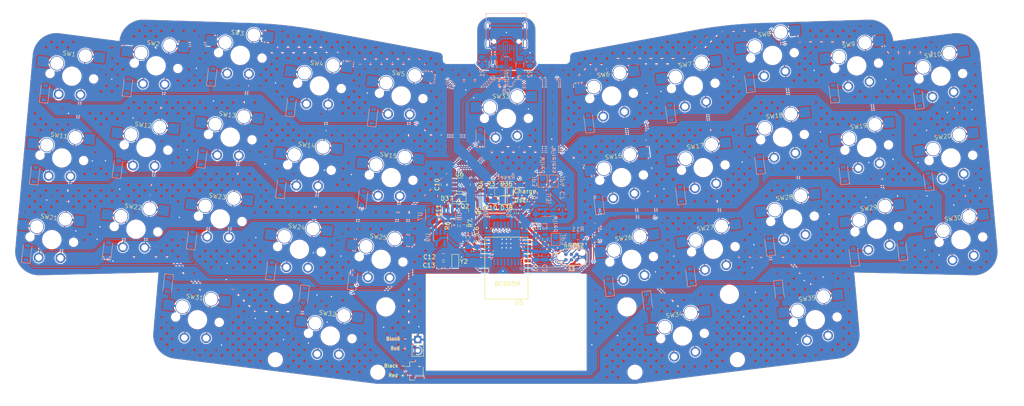
<source format=kicad_pcb>
(kicad_pcb (version 20221018) (generator pcbnew)
  (title_block (title "Le Chiffre STM32") (date "2023-07-19") (rev "v0.2.2") (company "sporkus"))
  (layers (0 "F.Cu" signal) (31 "B.Cu" signal) (34 "B.Paste" user) (35 "F.Paste" user) (36 "B.SilkS" user "B.Silkscreen") (37 "F.SilkS" user "F.Silkscreen") (38 "B.Mask" user) (39 "F.Mask" user) (44 "Edge.Cuts" user))
  (net 0 "")
  (net 1 "+5V")
  (net 2 "+3V3")
  (net 3 "row0_l")
  (net 4 "Net-(D1-A)")
  (net 5 "row0_r")
  (net 6 "row1_l")
  (net 7 "row1_r")
  (net 8 "row2_l")
  (net 9 "row2_r")
  (net 10 "BLE_TX")
  (net 11 "BLE_RX")
  (net 12 "BLE_RTS")
  (net 13 "BLE_CTS")
  (net 14 "/VBUS_DETECT")
  (net 15 "BLE_FLASH")
  (net 18 "Net-(D2-A)")
  (net 19 "/RESET")
  (net 20 "Net-(D3-A)")
  (net 21 "Net-(D4-A)")
  (net 22 "Net-(D5-A)")
  (net 23 "Net-(D6-A)")
  (net 24 "Net-(D7-A)")
  (net 25 "Net-(D8-A)")
  (net 26 "Net-(D9-A)")
  (net 27 "Net-(D10-A)")
  (net 28 "Net-(D11-A)")
  (net 29 "Net-(D12-A)")
  (net 30 "/SWDIO")
  (net 31 "Net-(D13-A)")
  (net 32 "Net-(D14-A)")
  (net 33 "Net-(D15-A)")
  (net 34 "Net-(D16-A)")
  (net 35 "Net-(D17-A)")
  (net 36 "Net-(D18-A)")
  (net 37 "Net-(D19-A)")
  (net 38 "Net-(D20-A)")
  (net 39 "Net-(D21-A)")
  (net 40 "Net-(D22-A)")
  (net 41 "Net-(JP2-A)")
  (net 42 "Net-(D23-A)")
  (net 43 "row3")
  (net 44 "col0")
  (net 45 "col1")
  (net 46 "col2")
  (net 47 "col3")
  (net 48 "col4")
  (net 49 "Net-(JP2-B)")
  (net 50 "Net-(D24-A)")
  (net 51 "Net-(D25-A)")
  (net 52 "Net-(D26-A)")
  (net 53 "Net-(D27-A)")
  (net 54 "Net-(D28-A)")
  (net 55 "Net-(D29-A)")
  (net 56 "Net-(D30-A)")
  (net 57 "Net-(D31-A)")
  (net 58 "Net-(D32-A)")
  (net 59 "Net-(D33-A)")
  (net 60 "Net-(D34-A)")
  (net 61 "Net-(D35-A)")
  (net 62 "VBUS")
  (net 63 "Net-(J1-CC1)")
  (net 64 "D_N")
  (net 65 "D_P")
  (net 66 "Net-(J1-CC2)")
  (net 67 "GNDPWR")
  (net 68 "/SWCLK")
  (net 70 "/wireless/SWDIO")
  (net 71 "BLE_RESET")
  (net 72 "/wireless/SWCLK")
  (net 75 "Net-(JP3-B)")
  (net 76 "+BATT")
  (net 77 "Net-(D36-K)")
  (net 78 "Net-(D36-A)")
  (net 79 "VPP")
  (net 80 "Net-(U6-PROG)")
  (net 81 "-BATT")
  (net 82 "/wireless/P0.05")
  (net 83 "BATT_SENSE")
  (net 84 "Net-(U5-P0.00)")
  (net 85 "Net-(U5-P0.01)")
  (net 86 "Net-(D38-K)")
  (net 87 "WAKESLEEP")
  (net 88 "/PA15")
  (net 89 "Net-(U7-Pad4)")
  (net 90 "Net-(U8-Pad4)")
  (footprint "MX_hotswap_alps:MX-Hotswap-Alps-1.25U" (layer "F.Cu") (at 75.148601 130.947143 -7)
    (fp_text reference "SW31")
    (fp_text value "SW_Push")
  )
  (footprint "MX_hotswap_alps:MX-Hotswap-Alps-2U" (layer "F.Cu") (at 105.87386 134.71973 -7)
    (fp_text reference "SW32")
    (fp_text value "SW_Push")
  )
  (footprint "MX_hotswap_alps:MX-Hotswap-Alps-1U" (layer "F.Cu") (at 208.221854 69.7863 7)
    (fp_text reference "SW8")
    (fp_text value "SW_Push")
  )
  (footprint "MX_hotswap_alps:MX-Hotswap-Alps-1U" (layer "F.Cu") (at 212.865076 107.602309 7)
    (fp_text reference "SW28")
    (fp_text value "SW_Push")
  )
  (footprint "MX_hotswap_alps:MX-Hotswap-Alps-1U" (layer "F.Cu") (at 63.247072 91.099694 -7)
    (fp_text reference "SW12")
    (fp_text value "SW_Push")
  )
  (footprint "MX_hotswap_alps:MX-Hotswap-Alps-2U" (layer "F.Cu") (at 187.405084 134.71973 7)
    (fp_text reference "SW34")
    (fp_text value "SW_Push")
  )
  (footprint "MX_hotswap_alps:MX-Hotswap-Alps-1U" (layer "F.Cu") (at 210.543464 88.694304 7)
    (fp_text reference "SW18")
    (fp_text value "SW_Push")
  )
  (footprint "Capacitor_SMD:C_0805_2012Metric" (layer "F.Cu") (at 132.089473 118.347513)
    (fp_text reference "C13")
    (fp_text value "12pF")
  )
  (footprint "Connector_JST:JST_SH_BM02B-SRSS-TB_1x02-1MP_P1.00mm_Vertical" (layer "F.Cu") (at 125.369472 142.832513 -90)
    (fp_text reference "J4" hide)
    (fp_text value "Conn_01x02_Socket")
  )
  (footprint "MX_hotswap_alps:MX-Hotswap-Alps-1U" (layer "F.Cu") (at 41.437054 112.413089 -7)
    (fp_text reference "SW21")
    (fp_text value "SW_Push")
  )
  (footprint "MX_hotswap_alps:MX-Hotswap-Alps-1U" (layer "F.Cu") (at 189.894253 76.834912 7)
    (fp_text reference "SW7")
    (fp_text value "SW_Push")
  )
  (footprint "MX_hotswap_alps:MX-Hotswap-Alps-1U" (layer "F.Cu") (at 146.639472 84.358057)
    (fp_text reference "SW33")
    (fp_text value "SW_Push")
  )
  (footprint "Connector_PinHeader_2.54mm:PinHeader_1x02_P2.54mm_Vertical" (layer "F.Cu") (at 126.139472 135.547513)
    (fp_text reference "J5" hide)
    (fp_text value "Conn_01x02_Socket")
  )
  (footprint "Resistor_SMD:R_0805_2012Metric" (layer "F.Cu") (at 134.659472 109.232513 -90)
    (fp_text reference "R6")
    (fp_text value "806k")
  )
  (footprint "LED_SMD:LED_0805_2012Metric" (layer "F.Cu") (at 146.649472 103.262513)
    (fp_text reference "D38")
    (fp_text value "User")
  )
  (footprint "MX_hotswap_alps:MX-Hotswap-Alps-1U" (layer "F.Cu") (at 101.06308 95.742916 -7)
    (fp_text reference "SW14")
    (fp_text value "SW_Push")
  )
  (footprint "MX_hotswap_alps:MX-Hotswap-Alps-1U" (layer "F.Cu") (at 80.413868 107.602309 -7)
    (fp_text reference "SW23")
    (fp_text value "SW_Push")
  )
  (footprint "MX_hotswap_alps:MX-Hotswap-Alps-1.25U" (layer "F.Cu") (at 218.130343 130.947142 7)
    (fp_text reference "SW35")
    (fp_text value "SW_Push")
  )
  (footprint "Capacitor_SMD:C_0805_2012Metric" (layer "F.Cu") (at 139.769472 113.052513 -90)
    (fp_text reference "C6")
    (fp_text value "10uF")
  )
  (footprint "MX_hotswap_alps:MX-Hotswap-Alps-1U" (layer "F.Cu") (at 119.971084 98.064527 -7)
    (fp_text reference "SW15")
    (fp_text value "SW_Push")
  )
  (footprint "Crystal:Crystal_SMD_2012-2Pin_2.0x1.2mm_HandSoldering" (layer "F.Cu") (at 134.819472 117.482513 -90)
    (fp_text reference "Y2")
    (fp_text value "32.768 kHz")
  )
  (footprint "MX_hotswap_alps:MX-Hotswap-Alps-1U" (layer "F.Cu") (at 247.198668 74.59708 7)
    (fp_text reference "SW10")
    (fp_text value "SW_Push")
  )
  (footprint "Resistor_SMD:R_0805_2012Metric" (layer "F.Cu") (at 136.669472 109.235013 90)
    (fp_text reference "R7")
    (fp_text value "2M")
  )
  (footprint "MX_hotswap_alps:MX-Hotswap-Alps-1U" (layer "F.Cu") (at 230.031872 91.099694 7)
    (fp_text reference "SW19")
    (fp_text value "SW_Push")
  )
  (footprint "Fanstel_modules:BC805M" (layer "F.Cu") (at 151.639472 111.852513 180)
    (fp_text reference "U5")
    (fp_text value "BC805M")
  )
  (footprint "MX_hotswap_alps:MX-Hotswap-Alps-1U" (layer "F.Cu") (at 82.735479 88.694304 -7)
    (fp_text reference "SW13")
    (fp_text value "SW_Push")
  )
  (footprint "MX_hotswap_alps:MX-Hotswap-Alps-1U" (layer "F.Cu") (at 117.649474 116.972532 -7)
    (fp_text reference "SW25")
    (fp_text value "SW_Push")
  )
  (footprint "MX_hotswap_alps:MX-Hotswap-Alps-1U" (layer "F.Cu") (at 122.292695 79.156523 -7)
    (fp_text reference "SW5")
    (fp_text value "SW_Push")
  )
  (footprint "MX_hotswap_alps:MX-Hotswap-Alps-1U" (layer "F.Cu") (at 65.568683 72.19169 -7)
    (fp_text reference "SW2")
    (fp_text value "SW_Push")
  )
  (footprint "MX_hotswap_alps:MX-Hotswap-Alps-1U" (layer "F.Cu") (at 249.520279 93.505084 7)
    (fp_text reference "SW20")
    (fp_text value "SW_Push")
  )
  (footprint "MX_hotswap_alps:MX-Hotswap-Alps-1U" (layer "F.Cu") (at 173.30786 98.064527 7)
    (fp_text reference "SW16")
    (fp_text value "SW_Push")
  )
  (footprint "Resistor_SMD:R_0805_2012Metric" (layer "F.Cu") (at 139.019471 99.712513 90)
    (fp_text reference "R4")
    (fp_text value "10k")
  )
  (footprint "Diode_SMD:D_SOD-323" (layer "F.Cu") (at 135.686972 102.752512 180)
    (fp_text reference "D37")
    (fp_text value "BAT54HT1G")
  )
  (footprint "Capacitor_SMD:C_0805_2012Metric" (layer "F.Cu") (at 132.619472 105.682513 90)
    (fp_text reference "C11")
    (fp_text value "4.7uF")
  )
  (footprint "MX_hotswap_alps:MX-Hotswap-Alps-1U" (layer "F.Cu") (at 98.741468 114.650921 -7)
    (fp_text reference "SW24")
    (fp_text value "SW_Push")
  )
  (footprint "Capacitor_SMD:C_0805_2012Metric" (layer "F.Cu") (at 132.269471 99.692513 90)
    (fp_text reference "C10")
    (fp_text value "4.7uF")
  )
  (footprint "LED_SMD:LED_0805_2012Metric" (layer "F.Cu") (at 146.639472 101.208056 180)
    (fp_text reference "D36")
    (fp_text value "Charge")
  )
  (footprint "Resistor_SMD:R_0805_2012Metric" (layer "F.Cu") (at 143.086972 101.202513)
    (fp_text reference "R3")
    (fp_text value "R_Small")
  )
  (footprint "MX_hotswap_alps:MX-Hotswap-Alps-1U" (layer "F.Cu") (at 60.925461 110.007699 -7)
    (fp_text reference "SW22")
    (fp_text value "SW_Push")
  )
  (footprint "MX_hotswap_alps:MX-Hotswap-Alps-1U" (layer "F.Cu") (at 232.353483 110.007699 7)
    (fp_text reference "SW29")
    (fp_text value "SW_Push")
  )
  (footprint "Package_TO_SOT_SMD:SOT-23" (layer "F.Cu") (at 135.621972 105.682513)
    (fp_text reference "Q2")
    (fp_text value "AO3401A")
  )
  (footprint "MX_hotswap_alps:MX-Hotswap-Alps-1U" (layer "F.Cu") (at 43.758665 93.505084 -7)
    (fp_text reference "SW11")
    (fp_text value "SW_Push")
  )
  (footprint "PCM_marbastlib-various:CON_TC2030_outlined" (layer "F.Cu") (at 161.689472 116.468513)
    (fp_text reference "J3")
    (fp_text value "nRF52")
  )
  (footprint "Capacitor_SMD:C_0805_2012Metric" (layer "F.Cu") (at 132.079472 116.387512 180)
    (fp_text reference "C12")
    (fp_text value "12pF")
  )
  (footprint "MX_hotswap_alps:MX-Hotswap-Alps-1U" (layer "F.Cu") (at 103.384691 76.834912 -7)
    (fp_text reference "SW4")
    (fp_text value "SW_Push")
  )
  (footprint "MX_hotswap_alps:MX-Hotswap-Alps-1U" (layer "F.Cu") (at 251.84189 112.413088 7)
    (fp_text reference "SW30")
    (fp_text value "SW_Push")
  )
  (footprint "Resistor_SMD:R_0805_2012Metric" (layer "F.Cu") (at 138.669472 105.712513 -90)
    (fp_text reference "R5")
    (fp_text value "100k")
  )
  (footprint "MX_hotswap_alps:MX-Hotswap-Alps-1U" (layer "F.Cu") (at 175.62947 116.972532 7)
    (fp_text reference "SW26")
    (fp_text value "SW_Push")
  )
  (footprint "MX_hotswap_alps:MX-Hotswap-Alps-1U" (layer "F.Cu") (at 227.710261 72.191689 7)
    (fp_text reference "SW9")
    (fp_text value "SW_Push")
  )
  (footprint "Resistor_SMD:R_0805_2012Metric" (layer "F.Cu") (at 143.069472 103.242513)
    (fp_text reference "R10")
    (fp_text value "R_Small")
  )
  (footprint "Package_TO_SOT_SMD:SOT-23-5" (layer "F.Cu") (at 135.789472 99.702513)
    (fp_text reference "U6")
    (fp_text value "MCP73832-2-OT")
  )
  (footprint "MX_hotswap_alps:MX-Hotswap-Alps-1U" (layer "F.Cu") (at 46.080276 74.59708 -7)
    (fp_text reference "SW1")
    (fp_text value "SW_Push")
  )
  (footprint "MX_hotswap_alps:MX-Hotswap-Alps-1U" (layer "F.Cu") (at 170.986249 79.156523 7)
    (fp_text reference "SW6")
    (fp_text value "SW_Push")
  )
  (footprint "MX_hotswap_alps:MX-Hotswap-Alps-1U" (layer "F.Cu") (at 192.215864 95.742916 7)
    (fp_text reference "SW17")
    (fp_text value "SW_Push")
  )
  (footprint "MX_hotswap_alps:MX-Hotswap-Alps-1U" (layer "F.Cu") (at 194.537475 114.650921 7)
    (fp_text reference "SW27")
    (fp_text value "SW_Push")
  )
  (footprint "MX_hotswap_alps:MX-Hotswap-Alps-1U" (layer "F.Cu") (at 85.05709 69.7863 -7)
    (fp_text reference "SW3")
    (fp_text value "SW_Push")
  )
  (footprint "Diode_SMD:D_SOD-123" (layer "B.Cu") (at 58.996356 76.91934 83)
    (fp_text reference "D2" hide)
    (fp_text value "1N4148W")
  )
  (footprint "Diode_SMD:D_SOD-123" (layer "B.Cu") (at 96.812364 81.562563 83)
    (fp_text reference "D4" hide)
    (fp_text value "1N4148W")
  )
  (footprint "Diode_SMD:D_SOD-123" (layer "B.Cu") (at 202.984215 75.960921 97)
    (fp_text reference "D8" hide)
    (fp_text value "1N4148W")
  )
  (footprint "Diode_SMD:D_SOD-123" (layer "B.Cu") (at 227.115844 116.18232 97)
    (fp_text reference "D29" hide)
    (fp_text value "1N4148W")
  )
  (footprint "Package_TO_SOT_SMD:SOT-23" (layer "B.Cu") (at 156.481972 105.492513)
    (fp_text reference "U3")
    (fp_text value "XC6206PxxxMR-Regulator_Linear")
  )
  (footprint "Package_TO_SOT_SMD:SOT-23-5_HandSoldering" (layer "B.Cu") (at 133.189472 107.032513 -90)
    (fp_text reference "U8")
    (fp_text value "74LVC1G08")
  )
  (footprint "Diode_SMD:D_SOD-123" (layer "B.Cu") (at 92.169141 119.378574 83)
    (fp_text reference "D24" hide)
    (fp_text value "1N4148W")
  )
  (footprint "Capacitor_SMD:C_0805_2012Metric" (layer "B.Cu") (at 153.431972 105.492512 90)
    (fp_text reference "C9")
    (fp_text value "1uF")
  )
  (footprint "Diode_SMD:D_SOD-123" (layer "B.Cu") (at 56.674747 95.827348 83)
    (fp_text reference "D12" hide)
    (fp_text value "1N4148W")
  )
  (footprint "Capacitor_SMD:C_0805_2012Metric" (layer "B.Cu") (at 139.869472 115.022513 90)
    (fp_text reference "C2")
    (fp_text value "100nF")
  )
  (footprint "Inductor_SMD:L_1206_3216Metric" (layer "B.Cu") (at 143.549472 71.882513 -90)
    (fp_text reference "L1")
    (fp_text value "60R@100MHz")
  )
  (footprint "Diode_SMD:D_SOD-123" (layer "B.Cu") (at 242.046662 79.811204 97)
    (fp_text reference "D10" hide)
    (fp_text value "1N4148W")
  )
  (footprint "Diode_SMD:D_SOD-123" (layer "B.Cu") (at 78.484765 74.513952 83)
    (fp_text reference "D3" hide)
    (fp_text value "1N4148W")
  )
  (footprint "Resistor_SMD:R_0805_2012Metric" (layer "B.Cu") (at 145.609472 106.252512 90)
    (fp_text reference "R9")
    (fp_text value "9k")
  )
  (footprint "Jumper:SolderJumper-2_P1.3mm_Open_TrianglePad1.0x1.5mm" (layer "B.Cu") (at 155.029472 98.852513 -90)
    (fp_text reference "JP3")
    (fp_text value "Wired")
  )
  (footprint "Capacitor_SMD:C_0805_2012Metric" (layer "B.Cu") (at 155.569472 116.132513 -90)
    (fp_text reference "C3")
    (fp_text value "10uF")
  )
  (footprint "Diode_SMD:D_SOD-123" (layer "B.Cu") (at 238.290609 114.865995 97)
    (fp_text reference "D30" hide)
    (fp_text value "1N4148W")
  )
  (footprint "Diode_SMD:D_SOD-123" (layer "B.Cu") (at 68.320809 122.799953 -97)
    (fp_text reference "D31" hide)
    (fp_text value "1N4148W")
  )
  (footprint "Diode_SMD:D_SOD-123" (layer "B.Cu") (at 54.353136 114.73535 83)
    (fp_text reference "D22" hide)
    (fp_text value "1N4148W")
  )
  (footprint "PCM_marbastlib-various:CON_TC2030_outlined" (layer "B.Cu") (at 161.689472 116.468513)
    (fp_text reference "J2")
    (fp_text value "SAM")
  )
  (footprint "Diode_SMD:D_SOD-123" (layer "B.Cu") (at 115.720369 83.884174 83)
    (fp_text reference "D5" hide)
    (fp_text value "1N4148W")
  )
  (footprint "Diode_SMD:D_SOD-123" (layer "B.Cu") (at 35.664855 115.452191 83)
    (fp_text reference "D21" hide)
    (fp_text value "1N4148W")
  )
  (footprint "Diode_SMD:D_SOD-123" (layer "B.Cu") (at 209.766967 124.211814 -83)
    (fp_text reference "D35" hide)
    (fp_text value "1N4148W")
  )
  (footprint "Diode_SMD:D_SOD-123" (layer "B.Cu") (at 207.627436 113.77693 97)
    (fp_text reference "D28" hide)
    (fp_text value "1N4148W")
  )
  (footprint "Diode_SMD:D_SOD-123" (layer "B.Cu") (at 94.490753 100.470569 83)
    (fp_text reference "D14" hide)
    (fp_text value "1N4148W")
  )
  (footprint "Capacitor_SMD:C_0805_2012Metric" (layer "B.Cu") (at 159.611972 105.492513 90)
    (fp_text reference "C7")
    (fp_text value "1uF")
  )
  (footprint "Diode_SMD:D_SOD-123" (layer "B.Cu") (at 113.398758 102.79218 83)
    (fp_text reference "D15" hide)
    (fp_text value "1N4148W")
  )
  (footprint "Diode_SMD:D_SOD-123" (layer "B.Cu") (at 37.505939 97.33449 83)
    (fp_text reference "D11" hide)
    (fp_text value "1N4148W")
  )
  (footprint "Diode_SMD:D_SOD-123" (layer "B.Cu") (at 99.79407 125.354621 -97)
    (fp_text reference "D32" hide)
    (fp_text value "1N4148W")
  )
  (footprint "Diode_SMD:D_SOD-123" (layer "B.Cu") (at 186.978223 101.917538 97)
    (fp_text reference "D17" hide)
    (fp_text value "1N4148W")
  )
  (footprint "Diode_SMD:D_SOD-123" (layer "B.Cu") (at 111.077146 121.700185 83)
    (fp_text reference "D25" hide)
    (fp_text value "1N4148W")
  )
  (footprint "Package_TO_SOT_SMD:SOT-23-5_HandSoldering" (layer "B.Cu") (at 131.409472 111.922513 -90)
    (fp_text reference "U9")
    (fp_text value "74LVC1G08")
  )
  (footprint "Diode_SMD:D_SOD-123" (layer "B.Cu") (at 205.305826 94.868927 97)
    (fp_text reference "D18" hide)
    (fp_text value "1N4148W")
  )
  (footprint "Resistor_SMD:R_0805_2012Metric" (layer "B.Cu") (at 152.089472 71.262513 -90)
    (fp_text reference "R2")
    (fp_text value "5.1k")
  )
  (footprint "Jumper:SolderJumper-2_P1.3mm_Open_TrianglePad1.0x1.5mm" (layer "B.Cu") (at 158.059472 112.372513 -90)
    (fp_text reference "JP2")
    (fp_text value "Wired")
  )
  (footprint "Connector_USB:USB_C_Receptacle_HRO_TYPE-C-31-M-12" (layer "B.Cu") (at 146.639472 63.953057)
    (fp_text reference "J1" hide)
    (fp_text value "USB_C_Receptacle_USB2.0")
  )
  (footprint "Package_TO_SOT_SMD:SOT-143" (layer "B.Cu") (at 146.639472 71.672513)
    (fp_text reference "U2")
    (fp_text value "PRTR5V0U2X")
  )
  (footprint "modified_footprints:SW_SPST_SKQG_WithoutStem" (layer "B.Cu") (at 146.639472 101.618058 180)
    (fp_text reference "SW37")
    (fp_text value "Reset")
  )
  (footprint "Fuse:Fuse_1206_3216Metric" (layer "B.Cu") (at 149.749471 71.922513 -90)
    (fp_text reference "F1")
    (fp_text value "ASMD1206-150")
  )
  (footprint "Diode_SMD:D_SOD-123" (layer "B.Cu") (at 224.794233 97.274317 97)
    (fp_text reference "D19" hide)
    (fp_text value "1N4148W")
  )
  (footprint "Diode_SMD:D_SOD-123" (layer "B.Cu") (at 222.472622 78.366312 97)
    (fp_text reference "D9" hide)
    (fp_text value "1N4148W")
  )
  (footprint "Capacitor_SMD:C_0805_2012Metric" (layer "B.Cu") (at 153.469472 112.412513 90)
    (fp_text reference "C5")
    (fp_text value "1uF")
  )
  (footprint "Diode_SMD:D_SOD-123" (layer "B.Cu") (at 168.07022 104.239148 97)
    (fp_text reference "D16" hide)
    (fp_text value "1N4148W")
  )
  (footprint "Jumper:SolderJumper-2_P1.3mm_Open_TrianglePad1.0x1.5mm" (layer "B.Cu") (at 157.599472 98.857513 -90)
    (fp_text reference "JP4")
    (fp_text value "Wireless")
  )
  (footprint "Diode_SMD:D_SOD-123" (layer "B.Cu") (at 170.391832 123.147151 97)
    (fp_text reference "D26" hide)
    (fp_text value "1N4148W")
  )
  (footprint "Diode_SMD:D_SOD-123" (layer "B.Cu") (at 140.619472 88.685013 90)
    (fp_text reference "D33" hide)
    (fp_text value "1N4148W")
  )
  (footprint "Diode_SMD:D_SOD-123" (layer "B.Cu") (at 165.748609 85.331143 97)
    (fp_text reference "D6" hide)
    (fp_text value "1N4148W")
  )
  (footprint "Resistor_SMD:R_0805_2012Metric" (layer "B.Cu") (at 143.609472 106.252513 -90)
    (fp_text reference "R8")
    (fp_text value "4.7k")
  )
  (footprint "Diode_SMD:D_SOD-123" (layer "B.Cu") (at 39.794854 78.40219 83)
    (fp_text reference "D1" hide)
    (fp_text value "1N4148W")
  )
  (footprint "Capacitor_SMD:C_0805_2012Metric" (layer "B.Cu") (at 137.799472 115.032513 90)
    (fp_text reference "C4")
    (fp_text value "10uF")
  )
  (footprint "Inductor_SMD:L_0805_2012Metric" (layer "B.Cu") (at 155.589472 112.362512 -90)
    (fp_text reference "L2")
    (fp_text value "10uH")
  )
  (footprint "Resistor_SMD:R_0805_2012Metric" (layer "B.Cu") (at 141.019472 71.152513 90)
    (fp_text reference "R1")
    (fp_text value "5.1k")
  )
  (footprint "Diode_SMD:D_SOD-123" (layer "B.Cu") (at 179.292345 126.69424 -83)
    (fp_text reference "D34" hide)
    (fp_text value "1N4148W")
  )
  (footprint "Diode_SMD:D_SOD-123" (layer "B.Cu") (at 76.163154 93.421957 83)
    (fp_text reference "D13" hide)
    (fp_text value "1N4148W")
  )
  (footprint "Package_QFP:TQFP-32_7x7mm_P0.8mm" (layer "B.Cu") (at 146.639472 113.312513 90)
    (fp_text reference "U4" hide)
    (fp_text value "ATSAML21E18B-AUT")
  )
  (footprint "Diode_SMD:D_SOD-123" (layer "B.Cu") (at 244.366661 98.711203 97)
    (fp_text reference "D20" hide)
    (fp_text value "1N4148W")
  )
  (footprint "Capacitor_SMD:C_0805_2012Metric" (layer "B.Cu") (at 146.629472 76.152513 180)
    (fp_text reference "C8")
    (fp_text value "100nF")
  )
  (footprint "Diode_SMD:D_SOD-123" (layer "B.Cu") (at 73.841543 112.329958 83)
    (fp_text reference "D23" hide)
    (fp_text value "1N4148W")
  )
  (footprint "Package_TO_SOT_SMD:SOT-23-5_HandSoldering" (layer "B.Cu") (at 129.589472 107.032513 -90)
    (fp_text reference "U7")
    (fp_text value "74LVC1G08")
  )
  (footprint "Capacitor_SMD:C_0805_2012Metric" (layer "B.Cu") (at 153.409472 116.142513 -90)
    (fp_text reference "C1")
    (fp_text value "100nF")
  )
  (footprint "Resistor_SMD:R_0805_2012Metric" (layer "B.Cu") (at 163.189472 111.652513)
    (fp_text reference "R11")
    (fp_text value "1k")
  )
  (footprint "Diode_SMD:D_SOD-123" (layer "B.Cu") (at 189.299834 120.825543 97)
    (fp_text reference "D27" hide)
    (fp_text value "1N4148W")
  )
  (footprint "Diode_SMD:D_SOD-123" (layer "B.Cu") (at 184.656612 83.009535 97)
    (fp_text reference "D7" hide)
    (fp_text value "1N4148W")
  )
  (gr_circle (center 150.029472 119.118057) (end 150.250453 118.945407) (stroke (width 0.1)) (fill none) (layer "B.SilkS"))
  (gr_arc (start 150.380019 60.922513) (mid 152.501322 61.8012) (end 153.380019 63.922512) (stroke (width 0.05)) (layer "Edge.Cuts"))
  (gr_arc (start 57.142034 66.076504) (mid 59.083685 62.751219) (end 62.73026 61.514281) (stroke (width 0.05)) (layer "Edge.Cuts"))
  (gr_arc (start 250.056702 64.659394) (mid 254.208683 65.821586) (end 256.24673 69.62106) (stroke (width 0.05)) (layer "Edge.Cuts"))
  (gr_line (start 116.764472 145.798057) (end 146.639472 145.798057) (stroke (width 0.05)) (layer "Edge.Cuts"))
  (gr_line (start 162.19702 69.135973) (end 190.214843 63.920658) (stroke (width 0.05)) (layer "Edge.Cuts"))
  (gr_line (start 150.380019 60.922513) (end 146.639472 60.922513) (stroke (width 0.05)) (layer "Edge.Cuts"))
  (gr_arc (start 190.219296 63.920667) (mid 197.795935 62.810426) (end 205.435314 62.283197) (stroke (width 0.05)) (layer "Edge.Cuts"))
  (gr_line (start 205.435314 62.283197) (end 230.548683 61.51428) (stroke (width 0.05)) (layer "Edge.Cuts"))
  (gr_arc (start 139.898925 63.922512) (mid 140.777602 61.801193) (end 142.898925 60.922513) (stroke (width 0.05)) (layer "Edge.Cuts"))
  (gr_line (start 146.639472 145.798057) (end 176.514472 145.798057) (stroke (width 0.05)) (layer "Edge.Cuts"))
  (gr_line (start 37.032214 69.62106) (end 32.985523 114.67317) (stroke (width 0.05)) (layer "Edge.Cuts"))
  (gr_arc (start 37.032214 69.62106) (mid 39.070262 65.821588) (end 43.222242 64.659394) (stroke (width 0.05)) (layer "Edge.Cuts"))
  (gr_arc (start 131.081924 69.135973) (mid 131.667978 69.479976) (end 131.898925 70.119086) (stroke (width 0.05)) (layer "Edge.Cuts"))
  (gr_line (start 236.13691 66.076504) (end 236.204472 66.468057) (stroke (width 0.05)) (layer "Edge.Cuts"))
  (gr_line (start 236.204472 66.468057) (end 250.056702 64.659394) (stroke (width 0.05)) (layer "Edge.Cuts"))
  (gr_rect (start 127.999472 120.322513) (end 165.199472 142.722513) (stroke (width 0.1)) (fill none) (layer "Edge.Cuts"))
  (gr_line (start 131.898925 70.768051) (end 131.898925 70.119086) (stroke (width 0.05)) (layer "Edge.Cuts"))
  (gr_line (start 161.380019 70.119086) (end 161.380019 70.768051) (stroke (width 0.05)) (layer "Edge.Cuts"))
  (gr_line (start 146.639472 60.922513) (end 142.898925 60.922513) (stroke (width 0.05)) (layer "Edge.Cuts"))
  (gr_arc (start 161.380019 70.119086) (mid 161.610955 69.479968) (end 162.19702 69.135973) (stroke (width 0.05)) (layer "Edge.Cuts"))
  (gr_arc (start 154.380019 71.768051) (mid 153.672917 71.475162) (end 153.380018 70.768051) (stroke (width 0.05)) (layer "Edge.Cuts"))
  (gr_line (start 227.144472 120.018057) (end 228.356866 134.000514) (stroke (width 0.05)) (layer "Edge.Cuts"))
  (gr_arc (start 228.356866 134.000514) (mid 227.153619 137.93461) (end 223.557818 139.93338) (stroke (width 0.05)) (layer "Edge.Cuts"))
  (gr_line (start 223.557818 139.93338) (end 176.514472 145.798057) (stroke (width 0.05)) (layer "Edge.Cuts"))
  (gr_arc (start 132.898926 71.768051) (mid 132.191835 71.475142) (end 131.898925 70.768051) (stroke (width 0.05)) (layer "Edge.Cuts"))
  (gr_arc (start 87.84363 62.283197) (mid 95.483009 62.810426) (end 103.059648 63.920667) (stroke (width 0.05)) (layer "Edge.Cuts"))
  (gr_arc (start 230.548684 61.51428) (mid 234.195257 62.75122) (end 236.13691 66.076504) (stroke (width 0.05)) (layer "Edge.Cuts"))
  (gr_line (start 153.380019 63.922512) (end 153.380018 70.768051) (stroke (width 0.05)) (layer "Edge.Cuts"))
  (gr_arc (start 161.380019 70.768051) (mid 161.087099 71.475131) (end 160.380018 71.768051) (stroke (width 0.05)) (layer "Edge.Cuts"))
  (gr_line (start 116.764472 145.798057) (end 69.721126 139.93338) (stroke (width 0.05)) (layer "Edge.Cuts"))
  (gr_line (start 254.686579 120.663703) (end 227.144472 120.018057) (stroke (width 0.05)) (layer "Edge.Cuts"))
  (gr_arc (start 69.721126 139.93338) (mid 66.125328 137.934592) (end 64.922077 134.000515) (stroke (width 0.05)) (layer "Edge.Cuts"))
  (gr_arc (start 38.592365 120.663703) (mid 34.44791 118.923577) (end 32.985523 114.67317) (stroke (width 0.05)) (layer "Edge.Cuts"))
  (gr_line (start 43.222242 64.659394) (end 57.074472 66.468057) (stroke (width 0.05)) (layer "Edge.Cuts"))
  (gr_line (start 103.0641 63.920659) (end 131.081924 69.135973) (stroke (width 0.05)) (layer "Edge.Cuts"))
  (gr_line (start 64.922077 134.000515) (end 66.134472 120.018057) (stroke (width 0.05)) (layer "Edge.Cuts"))
  (gr_line (start 139.898924 70.768051) (end 139.898925 63.922512) (stroke (width 0.05)) (layer "Edge.Cuts"))
  (gr_line (start 62.730261 61.514279) (end 87.84363 62.283197) (stroke (width 0.05)) (layer "Edge.Cuts"))
  (gr_arc (start 139.898924 70.768051) (mid 139.606044 71.475162) (end 138.898925 71.768051) (stroke (width 0.05)) (layer "Edge.Cuts"))
  (gr_line (start 66.134472 120.018057) (end 38.592365 120.663703) (stroke (width 0.05)) (layer "Edge.Cuts"))
  (gr_line (start 138.898925 71.768051) (end 132.898926 71.768051) (stroke (width 0.05)) (layer "Edge.Cuts"))
  (gr_arc (start 260.293421 114.67317) (mid 258.831031 118.923575) (end 254.686579 120.663703) (stroke (width 0.05)) (layer "Edge.Cuts"))
  (gr_line (start 57.074472 66.468057) (end 57.142034 66.076504) (stroke (width 0.05)) (layer "Edge.Cuts"))
  (gr_line (start 260.293421 114.67317) (end 256.24673 69.62106) (stroke (width 0.05)) (layer "Edge.Cuts"))
  (gr_line (start 160.380018 71.768051) (end 154.380019 71.768051) (stroke (width 0.05)) (layer "Edge.Cuts"))
  (gr_text "+ Red" (at 123.719472 138.062513) (layer "B.SilkS") (effects (font (size 0.8 0.8) (thickness 0.15) bold) (justify left bottom mirror)))
  (gr_text "- Black" (at 123.759472 135.832513) (layer "B.SilkS") (effects (font (size 0.8 0.8) (thickness 0.15) bold) (justify left bottom mirror)))
  (gr_text "\n" (at 150.503786 94.078057) (layer "B.SilkS") (effects (font (size 0.8 0.8) (thickness 0.15) bold) (justify mirror)))
  (gr_text "Black -" (at 123.759472 135.832513) (layer "F.SilkS") (effects (font (size 0.8 0.8) (thickness 0.15) bold) (justify right bottom)))
  (gr_text "Black -" (at 123.289472 142.072513) (layer "F.SilkS") (effects (font (size 0.8 0.8) (thickness 0.15) bold) (justify right bottom)))
  (gr_text "Red +" (at 123.249472 144.302513) (layer "F.SilkS") (effects (font (size 0.8 0.8) (thickness 0.15) bold) (justify right bottom)))
  (gr_text "Red +" (at 123.719472 138.062513) (layer "F.SilkS") (effects (font (size 0.8 0.8) (thickness 0.15) bold) (justify right bottom)))
  (segment (start 142.019472 99.932513) (end 142.019471 101.047513) (width 0.6) (layer "F.Cu") (net 1))
  (segment (start 134.684472 102.800012) (end 134.636972 102.752513) (width 0.6) (layer "F.Cu") (net 1))
  (segment (start 134.684472 104.732513) (end 138.601971 104.732513) (width 0.6) (layer "F.Cu") (net 1))
  (segment (start 136.926972 100.652513) (end 137.916972 101.642513) (width 0.6) (layer "F.Cu") (net 1))
  (segment (start 142.174472 101.202513) (end 140.22206 101.202513) (width 0.6) (layer "F.Cu") (net 1))
  (segment (start 134.636972 102.752513) (end 134.826971 102.752513) (width 0.6) (layer "F.Cu") (net 1))
  (segment (start 140.22206 101.202513) (end 139.78206 101.642513) (width 0.6) (layer "F.Cu") (net 1))
  (segment (start 137.916972 101.642513) (end 139.78206 101.642513) (width 0.6) (layer "F.Cu") (net 1))
  (segment (start 134.684472 104.732513) (end 134.684472 102.800012) (width 0.6) (layer "F.Cu") (net 1))
  (segment (start 141.49206 99.932513) (end 139.78206 101.642513) (width 0.6) (layer "F.Cu") (net 1))
  (segment (start 153.809472 96.872513) (end 153.809472 96.882513) (width 0.6) (layer "F.Cu") (net 1))
  (segment (start 153.809472 96.882513) (end 150.759472 99.932513) (width 0.6) (layer "F.Cu") (net 1))
  (segment (start 134.826971 102.752513) (end 136.926972 100.652513) (width 0.6) (layer "F.Cu") (net 1))
  (segment (start 150.759472 99.932513) (end 141.49206 99.932513) (width 0.6) (layer "F.Cu") (net 1))
  (via (at 153.809472 96.872513) (size 0.8) (drill 0.4) (layers "F.Cu" "B.Cu") (net 1))
  (via (at 142.019472 99.932513) (size 0.8) (drill 0.4) (layers "F.Cu" "B.Cu") (net 1))
  (segment (start 153.809472 96.907513) (end 155.029472 98.127513) (width 0.6) (layer "B.Cu") (net 1))
  (segment (start 142.019472 99.932513) (end 141.659472 100.292513) (width 0.6) (layer "B.Cu") (net 1))
  (segment (start 142.139472 104.042513) (end 142.139472 104.262513) (width 0.6) (layer "B.Cu") (net 1))
  (segment (start 147.579472 76.152513) (end 147.579472 72.682513) (width 0.6) (layer "B.Cu") (net 1))
  (segment (start 149.749472 73.322513) (end 149.749472 73.962513) (width 0.6) (layer "B.Cu") (net 1))
  (segment (start 141.659472 103.562513) (end 142.139472 104.042513) (width 0.6) (layer "B.Cu") (net 1))
  (segment (start 142.139472 104.262513) (end 143.216972 105.340013) (width 0.6) (layer "B.Cu") (net 1))
  (segment (start 153.689472 73.622513) (end 150.049472 73.622513) (width 0.6) (layer "B.Cu") (net 1))
  (segment (start 153.809472 96.872513) (end 155.399472 95.282513) (width 0.6) (layer "B.Cu") (net 1))
  (segment (start 147.579472 72.682513) (end 147.639472 72.622513) (width 0.6) (layer "B.Cu") (net 1))
  (segment (start 141.659472 100.292513) (end 141.659472 103.562513) (width 0.6) (layer "B.Cu") (net 1))
  (segment (start 153.809472 96.872513) (end 153.809472 96.907513) (width 0.6) (layer "B.Cu") (net 1))
  (segment (start 155.399472 95.282513) (end 155.399472 75.332513) (width 0.6) (layer "B.Cu") (net 1))
  (segment (start 149.749472 73.982513) (end 147.579472 76.152513) (width 0.6) (layer "B.Cu") (net 1))
  (segment (start 149.749472 73.962513) (end 149.749472 73.982513) (width 0.6) (layer "B.Cu") (net 1))
  (segment (start 155.399472 75.332513) (end 153.689472 73.622513) (width 0.6) (layer "B.Cu") (net 1))
  (segment (start 158.189472 118.452513) (end 157.439472 117.702513) (width 0.2) (layer "F.Cu") (net 2))
  (segment (start 141.079472 106.692513) (end 148.739472 106.692513) (width 0.6) (layer "F.Cu") (net 2))
  (segment (start 148.839472 106.792513) (end 157.129472 115.082513) (width 0.6) (layer "F.Cu") (net 2))
  (segment (start 138.254472 112.124383) (end 138.254472 109.517513) (width 0.6) (layer "F.Cu") (net 2))
  (segment (start 159.070472 118.452513) (end 158.189472 118.452513) (width 0.2) (layer "F.Cu") (net 2))
  (segment (start 148.739472 106.692513) (end 148.839472 106.792513) (width 0.6) (layer "F.Cu") (net 2))
  (segment (start 151.609472 105.962513) (end 150.779472 106.792513) (width 0.6) (layer "F.Cu") (net 2))
  (segment (start 160.419472 117.103513) (end 159.070472 118.452513) (width 0.2) (layer "F.Cu") (net 2))
  (segment (start 152.278429 102.64147) (end 151.657386 103.262513) (width 0.6) (layer "F.Cu") (net 2))
  (segment (start 157.439471 117.522513) (end 157.429472 117.512512) (width 0.2) (layer "F.Cu") (net 2))
  (segment (start 139.769472 114.002513) (end 138.254471 112.487513) (width 0.6) (layer "F.Cu") (net 2))
  (segment (start 139.769472 114.002513) (end 141.609472 114.002512) (width 0.6) (layer "F.Cu") (net 2))
  (segment (start 150.779472 106.792513) (end 148.839472 106.792513) (width 0.6) (layer "F.Cu") (net 2))
  (segment (start 157.439472 117.702513) (end 157.439471 117.522513) (width 0.2) (layer "F.Cu") (net 2))
  (segment (start 138.254472 109.517513) (end 141.079472 106.692513) (width 0.6) (layer "F.Cu") (net 2))
  (segment (start 157.429472 117.512512) (end 157.429472 115.382513) (width 0.2) (layer "F.Cu") (net 2))
  (segment (start 151.657386 103.262513) (end 147.586972 103.262513) (width 0.6) (layer "F.Cu") (net 2))
  (segment (start 157.429472 115.382513) (end 157.129472 115.082513) (width 0.2) (layer "F.Cu") (net 2))
  (segment (start 138.254472 112.328884) (end 138.254472 112.124383) (width 0.6) (layer "F.Cu") (net 2))
  (segment (start 138.254471 112.487513) (end 138.254472 112.124383) (width 0.6) (layer "F.Cu") (net 2))
  (segment (start 136.730843 113.852513) (end 138.254472 112.328884) (width 0.6) (layer "F.Cu") (net 2))
  (segment (start 136.319472 113.852513) (end 136.730843 113.852513) (width 0.6) (layer "F.Cu") (net 2))
  (via (at 151.609472 105.962513) (size 0.8) (drill 0.4) (layers "F.Cu" "B.Cu") (net 2))
  (via (at 152.278429 102.64147) (size 0.8) (drill 0.4) (layers "F.Cu" "B.Cu") (net 2))
  (via (at 136.319472 113.852513) (size 0.8) (drill 0.4) (layers "F.Cu" "B.Cu") (net 2))
  (via (at 157.129472 115.082513) (size 0.8) (drill 0.4) (layers "F.Cu" "B.Cu") (net 2))
  (segment (start 157.129472 115.082513) (end 155.669472 115.082513) (width 0.6) (layer "B.Cu") (net 2))
  (segment (start 153.431972 104.542513) (end 152.011972 105.962513) (width 0.6) (layer "B.Cu") (net 2))
  (segment (start 139.869472 115.922513) (end 137.809472 115.922513) (width 0.6) (layer "B.Cu") (net 2))
  (segment (start 129.919472 107.102513) (end 128.639472 108.382513) (width 0.6) (layer "B.Cu") (net 2))
  (segment (start 162.276972 113.976013) (end 162.276972 111.652513) (width 0.2) (layer "B.Cu") (net 2))
  (segment (start 153.409472 115.192513) (end 152.684472 115.192512) (width 0.6) (layer "B.Cu") (net 2))
  (segment (start 155.544471 104.542513) (end 153.431972 104.542513) (width 0.6) (layer "B.Cu") (net 2))
  (segment (start 153.409472 115.192513) (end 155.559472 115.192513) (width 0.6) (layer "B.Cu") (net 2))
  (segment (start 132.239472 107.977513) (end 131.364472 107.102513) (width 0.6) (layer "B.Cu") (net 2))
  (segment (start 137.486884 115.562513) (end 137.639472 115.562513) (width 0.6) (layer "B.Cu") (net 2))
  (segment (start 133.184472 111.992513) (end 131.534472 111.992513) (width 0.6) (layer "B.Cu") (net 2))
  (segment (start 128.639472 108.382513) (end 129.634472 109.377513) (width 0.6) (layer "B.Cu") (net 2))
  (segment (start 142.389472 116.112513) (end 140.280944 116.112513) (width 0.6) (layer "B.Cu") (net 2))
  (segment (start 152.004472 114.512513) (end 150.809472 114.512513) (width 0.6) (layer "B.Cu") (net 2))
  (segment (start 141.509472 116.112513) (end 140.059472 116.112513) (width 0.6) (layer "B.Cu") (net 2))
  (segment (start 136.319472 113.852513) (end 136.319472 114.395101) (width 0.6) (layer "B.Cu") (net 2))
  (segment (start 136.319472 114.395101) (end 137.486884 115.562513) (width 0.6) (layer "B.Cu") (net 2))
  (segment (start 129.634472 109.377513) (end 129.634472 112.447513) (width 0.6) (layer "B.Cu") (net 2))
  (segment (start 152.278429 102.64147) (end 152.278429 103.388969) (width 0.6) (layer "B.Cu") (net 2))
  (segment (start 152.684472 115.192512) (end 152.004472 114.512513) (width 0.6) (layer "B.Cu") (net 2))
  (segment (start 160.419472 115.833513) (end 162.276972 113.976013) (width 0.2) (layer "B.Cu") (net 2))
  (segment (start 131.364472 107.102513) (end 129.919472 107.102513) (width 0.6) (layer "B.Cu") (net 2))
  (segment (start 136.239472 113.772513) (end 134.964472 113.772513) (width 0.6) (layer "B.Cu") (net 2))
  (segment (start 134.964472 113.772513) (end 133.184472 111.992513) (width 0.6) (layer "B.Cu") (net 2))
  (segment (start 152.011972 105.962513) (end 151.609472 105.962513) (width 0.6) (layer "B.Cu") (net 2))
  (segment (start 136.319472 113.852513) (end 136.239472 113.772513) (width 0.6) (layer "B.Cu") (net 2))
  (segment (start 160.419472 115.833513) (end 159.668472 115.082513) (width 0.2) (layer "B.Cu") (net 2))
  (segment (start 131.534472 111.992513) (end 130.459472 113.067513) (width 0.6) (layer "B.Cu") (net 2))
  (segment (start 142.389472 116.112513) (end 141.509472 116.112513) (width 0.6) (layer "B.Cu") (net 2))
  (segment (start 159.668472 115.082513) (end 157.129472 115.082513) (width 0.2) (layer "B.Cu") (net 2))
  (segment (start 152.278429 103.388969) (end 153.431972 104.542512) (width 0.6) (layer "B.Cu") (net 2))
  (segment (start 129.634472 112.447513) (end 130.459472 113.272513) (width 0.6) (layer "B.Cu") (net 2))
  (segment (start 166.818972 97.774481) (end 159.807501 90.76301) (width 0.2) (layer "F.Cu") (net 3))
  (segment (start 158.92094 91.152513) (end 141.169472 91.152513) (width 0.2) (layer "F.Cu") (net 3))
  (segment (start 159.807501 90.76301) (end 159.310443 90.76301) (width 0.2) (layer "F.Cu") (net 3))
  (segment (start 128.732416 88.442513) (end 125.811778 85.521875) (width 0.2) (layer "F.Cu") (net 3))
  (segment (start 141.169472 91.152513) (end 138.459472 88.442513) (width 0.2) (layer "F.Cu") (net 3))
  (segment (start 138.459472 88.442513) (end 128.732416 88.442513) (width 0.2) (layer "F.Cu") (net 3))
  (segment (start 159.310443 90.76301) (end 158.92094 91.152513) (width 0.2) (layer "F.Cu") (net 3))
  (segment (start 166.818972 117.432513) (end 166.818972 97.774481) (width 0.2) (layer "F.Cu") (net 3))
  (via (at 125.811778 85.521875) (size 0.6) (drill 0.3) (layers "F.Cu" "B.Cu") (net 3))
  (via (at 166.818972 117.432513) (size 0.6) (drill 0.3) (layers "F.Cu" "B.Cu") (net 3))
  (segment (start 40.050395 80.36626) (end 45.83762 80.36626) (width 0.2) (layer "B.Cu") (net 3))
  (segment (start 39.666895 79.982759) (end 40.050395 80.36626) (width 0.2) (layer "B.Cu") (net 3))
  (segment (start 166.818972 118.233013) (end 166.818972 117.432513) (width 0.2) (layer "B.Cu") (net 3))
  (segment (start 78.283681 76.151653) (end 78.283681 78.395209) (width 0.2) (layer "B.Cu") (net 3))
  (segment (start 147.839472 117.562513) (end 147.839472 118.562513) (width 0.2) (layer "B.Cu") (net 3))
  (segment (start 46.264162 80.792802) (end 57.43167 80.792802) (width 0.2) (layer "B.Cu") (net 3))
  (segment (start 96.61128 83.200264) (end 94.783736 83.200264) (width 0.2) (layer "B.Cu") (net 3))
  (segment (start 45.83762 80.36626) (end 46.264162 80.792802) (width 0.2) (layer "B.Cu") (net 3))
  (segment (start 148.459472 119.182513) (end 165.869472 119.182513) (width 0.2) (layer "B.Cu") (net 3))
  (segment (start 165.869472 119.182513) (end 166.009641 119.182513) (width 0.2) (layer "B.Cu") (net 3))
  (segment (start 115.519285 85.521875) (end 98.932891 85.521875) (width 0.2) (layer "B.Cu") (net 3))
  (segment (start 57.43167 80.792802) (end 58.795273 79.429199) (width 0.2) (layer "B.Cu") (net 3))
  (segment (start 94.783736 83.200264) (end 90.069472 78.486) (width 0.2) (layer "B.Cu") (net 3))
  (segment (start 125.811778 85.521875) (end 115.519285 85.521875) (width 0.2) (layer "B.Cu") (net 3))
  (segment (start 147.839472 118.562513) (end 148.459472 119.182513) (width 0.2) (layer "B.Cu") (net 3))
  (segment (start 78.283681 78.395209) (end 78.374472 78.486) (width 0.2) (layer "B.Cu") (net 3))
  (segment (start 165.869472 119.182513) (end 166.818972 118.233013) (width 0.2) (layer "B.Cu") (net 3))
  (segment (start 58.838232 78.6) (end 78.260472 78.599999) (width 0.2) (layer "B.Cu") (net 3))
  (segment (start 78.374472 78.486) (end 90.069472 78.486) (width 0.2) (layer "B.Cu") (net 3))
  (segment (start 58.795273 79.429199) (end 58.795273 78.557041) (width 0.2) (layer "B.Cu") (net 3))
  (segment (start 98.932891 85.521875) (end 96.61128 83.200264) (width 0.2) (layer "B.Cu") (net 3))
  (segment (start 78.260472 78.599999) (end 78.374472 78.486) (width 0.2) (layer "B.Cu") (net 3))
  (segment (start 43.056443 78.759217) (end 43.704274 73.483055) (width 0.2) (layer "F.Cu") (net 4))
  (arc (start 43.499739 72.745525) (mid 43.675358 73.093948) (end 43.704274 73.483055) (width 0.2) (layer "F.Cu") (net 4))
  (segment (start 40.789918 79.912513) (end 41.896849 79.912513) (width 0.2) (layer "B.Cu") (net 4))
  (segment (start 59.642007 97.065048) (end 57.561653 94.984694) (width 0.2) (layer "B.Cu") (net 4))
  (segment (start 72.596592 97.065048) (end 59.642007 97.065048) (width 0.2) (layer "B.Cu") (net 4))
  (segment (start 38.957141 79.244844) (end 40.122249 79.244844) (width 0.2) (layer "B.Cu") (net 4))
  (segment (start 55.908622 92.096203) (end 47.794932 83.982513) (width 0.2) (layer "B.Cu") (net 4))
  (segment (start 75.397029 94.264611) (end 72.596592 97.065048) (width 0.2) (layer "B.Cu") (net 4))
  (segment (start 129.589472 104.702513) (end 128.918963 104.032004) (width 0.2) (layer "B.Cu") (net 4))
  (segment (start 76.885595 94.659657) (end 76.490549 94.264611) (width 0.2) (layer "B.Cu") (net 4))
  (segment (start 76.490549 94.264611) (end 75.397029 94.264611) (width 0.2) (layer "B.Cu") (net 4))
  (segment (start 41.904018 77.284182) (end 43.056443 78.759217) (width 0.2) (layer "B.Cu") (net 4))
  (segment (start 47.794932 83.982513) (end 42.212866 83.982513) (width 0.2) (layer "B.Cu") (net 4))
  (segment (start 95.215318 101.710393) (end 88.164582 94.659657) (width 0.2) (layer "B.Cu") (net 4))
  (segment (start 41.896849 79.912513) (end 43.050499 78.758863) (width 0.2) (layer "B.Cu") (net 4))
  (segment (start 38.668121 80.437768) (end 38.668121 79.533864) (width 0.2) (layer "B.Cu") (net 4))
  (segment (start 55.908622 94.545964) (end 55.908622 92.096203) (width 0.2) (layer "B.Cu") (net 4))
  (segment (start 128.918963 104.032004) (end 114.123323 104.032004) (width 0.2) (layer "B.Cu") (net 4))
  (segment (start 42.212866 83.982513) (end 38.668121 80.437768) (width 0.2) (layer "B.Cu") (net 4))
  (segment (start 111.801712 101.710393) (end 95.215318 101.710393) (width 0.2) (layer "B.Cu") (net 4))
  (segment (start 114.123323 104.032004) (end 111.801712 101.710393) (width 0.2) (layer "B.Cu") (net 4))
  (segment (start 57.561653 94.984694) (end 56.347352 94.984694) (width 0.2) (layer "B.Cu") (net 4))
  (segment (start 56.347352 94.984694) (end 55.908622 94.545964) (width 0.2) (layer "B.Cu") (net 4))
  (segment (start 40.122249 79.244844) (end 40.789918 79.912513) (width 0.2) (layer "B.Cu") (net 4))
  (segment (start 88.164582 94.659657) (end 76.885595 94.659657) (width 0.2) (layer "B.Cu") (net 4))
  (segment (start 38.668121 79.533864) (end 38.957141 79.244844) (width 0.2) (layer "B.Cu") (net 4))
  (segment (start 129.589472 105.682513) (end 129.589472 104.702513) (width 0.2) (layer "B.Cu") (net 4))
  (segment (start 40.006647 76.756121) (end 41.237877 76.907297) (width 0.2) (layer "B.Cu") (net 4))
  (arc (start 41.904018 77.284182) (mid 41.608431 77.029488) (end 41.237877 76.907297) (width 0.2) (layer "B.Cu") (net 4))
  (segment (start 179.377995 88.32925) (end 179.151159 88.619587) (width 0.2) (layer "F.Cu") (net 5))
  (segment (start 179.151159 88.619587) (end 181.349167 106.520937) (width 0.2) (layer "F.Cu") (net 5))
  (segment (start 179.014 85.364749) (end 179.377995 88.32925) (width 0.2) (layer "F.Cu") (net 5))
  (segment (start 181.144634 107.258466) (end 181.094912 107.322109) (width 0.2) (layer "F.Cu") (net 5))
  (via (at 179.014 85.364749) (size 0.6) (drill 0.3) (layers "F.Cu" "B.Cu") (net 5))
  (via (at 181.094912 107.322109) (size 0.6) (drill 0.3) (layers "F.Cu" "B.Cu") (net 5))
  (arc (start 181.349167 106.520937) (mid 181.320252 106.910045) (end 181.144634 107.258466) (width 0.2) (layer "F.Cu") (net 5))
  (segment (start 165.819472 117.956827) (end 165.819472 114.232513) (width 0.2) (layer "B.Cu") (net 5))
  (segment (start 172.149472 107.467893) (end 172.185791 107.467893) (width 0.2) (layer "B.Cu") (net 5))
  (segment (start 165.819472 114.111828) (end 165.849472 114.081828) (width 0.2) (layer "B.Cu") (net 5))
  (segment (start 179.014 85.364749) (end 179.060856 85.317893) (width 0.2) (layer "B.Cu") (net 5))
  (segment (start 179.767963 85.025) (end 184.479931 85.025) (width 0.2) (layer "B.Cu") (net 5))
  (segment (start 165.819472 114.232513) (end 165.819472 114.111828) (width 0.2) (layer "B.Cu") (net 5))
  (segment (start 185.297235 84.647237) (end 186.219472 83.725) (width 0.2) (layer "B.Cu") (net 5))
  (segment (start 219.087253 77.75) (end 222.007486 80.670233) (width 0.2) (layer "B.Cu") (net 5))
  (segment (start 203.587732 78.001055) (end 203.838787 77.749999) (width 0.2) (layer "B.Cu") (net 5))
  (segment (start 197.863786 83.725) (end 203.587732 78.001054) (width 0.2) (layer "B.Cu") (net 5))
  (segment (start 186.219472 83.725) (end 197.863786 83.725) (width 0.2) (layer "B.Cu") (net 5))
  (segment (start 150.259472 118.382513) (end 165.393786 118.382513) (width 0.2) (layer "B.Cu") (net 5))
  (segment (start 222.812253 81.475) (end 242.221651 81.474999) (width 0.2) (layer "B.Cu") (net 5))
  (segment (start 165.949693 86.968844) (end 176.995691 86.968844) (width 0.3) (layer "B.Cu") (net 5))
  (segment (start 203.838787 77.749999) (end 219.087253 77.75) (width 0.2) (layer "B.Cu") (net 5))
  (segment (start 149.439472 117.562513) (end 150.259472 118.382513) (width 0.2) (layer "B.Cu") (net 5))
  (segment (start 203.587732 78.001054) (end 203.185299 77.598622) (width 0.2) (layer "B.Cu") (net 5))
  (segment (start 165.393786 118.382513) (end 165.819472 117.956827) (width 0.2) (layer "B.Cu") (net 5))
  (segment (start 203.236677 77.65) (end 203.587732 78.001055) (width 0.2) (layer "B.Cu") (net 5))
  (segment (start 222.007486 80.670233) (end 222.812253 81.475) (width 0.2) (layer "B.Cu") (net 5))
  (segment (start 170.693121 107.467893) (end 172.149472 107.467893) (width 0.2) (layer "B.Cu") (net 5))
  (segment (start 165.819472 114.232513) (end 165.819472 112.341542) (width 0.2) (layer "B.Cu") (net 5))
  (segment (start 165.819472 112.341542) (end 170.693121 107.467893) (width 0.2) (layer "B.Cu") (net 5))
  (segment (start 222.007486 80.670233) (end 222.673705 80.004013) (width 0.2) (layer "B.Cu") (net 5))
  (segment (start 177.702797 86.675951) (end 179.014 85.364749) (width 0.3) (layer "B.Cu") (net 5))
  (segment (start 172.892898 107.175) (end 180.947803 107.175) (width 0.2) (layer "B.Cu") (net 5))
  (segment (start 180.947803 107.175) (end 181.094912 107.322109) (width 0.2) (layer "B.Cu") (net 5))
  (arc (start 172.185791 107.467893) (mid 172.510214 107.25112) (end 172.892898 107.175) (width 0.2) (layer "B.Cu") (net 5))
  (arc (start 179.060856 85.317893) (mid 179.385279 85.10112) (end 179.767963 85.025) (width 0.2) (layer "B.Cu") (net 5))
  (arc (start 176.995691 86.968844) (mid 177.378374 86.892724) (end 177.702797 86.675951) (width 0.3) (layer "B.Cu") (net 5))
  (segment (start 113.102413 105.176092) (end 113.067564 105.203319) (width 0.2) (layer "F.Cu") (net 6))
  (segment (start 112.690679 105.86946) (end 112.504873 106.014628) (width 0.2) (layer "F.Cu") (net 6))
  (segment (start 112.504873 106.014628) (end 110.702452 120.694174) (width 0.2) (layer "F.Cu") (net 6))
  (segment (start 110.702452 120.694174) (end 110.847619 120.879979) (width 0.2) (layer "F.Cu") (net 6))
  (segment (start 111.052154 121.61751) (end 111.993591 122.822494) (width 0.2) (layer "F.Cu") (net 6))
  (via (at 113.102413 105.176092) (size 0.6) (drill 0.3) (layers "F.Cu" "B.Cu") (net 6))
  (via (at 111.993591 122.822494) (size 0.6) (drill 0.3) (layers "F.Cu" "B.Cu") (net 6))
  (arc (start 113.067564 105.203319) (mid 112.812869 105.498906) (end 112.690679 105.86946) (width 0.2) (layer "F.Cu") (net 6))
  (arc (start 110.847619 120.879979) (mid 110.876534 121.269087) (end 111.052154 121.61751) (width 0.2) (layer "F.Cu") (net 6))
  (segment (start 94.291792 102.110393) (end 111.247352 102.110393) (width 0.2) (layer "B.Cu") (net 6))
  (segment (start 86.349472 95.059658) (end 75.96207 95.059657) (width 0.2) (layer "B.Cu") (net 6))
  (segment (start 113.197674 104.429881) (end 113.106437 105.172948) (width 0.2) (layer "B.Cu") (net 6))
  (segment (start 56.473663 97.465048) (end 55.001307 98.937405) (width 0.2) (layer "B.Cu") (net 6))
  (segment (start 111.247352 102.110393) (end 113.197674 104.060715) (width 0.2) (layer "B.Cu") (net 6))
  (segment (start 94.289669 102.10827) (end 94.291792 102.110393) (width 0.2) (layer "B.Cu") (net 6))
  (segment (start 124.989472 119.642513) (end 143.793786 119.642513) (width 0.2) (layer "B.Cu") (net 6))
  (segment (start 75.96207 95.059657) (end 73.849572 97.172156) (width 0.2) (layer "B.Cu") (net 6))
  (segment (start 144.639472 118.796827) (end 144.639471 117.562513) (width 0.2) (layer "B.Cu") (net 6))
  (segment (start 87.998897 95.059658) (end 94.289669 101.35043) (width 0.2) (layer "B.Cu") (net 6))
  (segment (start 113.029472 123.544384) (end 121.087601 123.544384) (width 0.2) (layer "B.Cu") (net 6))
  (segment (start 113.197674 104.060715) (end 113.197674 104.429881) (width 0.2) (layer "B.Cu") (net 6))
  (segment (start 143.793786 119.642513) (end 144.639472 118.796827) (width 0.2) (layer "B.Cu") (net 6))
  (segment (start 113.106437 105.172948) (end 113.102413 105.176092) (width 0.2) (layer "B.Cu") (net 6))
  (segment (start 86.349472 95.059658) (end 87.998897 95.059658) (width 0.2) (layer "B.Cu") (net 6))
  (segment (start 112.428205 123.257107) (end 111.993591 122.822494) (width 0.2) (layer "B.Cu") (net 6))
  (segment (start 94.289669 101.35043) (end 94.289669 102.10827) (width 0.2) (layer "B.Cu") (net 6))
  (segment (start 54.294199 99.230298) (end 37.562962 99.230298) (width 0.2) (layer "B.Cu") (net 6))
  (segment (start 73.142465 97.465048) (end 56.473663 97.465048) (width 0.2) (layer "B.Cu") (net 6))
  (segment (start 121.087601 123.544384) (end 124.989472 119.642513) (width 0.2) (layer "B.Cu") (net 6))
  (arc (start 73.849572 97.172156) (mid 73.525148 97.388928) (end 73.142465 97.465048) (width 0.2) (layer "B.Cu") (net 6))
  (arc (start 113.135312 123.55) (mid 112.752629 123.47388) (end 112.428205 123.257107) (width 0.2) (layer "B.Cu") (net 6))
  (arc (start 55.001307 98.937405) (mid 54.676884 99.154178) (end 54.294199 99.230298) (width 0.2) (layer "B.Cu") (net 6))
  (segment (start 168.271304 105.876849) (end 168.271304 112.681832) (width 0.2) (layer "F.Cu") (net 7))
  (segment (start 168.271304 112.681832) (end 168.289472 112.7) (width 0.2) (layer "F.Cu") (net 7))
  (via (at 168.271304 105.876849) (size 0.6) (drill 0.3) (layers "F.Cu" "B.Cu") (net 7))
  (via (at 168.289472 112.7) (size 0.6) (drill 0.3) (layers "F.Cu" "B.Cu") (net 7))
  (segment (start 205.506909 100.237562) (end 207.544471 98.2) (width 0.2) (layer "B.Cu") (net 7))
  (segment (start 221.755098 98.09) (end 223.786216 100.121117) (width 0.2) (layer "B.Cu") (net 7))
  (segment (start 224.995317 98.912018) (end 223.786216 100.121118) (width 0.2) (layer "B.Cu") (net 7))
  (segment (start 205.50691 96.506629) (end 205.506909 100.237562) (width 0.2) (layer "B.Cu") (net 7))
  (segment (start 234.331467 100.527947) (end 244.388702 100.527946) (width 0.2) (layer "B.Cu") (net 7))
  (segment (start 165.559472 118.782513) (end 148.859472 118.782513) (width 0.2) (layer "B.Cu") (net 7))
  (segment (start 187.179307 103.555241) (end 187.179307 105.57) (width 0.2) (layer "B.Cu") (net 7))
  (segment (start 187.179303 105.57) (end 168.578153 105.57) (width 0.2) (layer "B.Cu") (net 7))
  (segment (start 233.979996 100.1) (end 234.331467 100.451471) (width 0.2) (layer "B.Cu") (net 7))
  (segment (start 168.289472 112.7) (end 168.09658 112.7) (width 0.2) (layer "B.Cu") (net 7))
  (segment (start 207.544471 98.2) (end 207.654472 98.09) (width 0.2) (layer "B.Cu") (net 7))
  (segment (start 148.639472 118.562512) (end 148.639472 117.562513) (width 0.2) (layer "B.Cu") (net 7))
  (segment (start 167.404827 112.977868) (end 167.404827 113.092158) (width 0.2) (layer "B.Cu") (net 7))
  (segment (start 187.179304 103.555238) (end 187.179303 105.57) (width 0.2) (layer "B.Cu") (net 7))
  (segment (start 207.534472 98.2) (end 207.544471 98.2) (width 0.2) (layer "B.Cu") (net 7))
  (segment (start 233.482938 100.1) (end 233.979996 100.1) (width 0.2) (layer "B.Cu") (net 7))
  (segment (start 234.331467 100.451471) (end 234.331467 100.527947) (width 0.2) (layer "B.Cu") (net 7))
  (segment (start 207.654472 98.09) (end 221.755098 98.09) (width 0.2) (layer "B.Cu") (net 7))
  (segment (start 223.786217 100.121118) (end 233.461819 100.121119) (width 0.2) (layer "B.Cu") (net 7))
  (segment (start 233.461819 100.121119) (end 233.482938 100.1) (width 0.2) (layer "B.Cu") (net 7))
  (segment (start 187.179307 105.57) (end 200.164472 105.57) (width 0.2) (layer "B.Cu") (net 7))
  (segment (start 166.219472 118.122513) (end 165.559472 118.782513) (width 0.2) (layer "B.Cu") (net 7))
  (segment (start 200.164472 105.57) (end 207.534472 98.2) (width 0.2) (layer "B.Cu") (net 7))
  (segment (start 167.404827 113.092158) (end 166.219472 114.277513) (width 0.2) (layer "B.Cu") (net 7))
  (segment (start 148.859472 118.782513) (end 148.639472 118.562512) (width 0.2) (layer "B.Cu") (net 7))
  (segment (start 166.219472 114.277513) (end 166.219472 118.122513) (width 0.2) (layer "B.Cu") (net 7))
  (arc (start 167.389473 112.992893) (mid 167.713896 112.77612) (end 168.09658 112.7) (width 0.2) (layer "B.Cu") (net 7))
  (segment (start 73.640458 116.024013) (end 73.639472 116.024999) (width 0.3) (layer "B.Cu") (net 8))
  (segment (start 37.203879 118.83) (end 35.463771 117.089892) (width 0.3) (layer "B.Cu") (net 8))
  (segment (start 53.934472 118.22) (end 53.014472 118.219999) (width 0.3) (layer "B.Cu") (net 8))
  (segment (start 74.964472 118.124999) (end 74.864472 118.225) (width 0.3) (layer "B.Cu") (net 8))
  (segment (start 53.939471 118.225) (end 53.908177 118.193705) (width 0.3) (layer "B.Cu") (net 8))
  (segment (start 112.156039 123.959263) (end 111.992611 123.850061) (width 0.2) (layer "B.Cu") (net 8))
  (segment (start 73.640459 113.96766) (end 73.640458 116.024013) (width 0.3) (layer "B.Cu") (net 8))
  (segment (start 111.770251 123.630779) (end 111.699226 123.562815) (width 0.2) (layer "B.Cu") (net 8))
  (segment (start 111.992611 123.850061) (end 111.921579 123.782107) (width 0.2) (layer "B.Cu") (net 8))
  (segment (start 53.014472 118.219999) (end 52.404472 118.83) (width 0.3) (layer "B.Cu") (net 8))
  (segment (start 73.639472 116.024999) (end 73.639472 116.385786) (width 0.3) (layer "B.Cu") (net 8))
  (segment (start 73.932365 117.092893) (end 74.964472 118.124999) (width 0.3) (layer "B.Cu") (net 8))
  (segment (start 111.535797 123.453608) (end 111.354203 123.378384) (width 0.2) (layer "B.Cu") (net 8))
  (segment (start 74.864472 118.225) (end 53.939471 118.225) (width 0.3) (layer "B.Cu") (net 8))
  (segment (start 145.439472 118.562513) (end 143.959472 120.042513) (width 0.2) (layer "B.Cu") (net 8))
  (segment (start 145.439471 117.562513) (end 145.439472 118.562513) (width 0.2) (layer "B.Cu") (net 8))
  (segment (start 121.238408 123.959263) (end 112.156039 123.959263) (width 0.2) (layer "B.Cu") (net 8))
  (segment (start 91.968057 121.016275) (end 100.616533 121.016275) (width 0.3) (layer "B.Cu") (net 8))
  (segment (start 52.404472 118.83) (end 37.203879 118.83) (width 0.3) (layer "B.Cu") (net 8))
  (segment (start 78.26996 121.016275) (end 91.968057 121.016275) (width 0.3) (layer "B.Cu") (net 8))
  (segment (start 111.699226 123.562815) (end 111.535797 123.453608) (width 0.2) (layer "B.Cu") (net 8))
  (segment (start 125.155158 120.042513) (end 121.238408 123.959263) (width 0.2) (layer "B.Cu") (net 8))
  (segment (start 74.964472 118.124999) (end 77.562853 120.723381) (width 0.3) (layer "B.Cu") (net 8))
  (segment (start 125.155158 120.042513) (end 143.959472 120.042513) (width 0.2) (layer "B.Cu") (net 8))
  (segment (start 111.921579 123.782107) (end 111.770251 123.630779) (width 0.2) (layer "B.Cu") (net 8))
  (segment (start 53.939471 118.225) (end 53.934472 118.22) (width 0.3) (layer "B.Cu") (net 8))
  (segment (start 101.32364 121.309168) (end 103.059465 123.044993) (width 0.3) (layer "B.Cu") (net 8))
  (segment (start 103.766572 123.337885) (end 110.876063 123.337885) (width 0.3) (layer "B.Cu") (net 8))
  (segment (start 53.908177 118.193705) (end 53.908177 116.616927) (width 0.3) (layer "B.Cu") (net 8))
  (arc (start 78.26996 121.016275) (mid 77.887278 120.940155) (end 77.562853 120.723381) (width 0.3) (layer "B.Cu") (net 8))
  (arc (start 100.616533 121.016275) (mid 100.999216 121.092395) (end 101.32364 121.309168) (width 0.3) (layer "B.Cu") (net 8))
  (arc (start 103.059465 123.044993) (mid 103.383888 123.261766) (end 103.766572 123.337885) (width 0.3) (layer "B.Cu") (net 8))
  (arc (start 73.639472 116.385786) (mid 73.715592 116.768469) (end 73.932365 117.092893) (width 0.3) (layer "B.Cu") (net 8))
  (segment (start 203.650258 122.125) (end 203.748555 122.123012) (width 0.2) (layer "B.Cu") (net 9))
  (segment (start 203.941372 122.084666) (end 204.123004 122.009439) (width 0.2) (layer "B.Cu") (net 9))
  (segment (start 147.039472 117.562513) (end 147.039472 118.328197) (width 0.2) (layer "B.Cu") (net 9))
  (segment (start 207.82852 118.360951) (end 207.967568 118.5) (width 0.2) (layer "B.Cu") (net 9))
  (segment (start 170.771228 124.606539) (end 171.211738 125.047048) (width 0.2) (layer "B.Cu") (net 9))
  (segment (start 203.748555 122.123012) (end 203.941372 122.084666) (width 0.2) (layer "B.Cu") (net 9))
  (segment (start 172.158787 124.099999) (end 189.188 124.1) (width 0.2) (layer "B.Cu") (net 9))
  (segment (start 171.211738 125.047048) (end 172.158787 124.099999) (width 0.2) (layer "B.Cu") (net 9))
  (segment (start 237.59198 117.403408) (end 227.843411 117.403408) (width 0.2) (layer "B.Cu") (net 9))
  (segment (start 190.162836 123.125165) (end 191.113888 122.174113) (width 0.2) (layer "B.Cu") (net 9))
  (segment (start 147.039472 118.328197) (end 148.293787 119.582513) (width 0.2) (layer "B.Cu") (net 9))
  (segment (start 207.82852 118.360951) (end 207.82852 115.414631) (width 0.2) (layer "B.Cu") (net 9))
  (segment (start 189.839167 122.124999) (end 189.839167 122.801496) (width 0.2) (layer "B.Cu") (net 9))
  (segment (start 204.286469 121.900223) (end 204.357365 121.832107) (width 0.2) (layer "B.Cu") (net 9))
  (segment (start 203.601145 122.174113) (end 203.650258 122.125) (width 0.2) (layer "B.Cu") (net 9))
  (segment (start 190.162836 123.125163) (end 189.500915 122.463242) (width 0.2) (layer "B.Cu") (net 9))
  (segment (start 189.839167 122.801496) (end 190.162836 123.125165) (width 0.2) (layer "B.Cu") (net 9))
  (segment (start 165.843955 119.582512) (end 170.592916 124.331474) (width 0.2) (layer "B.Cu") (net 9))
  (segment (start 204.357365 121.832107) (end 207.82852 118.360951) (width 0.2) (layer "B.Cu") (net 9))
  (segment (start 189.188 124.1) (end 190.162836 123.125163) (width 0.2) (layer "B.Cu") (net 9))
  (segment (start 207.967568 118.5) (end 226.63695 118.5) (width 0.2) (layer "B.Cu") (net 9))
  (segment (start 204.123004 122.009439) (end 204.286469 121.900223) (width 0.2) (layer "B.Cu") (net 9))
  (segment (start 170.592916 124.331474) (end 170.592916 124.784853) (width 0.2) (layer "B.Cu") (net 9))
  (segment (start 227.843411 117.403408) (end 227.396819 117.85) (width 0.2) (layer "B.Cu") (net 9))
  (segment (start 148.293787 119.582513) (end 165.843955 119.582512) (width 0.2) (layer "B.Cu") (net 9))
  (segment (start 170.855112 125.047049) (end 171.211738 125.047048) (width 0.2) (layer "B.Cu") (net 9))
  (segment (start 238.491693 116.503694) (end 237.59198 117.403408) (width 0.2) (layer "B.Cu") (net 9))
  (segment (start 191.113888 122.174113) (end 203.601145 122.174113) (width 0.2) (layer "B.Cu") (net 9))
  (segment (start 226.63695 118.5) (end 227.316928 117.820022) (width 0.2) (layer "B.Cu") (net 9))
  (segment (start 144.059472 110.542513) (end 144.059472 114.976827) (width 0.2) (layer "F.Cu") (net 10))
  (segment (start 144.059472 114.976827) (end 142.803786 116.232513) (width 0.2) (layer "F.Cu") (net 10))
  (segment (start 142.803786 116.232513) (end 141.639472 116.232513) (width 0.2) (layer "F.Cu") (net 10))
  (segment (start 143.859472 110.342513) (end 144.059472 110.542513) (width 0.2) (layer "F.Cu") (net 10))
  (via (at 143.859472 110.342513) (size 0.6) (drill 0.3) (layers "F.Cu" "B.Cu") (net 10))
  (segment (start 143.859472 110.342513) (end 143.859471 109.082512) (width 0.2) (layer "B.Cu") (net 10))
  (segment (start 144.459472 110.511432) (end 144.459472 115.142512) (width 0.2) (layer "F.Cu") (net 11))
  (segment (start 142.269472 117.332512) (end 141.589472 117.332513) (width 0.2) (layer "F.Cu") (net 11))
  (segment (start 144.658411 110.312493) (end 144.459472 110.511432) (width 0.2) (layer "F.Cu") (net 11))
  (segment (start 144.459472 115.142512) (end 142.269472 117.332512) (width 0.2) (layer "F.Cu") (net 11))
  (via (at 144.658411 110.312493) (size 0.6) (drill 0.3) (layers "F.Cu" "B.Cu") (net 11))
  (segment (start 144.658411 110.312493) (end 144.658411 109.081452) (width 0.2) (layer "B.Cu") (net 11))
  (segment (start 150.589472 114.682513) (end 151.039471 115.132513) (width 0.2) (layer "F.Cu") (net 12))
  (segment (start 148.059472 111.682513) (end 150.589472 114.212512) (width 0.2) (layer "F.Cu") (net 12))
  (segment (start 145.457913 110.430954) (end 146.709472 111.682513) (width 0.2) (layer "F.Cu") (net 12))
  (segment (start 145.457913 110.31252) (end 145.457913 110.430954) (width 0.2) (layer "F.Cu") (net 12))
  (segment (start 150.589472 114.212512) (end 150.589472 114.682513) (width 0.2) (layer "F.Cu") (net 12))
  (segment (start 146.709472 111.682513) (end 148.059472 111.682513) (width 0.2) (layer "F.Cu") (net 12))
  (via (at 145.457913 110.31252) (size 0.6) (drill 0.3) (layers "F.Cu" "B.Cu") (net 12))
  (segment (start 145.457913 110.31252) (end 145.457913 109.080954) (width 0.2) (layer "B.Cu") (net 12))
  (segment (start 151.119472 114.032512) (end 148.369472 111.282513) (width 0.2) (layer "F.Cu") (net 13))
  (segment (start 147.039472 111.282512) (end 146.257414 110.500456) (width 0.2) (layer "F.Cu") (net 13))
  (segment (start 146.257414 110.500456) (end 146.257415 110.312511) (width 0.2) (layer "F.Cu") (net 13))
  (segment (start 148.369472 111.282513) (end 147.039472 111.282512) (width 0.2) (layer "F.Cu") (net 13))
  (via (at 146.257415 110.312511) (size 0.6) (drill 0.3) (layers "F.Cu" "B.Cu") (net 13))
  (segment (start 146.257415 110.312511) (end 146.257415 109.080456) (width 0.2) (layer "B.Cu") (net 13))
  (segment (start 145.609472 107.165013) (end 143.609471 107.165012) (width 0.6) (layer "B.Cu") (net 14))
  (segment (start 147.839472 107.662513) (end 147.839472 109.062512) (width 0.6) (layer "B.Cu") (net 14))
  (segment (start 145.609472 107.165013) (end 147.341972 107.165013) (width 0.6) (layer "B.Cu") (net 14))
  (segment (start 147.341972 107.165013) (end 147.839472 107.662513) (width 0.6) (layer "B.Cu") (net 14))
  (segment (start 150.585158 112.932513) (end 148.535156 110.882513) (width 0.2) (layer "F.Cu") (net 15))
  (segment (start 151.639471 112.932513) (end 150.585158 112.932513) (width 0.2) (layer "F.Cu") (net 15))
  (segment (start 148.535156 110.882513) (end 147.585433 110.882513) (width 0.2) (layer "F.Cu") (net 15))
  (segment (start 147.585433 110.882513) (end 147.055893 110.352973) (width 0.2) (layer "F.Cu") (net 15))
  (via (at 147.055893 110.352973) (size 0.6) (drill 0.3) (layers "F.Cu" "B.Cu") (net 15))
  (segment (start 147.055893 110.352973) (end 147.055893 109.078934) (width 0.2) (layer "B.Cu") (net 15))
  (segment (start 62.54485 76.353826) (end 63.19268 71.077664) (width 0.2) (layer "F.Cu") (net 18))
  (arc (start 63.19268 71.077664) (mid 63.163765 70.688556) (end 62.988145 70.340133) (width 0.2) (layer "F.Cu") (net 18))
  (segment (start 59.197441 75.281639) (end 60.418188 75.431528) (width 0.2) (layer "B.Cu") (net 18))
  (segment (start 61.084329 75.808413) (end 61.145679 75.886938) (width 0.2) (layer "B.Cu") (net 18))
  (arc (start 60.418188 75.431528) (mid 60.788742 75.553718) (end 61.084329 75.808413) (width 0.2) (layer "B.Cu") (net 18))
  (arc (start 61.145679 75.886938) (mid 61.441267 76.141632) (end 61.811821 76.263822) (width 0.2) (layer "B.Cu") (net 18))
  (segment (start 145.079472 96.682513) (end 143.539472 98.222513) (width 0.2) (layer "F.Cu") (net 19))
  (segment (start 149.669472 98.252513) (end 148.099472 96.682513) (width 0.2) (layer "F.Cu") (net 19))
  (segment (start 148.099472 96.682513) (end 145.079472 96.682513) (width 0.2) (layer "F.Cu") (net 19))
  (via (at 149.669472 98.252513) (size 0.6) (drill 0.3) (layers "F.Cu" "B.Cu") (net 19))
  (via (at 143.539472 98.222513) (size 0.6) (drill 0.3) (layers "F.Cu" "B.Cu") (net 19))
  (segment (start 163.149472 111.027769) (end 162.674216 110.552513) (width 0.2) (layer "B.Cu") (net 19))
  (segment (start 152.109728 111.312513) (end 152.869728 110.552513) (width 0.2) (layer "B.Cu") (net 19))
  (segment (start 149.647487 105.160528) (end 149.490943 105.160528) (width 0.2) (layer "B.Cu") (net 19))
  (segment (start 148.419472 104.089057) (end 148.419472 101.088058) (width 0.2) (layer "B.Cu") (net 19))
  (segment (start 149.739472 98.322513) (end 149.739472 99.768058) (width 0.2) (layer "B.Cu") (net 19))
  (segment (start 149.669472 98.252513) (end 149.739472 98.322513) (width 0.2) (layer "B.Cu") (net 19))
  (segment (start 162.674216 110.552513) (end 152.869728 110.552513) (width 0.2) (layer "B.Cu") (net 19))
  (segment (start 148.419472 101.088058) (end 149.739472 99.768058) (width 0.2) (layer "B.Cu") (net 19))
  (segment (start 163.149472 114.373513) (end 163.149472 111.027769) (width 0.2) (layer "B.Cu") (net 19))
  (segment (start 143.539472 98.222513) (end 143.539472 99.768058) (width 0.2) (layer "B.Cu") (net 19))
  (segment (start 153.569472 109.082513) (end 149.647487 105.160528) (width 0.2) (layer "B.Cu") (net 19))
  (segment (start 150.889472 111.312513) (end 152.109728 111.312513) (width 0.2) (layer "B.Cu") (net 19))
  (segment (start 161.689472 115.833513) (end 163.149472 114.373513) (width 0.2) (layer "B.Cu") (net 19))
  (segment (start 152.869728 110.552513) (end 153.569472 109.852769) (width 0.2) (layer "B.Cu") (net 19))
  (segment (start 153.569472 109.852769) (end 153.569472 109.082513) (width 0.2) (layer "B.Cu") (net 19))
  (segment (start 149.490943 105.160528) (end 148.419472 104.089057) (width 0.2) (layer "B.Cu") (net 19))
  (segment (start 82.033256 73.948438) (end 82.68109 68.672275) (width 0.2) (layer "F.Cu") (net 20))
  (arc (start 82.68109 68.672275) (mid 82.652174 68.283168) (end 82.476554 67.934745) (width 0.2) (layer "F.Cu") (net 20))
  (segment (start 78.685849 72.876251) (end 79.906596 73.02614) (width 0.2) (layer "B.Cu") (net 20))
  (segment (start 80.572736 73.403025) (end 80.634088 73.48155) (width 0.2) (layer "B.Cu") (net 20))
  (arc (start 79.906596 73.02614) (mid 80.27715 73.14833) (end 80.572736 73.403025) (width 0.2) (layer "B.Cu") (net 20))
  (arc (start 80.634088 73.48155) (mid 80.929675 73.736244) (end 81.300229 73.858434) (width 0.2) (layer "B.Cu") (net 20))
  (segment (start 100.360857 80.99705) (end 101.008689 75.720887) (width 0.2) (layer "F.Cu") (net 21))
  (arc (start 101.008689 75.720887) (mid 100.979773 75.33178) (end 100.804154 74.983357) (width 0.2) (layer "F.Cu") (net 21))
  (segment (start 97.013449 79.924866) (end 98.234194 80.074752) (width 0.2) (layer "B.Cu") (net 21))
  (segment (start 98.900338 80.451637) (end 98.961687 80.53016) (width 0.2) (layer "B.Cu") (net 21))
  (arc (start 99.627828 80.907043) (mid 99.257274 80.784853) (end 98.961687 80.53016) (width 0.2) (layer "B.Cu") (net 21))
  (arc (start 98.234194 80.074752) (mid 98.60475 80.196942) (end 98.900338 80.451637) (width 0.2) (layer "B.Cu") (net 21))
  (segment (start 119.268862 83.31866) (end 119.916693 78.042497) (width 0.2) (layer "F.Cu") (net 22))
  (arc (start 119.916693 78.042497) (mid 119.887777 77.65339) (end 119.712158 77.304967) (width 0.2) (layer "F.Cu") (net 22))
  (segment (start 115.921453 82.246473) (end 117.1422 82.396362) (width 0.2) (layer "B.Cu") (net 22))
  (segment (start 117.808341 82.773247) (end 117.869692 82.851772) (width 0.2) (layer "B.Cu") (net 22))
  (arc (start 118.535832 83.228655) (mid 118.165279 83.106465) (end 117.869692 82.851772) (width 0.2) (layer "B.Cu") (net 22))
  (arc (start 117.1422 82.396362) (mid 117.512754 82.518551) (end 117.808341 82.773247) (width 0.2) (layer "B.Cu") (net 22))
  (segment (start 168.407055 78.647811) (end 169.054885 83.923974) (width 0.2) (layer "F.Cu") (net 23))
  (arc (start 168.407055 78.647811) (mid 168.284864 78.277256) (end 168.03017 77.981669) (width 0.2) (layer "F.Cu") (net 23))
  (segment (start 166.689989 84.214346) (end 169.054885 83.923974) (width 0.2) (layer "B.Cu") (net 23))
  (segment (start 165.547525 83.693442) (end 165.952458 84.009811) (width 0.2) (layer "B.Cu") (net 23))
  (arc (start 166.689989 84.214346) (mid 166.30088 84.18543) (end 165.952458 84.009811) (width 0.2) (layer "B.Cu") (net 23))
  (segment (start 187.315059 76.326196) (end 187.96289 81.602359) (width 0.2) (layer "F.Cu") (net 24))
  (arc (start 187.315059 76.326196) (mid 187.192869 75.955641) (end 186.938174 75.660055) (width 0.2) (layer "F.Cu") (net 24))
  (segment (start 184.455527 81.371834) (end 184.860453 81.688198) (width 0.2) (layer "B.Cu") (net 24))
  (segment (start 185.597984 81.892734) (end 187.96289 81.602359) (width 0.2) (layer "B.Cu") (net 24))
  (arc (start 184.860453 81.688198) (mid 185.208877 81.863818) (end 185.597984 81.892734) (width 0.2) (layer "B.Cu") (net 24))
  (segment (start 205.642664 69.277586) (end 206.290495 74.553748) (width 0.2) (layer "F.Cu") (net 25))
  (arc (start 205.642664 69.277586) (mid 205.520474 68.907032) (end 205.265779 68.611445) (width 0.2) (layer "F.Cu") (net 25))
  (segment (start 202.78313 74.323218) (end 203.18806 74.639586) (width 0.2) (layer "B.Cu") (net 25))
  (segment (start 203.92559 74.844122) (end 206.290495 74.553748) (width 0.2) (layer "B.Cu") (net 25))
  (arc (start 203.18806 74.639586) (mid 203.536483 74.815206) (end 203.92559 74.844122) (width 0.2) (layer "B.Cu") (net 25))
  (segment (start 225.131067 71.682974) (end 225.778898 76.959137) (width 0.2) (layer "F.Cu") (net 26))
  (arc (start 224.754182 71.016833) (mid 225.008876 71.31242) (end 225.131067 71.682974) (width 0.2) (layer "F.Cu") (net 26))
  (segment (start 222.271534 76.728609) (end 222.676465 77.044975) (width 0.2) (layer "B.Cu") (net 26))
  (segment (start 223.413995 77.24951) (end 225.778898 76.959137) (width 0.2) (layer "B.Cu") (net 26))
  (arc (start 222.676465 77.044975) (mid 223.024888 77.220594) (end 223.413995 77.24951) (width 0.2) (layer "B.Cu") (net 26))
  (segment (start 159.369469 91.552513) (end 143.073786 91.552513) (width 0.2) (layer "F.Cu") (net 27))
  (segment (start 139.093786 95.532513) (end 134.974593 95.532513) (width 0.2) (layer "F.Cu") (net 27))
  (segment (start 134.974593 95.532513) (end 134.973165 95.531085) (width 0.2) (layer "F.Cu") (net 27))
  (segment (start 244.619478 74.088365) (end 245.267309 79.364527) (width 0.2) (layer "F.Cu") (net 27))
  (segment (start 143.073786 91.552513) (end 139.093786 95.532513) (width 0.2) (layer "F.Cu") (net 27))
  (segment (start 159.558972 91.36301) (end 159.369469 91.552513) (width 0.2) (layer "F.Cu") (net 27))
  (via (at 134.973165 95.531085) (size 0.6) (drill 0.3) (layers "F.Cu" "B.Cu") (net 27))
  (via (at 159.558972 91.36301) (size 0.6) (drill 0.3) (layers "F.Cu" "B.Cu") (net 27))
  (arc (start 244.619478 74.088365) (mid 244.497287 73.717811) (end 244.242593 73.422224) (width 0.2) (layer "F.Cu") (net 27))
  (segment (start 204.004473 78.149999) (end 198.029471 84.125) (width 0.2) (layer "B.Cu") (net 27))
  (segment (start 186.776985 84.125) (end 185.459702 85.442283) (width 0.2) (layer "B.Cu") (net 27))
  (segment (start 198.029471 84.125) (end 186.776985 84.125) (width 0.2) (layer "B.Cu") (net 27))
  (segment (start 179.836985 85.425) (end 177.843141 87.418844) (width 0.2) (layer "B.Cu") (net 27))
  (segment (start 134.509472 95.994778) (end 134.509472 102.432513) (width 0.2) (layer "B.Cu") (net 27))
  (segment (start 177.843141 87.418844) (end 166.823219 87.418844) (width 0.2) (layer "B.Cu") (net 27))
  (segment (start 245.265715 80.994555) (end 244.016318 82.243952) (width 0.2) (layer "B.Cu") (net 27))
  (segment (start 241.682705 82.243952) (end 241.313753 81.875) (width 0.2) (layer "B.Cu") (net 27))
  (segment (start 184.292655 85.442283) (end 184.275372 85.425) (width 0.2) (layer "B.Cu") (net 27))
  (segment (start 184.275372 85.425) (end 179.836985 85.425) (width 0.2) (layer "B.Cu") (net 27))
  (segment (start 166.823219 87.418844) (end 166.478172 87.763891) (width 0.2) (layer "B.Cu") (net 27))
  (segment (start 241.313753 81.875) (end 222.646568 81.875) (width 0.2) (layer "B.Cu") (net 27))
  (segment (start 163.158091 87.763891) (end 159.558972 91.36301) (width 0.2) (layer "B.Cu") (net 27))
  (segment (start 134.509472 102.432513) (end 132.239472 104.702513) (width 0.2) (layer "B.Cu") (net 27))
  (segment (start 244.016318 82.243952) (end 241.682705 82.243952) (width 0.2) (layer "B.Cu") (net 27))
  (segment (start 134.973165 95.531085) (end 134.509472 95.994778) (width 0.2) (layer "B.Cu") (net 27))
  (segment (start 222.646568 81.875) (end 218.921566 78.149999) (width 0.2) (layer "B.Cu") (net 27))
  (segment (start 241.845577 78.173503) (end 243.074064 78.022664) (width 0.2) (layer "B.Cu") (net 27))
  (segment (start 185.459702 85.442283) (end 184.292655 85.442283) (width 0.2) (layer "B.Cu") (net 27))
  (segment (start 245.265715 79.36821) (end 245.265715 80.994555) (width 0.2) (layer "B.Cu") (net 27))
  (segment (start 218.921566 78.149999) (end 204.004473 78.149999) (width 0.2) (layer "B.Cu") (net 27))
  (segment (start 243.811594 78.227199) (end 245.267309 79.364527) (width 0.2) (layer "B.Cu") (net 27))
  (segment (start 166.478172 87.763891) (end 163.158091 87.763891) (width 0.2) (layer "B.Cu") (net 27))
  (segment (start 132.239472 104.702513) (end 132.239472 105.682513) (width 0.2) (layer "B.Cu") (net 27))
  (arc (start 243.074064 78.022664) (mid 243.463171 78.05158) (end 243.811594 78.227199) (width 0.2) (layer "B.Cu") (net 27))
  (segment (start 40.734837 97.667223) (end 41.382668 92.391061) (width 0.2) (layer "F.Cu") (net 28))
  (arc (start 41.382668 92.391061) (mid 41.353752 92.001954) (end 41.178133 91.653531) (width 0.2) (layer "F.Cu") (net 28))
  (segment (start 37.707023 95.696789) (end 38.938251 95.847965) (width 0.2) (layer "B.Cu") (net 28))
  (segment (start 39.604392 96.22485) (end 40.756817 97.699885) (width 0.2) (layer "B.Cu") (net 28))
  (arc (start 38.938251 95.847965) (mid 39.308805 95.970155) (end 39.604392 96.22485) (width 0.2) (layer "B.Cu") (net 28))
  (segment (start 60.223244 95.261832) (end 60.871076 89.98567) (width 0.2) (layer "F.Cu") (net 29))
  (arc (start 60.66654 89.248139) (mid 60.84216 89.596562) (end 60.871076 89.98567) (width 0.2) (layer "F.Cu") (net 29))
  (segment (start 59.258994 94.777355) (end 59.575361 95.182285) (width 0.2) (layer "B.Cu") (net 29))
  (segment (start 56.875831 94.189647) (end 58.592854 94.400471) (width 0.2) (layer "B.Cu") (net 29))
  (arc (start 59.258994 94.777355) (mid 58.963408 94.522662) (end 58.592854 94.400471) (width 0.2) (layer "B.Cu") (net 29))
  (segment (start 158.438037 116.952512) (end 157.948 116.952513) (width 0.2) (layer "B.Cu") (net 30))
  (segment (start 152.669472 117.892513) (end 150.889472 116.112512) (width 0.2) (layer "B.Cu") (net 30))
  (segment (start 157.948 116.952513) (end 157.008001 117.892512) (width 0.2) (layer "B.Cu") (net 30))
  (segment (start 158.799337 117.313813) (end 158.438037 116.952512) (width 0.2) (layer "B.Cu") (net 30))
  (segment (start 160.209172 117.313812) (end 158.799337 117.313813) (width 0.2) (layer "B.Cu") (net 30))
  (segment (start 157.008001 117.892512) (end 152.669472 117.892513) (width 0.2) (layer "B.Cu") (net 30))
  (segment (start 160.419472 117.103513) (end 160.209172 117.313812) (width 0.2) (layer "B.Cu") (net 30))
  (segment (start 79.711652 92.856444) (end 80.359484 87.580282) (width 0.2) (layer "F.Cu") (net 31))
  (arc (start 80.359484 87.580282) (mid 80.330568 87.191175) (end 80.154949 86.842752) (width 0.2) (layer "F.Cu") (net 31))
  (segment (start 76.364237 91.784256) (end 77.584985 91.934145) (width 0.2) (layer "B.Cu") (net 31))
  (segment (start 78.251126 92.31103) (end 78.312477 92.389554) (width 0.2) (layer "B.Cu") (net 31))
  (arc (start 77.584985 91.934145) (mid 77.955539 92.056335) (end 78.251126 92.31103) (width 0.2) (layer "B.Cu") (net 31))
  (arc (start 78.978616 92.766439) (mid 78.608063 92.644249) (end 78.312477 92.389554) (width 0.2) (layer "B.Cu") (net 31))
  (segment (start 98.039252 99.905056) (end 98.687083 94.628894) (width 0.2) (layer "F.Cu") (net 32))
  (arc (start 98.482548 93.891364) (mid 98.658167 94.239787) (end 98.687083 94.628894) (width 0.2) (layer "F.Cu") (net 32))
  (segment (start 96.578726 99.35964) (end 96.640076 99.438164) (width 0.2) (layer "B.Cu") (net 32))
  (segment (start 94.691838 98.832866) (end 95.912583 98.982755) (width 0.2) (layer "B.Cu") (net 32))
  (arc (start 96.578726 99.35964) (mid 96.283139 99.104945) (end 95.912583 98.982755) (width 0.2) (layer "B.Cu") (net 32))
  (arc (start 96.640076 99.438164) (mid 96.935663 99.692858) (end 97.306217 99.815049) (width 0.2) (layer "B.Cu") (net 32))
  (segment (start 116.947255 102.226666) (end 117.595087 96.950503) (width 0.2) (layer "F.Cu") (net 33))
  (arc (start 117.390551 96.212973) (mid 117.56617 96.561396) (end 117.595087 96.950503) (width 0.2) (layer "F.Cu") (net 33))
  (segment (start 115.48673 101.68125) (end 115.548081 101.759775) (width 0.2) (layer "B.Cu") (net 33))
  (segment (start 113.599842 101.154477) (end 114.820589 101.304366) (width 0.2) (layer "B.Cu") (net 33))
  (arc (start 116.214221 102.13666) (mid 115.843668 102.01447) (end 115.548081 101.759775) (width 0.2) (layer "B.Cu") (net 33))
  (arc (start 115.48673 101.68125) (mid 115.191143 101.426556) (end 114.820589 101.304366) (width 0.2) (layer "B.Cu") (net 33))
  (segment (start 170.728665 97.555815) (end 171.376498 102.831977) (width 0.2) (layer "F.Cu") (net 34))
  (arc (start 170.351781 96.889673) (mid 170.606476 97.18526) (end 170.728665 97.555815) (width 0.2) (layer "F.Cu") (net 34))
  (segment (start 169.011599 103.122349) (end 171.376498 102.831977) (width 0.2) (layer "B.Cu") (net 34))
  (segment (start 167.869136 102.601446) (end 168.274068 102.917814) (width 0.2) (layer "B.Cu") (net 34))
  (arc (start 169.011599 103.122349) (mid 168.622491 103.093434) (end 168.274068 102.917814) (width 0.2) (layer "B.Cu") (net 34))
  (segment (start 189.636669 95.2342) (end 190.284501 100.510363) (width 0.2) (layer "F.Cu") (net 35))
  (arc (start 189.259784 94.568059) (mid 189.514479 94.863646) (end 189.636669 95.2342) (width 0.2) (layer "F.Cu") (net 35))
  (segment (start 186.777138 100.279838) (end 187.182065 100.596202) (width 0.2) (layer "B.Cu") (net 35))
  (segment (start 187.919595 100.800737) (end 190.284501 100.510363) (width 0.2) (layer "B.Cu") (net 35))
  (arc (start 187.182065 100.596202) (mid 187.530488 100.771821) (end 187.919595 100.800737) (width 0.2) (layer "B.Cu") (net 35))
  (segment (start 207.964275 88.18559) (end 208.612106 93.461752) (width 0.2) (layer "F.Cu") (net 36))
  (arc (start 207.58739 87.519449) (mid 207.842084 87.815036) (end 207.964275 88.18559) (width 0.2) (layer "F.Cu") (net 36))
  (segment (start 205.104741 93.231224) (end 205.509669 93.547589) (width 0.2) (layer "B.Cu") (net 36))
  (segment (start 206.247201 93.752126) (end 208.612106 93.461752) (width 0.2) (layer "B.Cu") (net 36))
  (arc (start 205.509669 93.547589) (mid 205.858093 93.723211) (end 206.247201 93.752126) (width 0.2) (layer "B.Cu") (net 36))
  (segment (start 227.452677 90.590977) (end 228.100509 95.867141) (width 0.2) (layer "F.Cu") (net 37))
  (arc (start 227.452677 90.590977) (mid 227.330486 90.220422) (end 227.075792 89.924835) (width 0.2) (layer "F.Cu") (net 37))
  (segment (start 224.593148 95.636615) (end 224.998076 95.952979) (width 0.2) (layer "B.Cu") (net 37))
  (segment (start 225.735606 96.157514) (end 228.100509 95.867141) (width 0.2) (layer "B.Cu") (net 37))
  (arc (start 224.998076 95.952979) (mid 225.346499 96.128597) (end 225.735606 96.157514) (width 0.2) (layer "B.Cu") (net 37))
  (segment (start 246.941089 92.996369) (end 247.588918 98.272531) (width 0.2) (layer "F.Cu") (net 38))
  (arc (start 246.941089 92.996369) (mid 246.818899 92.625815) (end 246.564204 92.330228) (width 0.2) (layer "F.Cu") (net 38))
  (segment (start 246.124131 97.128115) (end 247.588917 98.272533) (width 0.2) (layer "B.Cu") (net 38))
  (segment (start 244.165577 97.073504) (end 245.386597 96.92358) (width 0.2) (layer "B.Cu") (net 38))
  (arc (start 246.124131 97.128115) (mid 245.775707 96.952495) (end 245.386597 96.92358) (width 0.2) (layer "B.Cu") (net 38))
  (segment (start 38.413221 116.575227) (end 39.061052 111.299064) (width 0.2) (layer "F.Cu") (net 39))
  (arc (start 38.856517 110.561533) (mid 39.032137 110.909955) (end 39.061052 111.299064) (width 0.2) (layer "F.Cu") (net 39))
  (segment (start 85.429527 109.946209) (end 74.620105 109.946209) (width 0.2) (layer "B.Cu") (net 39))
  (segment (start 74.620105 109.946209) (end 74.571106 109.89721) (width 0.2) (layer "B.Cu") (net 39))
  (segment (start 51.179472 115.012513) (end 39.969636 115.012513) (width 0.2) (layer "B.Cu") (net 39))
  (segment (start 65.94112 112.351599) (end 55.131696 112.351599) (width 0.2) (layer "B.Cu") (net 39))
  (segment (start 53.889383 112.302602) (end 51.179472 115.012513) (width 0.2) (layer "B.Cu") (net 39))
  (segment (start 55.082699 112.302602) (end 53.889383 112.302602) (width 0.2) (layer "B.Cu") (net 39))
  (segment (start 126.35365 107.968335) (end 87.407401 107.968335) (width 0.2) (layer "B.Cu") (net 39))
  (segment (start 35.86594 113.81449) (end 37.385092 114.001019) (width 0.2) (layer "B.Cu") (net 39))
  (segment (start 55.131696 112.351599) (end 55.082699 112.302602) (width 0.2) (layer "B.Cu") (net 39))
  (segment (start 38.051234 114.377904) (end 38.342198 114.75032) (width 0.2) (layer "B.Cu") (net 39))
  (segment (start 87.407401 107.968335) (end 85.429527 109.946209) (width 0.2) (layer "B.Cu") (net 39))
  (segment (start 128.639472 105.682513) (end 126.35365 107.968335) (width 0.2) (layer "B.Cu") (net 39))
  (segment (start 68.395509 109.89721) (end 65.94112 112.351599) (width 0.2) (layer "B.Cu") (net 39))
  (segment (start 74.571106 109.89721) (end 68.395509 109.89721) (width 0.2) (layer "B.Cu") (net 39))
  (segment (start 38.546733 115.487851) (end 38.413221 116.575227) (width 0.2) (layer "B.Cu") (net 39))
  (segment (start 39.969636 115.012513) (end 38.407277 116.574872) (width 0.2) (layer "B.Cu") (net 39))
  (arc (start 37.385092 114.001019) (mid 37.755647 114.12321) (end 38.051234 114.377904) (width 0.2) (layer "B.Cu") (net 39))
  (arc (start 38.342198 114.75032) (mid 38.517818 115.098743) (end 38.546733 115.487851) (width 0.2) (layer "B.Cu") (net 39))
  (segment (start 57.901629 114.169836) (end 58.549459 108.893673) (width 0.2) (layer "F.Cu") (net 40))
  (arc (start 58.344924 108.156142) (mid 58.520544 108.504564) (end 58.549459 108.893673) (width 0.2) (layer "F.Cu") (net 40))
  (segment (start 54.554219 113.09765) (end 55.973478 113.271913) (width 0.2) (layer "B.Cu") (net 40))
  (segment (start 56.639619 113.648798) (end 56.955984 114.053727) (width 0.2) (layer "B.Cu") (net 40))
  (arc (start 55.973478 113.271913) (mid 56.344032 113.394103) (end 56.639619 113.648798) (width 0.2) (layer "B.Cu") (net 40))
  (segment (start 152.819472 112.112513) (end 150.809472 112.112513) (width 0.2) (layer "B.Cu") (net 41))
  (segment (start 155.589472 111.300013) (end 153.631972 111.300013) (width 0.2) (layer "B.Cu") (net 41))
  (segment (start 153.469472 111.462513) (end 152.819472 112.112513) (width 0.2) (layer "B.Cu") (net 41))
  (segment (start 155.589472 111.300013) (end 157.711972 111.300012) (width 0.2) (layer "B.Cu") (net 41))
  (segment (start 77.390036 111.764448) (end 78.037868 106.488285) (width 0.2) (layer "F.Cu") (net 42))
  (arc (start 77.833333 105.750754) (mid 78.008953 106.099177) (end 78.037868 106.488285) (width 0.2) (layer "F.Cu") (net 42))
  (segment (start 74.042627 110.692257) (end 75.263374 110.842146) (width 0.2) (layer "B.Cu") (net 42))
  (segment (start 75.929515 111.21903) (end 75.990866 111.297556) (width 0.2) (layer "B.Cu") (net 42))
  (arc (start 75.263374 110.842146) (mid 75.633928 110.964336) (end 75.929515 111.21903) (width 0.2) (layer "B.Cu") (net 42))
  (arc (start 75.990866 111.297556) (mid 76.286453 111.55225) (end 76.657006 111.67444) (width 0.2) (layer "B.Cu") (net 42))
  (segment (start 139.329472 90.412513) (end 139.089728 90.412513) (width 0.2) (layer "F.Cu") (net 43))
  (segment (start 118.374472 124.667513) (end 110.844472 124.667513) (width 0.2) (layer "F.Cu") (net 43))
  (segment (start 139.089728 90.412513) (end 123.892508 105.609733) (width 0.2) (layer "F.Cu") (net 43))
  (segment (start 123.892507 119.149477) (end 118.374472 124.667513) (width 0.2) (layer "F.Cu") (net 43))
  (segment (start 123.892508 105.609733) (end 123.892507 119.149477) (width 0.2) (layer "F.Cu") (net 43))
  (via (at 110.844472 124.667513) (size 0.6) (drill 0.3) (layers "F.Cu" "B.Cu") (net 43))
  (via (at 139.329472 90.412513) (size 0.6) (drill 0.3) (layers "F.Cu" "B.Cu") (net 43))
  (segment (start 170.097974 125.65) (end 169.667267 125.219292) (width 0.2) (layer "B.Cu") (net 43))
  (segment (start 68.521893 121.162252) (end 69.333023 121.973382) (width 0.2) (layer "B.Cu") (net 43))
  (segment (start 116.288762 130.111803) (end 116.288762 135.951803) (width 0.2) (layer "B.Cu") (net 43))
  (segment (start 116.288762 135.951803) (end 124.539472 144.202513) (width 0.2) (layer "B.Cu") (net 43))
  (segment (start 179.091261 125.056538) (end 178.534721 124.5) (width 0.2) (layer "B.Cu") (net 43))
  (segment (start 209.565883 122.574113) (end 191.279573 122.574112) (width 0.2) (layer "B.Cu") (net 43))
  (segment (start 189.353686 124.5) (end 179.0978 124.5) (width 0.2) (layer "B.Cu") (net 43))
  (segment (start 140.619471 90.335013) (end 139.406972 90.335013) (width 0.2) (layer "B.Cu") (net 43))
  (segment (start 70.04013 122.266274) (end 98.130296 122.266275) (width 0.2) (layer "B.Cu") (net 43))
  (segment (start 146.239472 118.562513) (end 146.239472 117.562513) (width 0.2) (layer "B.Cu") (net 43))
  (segment (start 169.667267 125.219292) (end 169.667267 123.97151) (width 0.2) (layer "B.Cu") (net 43))
  (segment (start 179.0978 124.5) (end 179.097799 125.05) (width 0.2) (layer "B.Cu") (net 43))
  (segment (start 171.174471 125.65) (end 170.097974 125.65) (width 0.2) (layer "B.Cu") (net 43))
  (segment (start 147.659472 119.982513) (end 146.239472 118.562513) (width 0.2) (layer "B.Cu") (net 43))
  (segment (start 100.06612 123.787886) (end 109.964845 123.787886) (width 0.2) (layer "B.Cu") (net 43))
  (segment (start 110.844472 124.667513) (end 116.288762 130.111803) (width 0.2) (layer "B.Cu") (net 43))
  (segment (start 178.534721 124.5) (end 172.324472 124.5) (width 0.2) (layer "B.Cu") (net 43))
  (segment (start 172.324472 124.5) (end 171.174471 125.65) (width 0.2) (layer "B.Cu") (net 43))
  (segment (start 167.959472 137.886478) (end 179.091261 126.754689) (width 0.2) (layer "B.Cu") (net 43))
  (segment (start 165.678269 119.982513) (end 147.659472 119.982513) (width 0.2) (layer "B.Cu") (net 43))
  (segment (start 191.279573 122.574112) (end 189.353686 124.5) (width 0.2) (layer "B.Cu") (net 43))
  (segment (start 109.964845 123.787886) (end 110.844472 124.667513) (width 0.2) (layer "B.Cu") (net 43))
  (segment (start 179.091261 126.754689) (end 179.091261 125.056538) (width 0.2) (layer "B.Cu") (net 43))
  (segment (start 124.539472 144.202513) (end 166.319473 144.202512) (width 0.2) (layer "B.Cu") (net 43))
  (segment (start 169.667267 123.97151) (end 165.678269 119.982513) (width 0.2) (layer "B.Cu") (net 43))
  (segment (start 98.837403 122.559167) (end 99.995155 123.71692) (width 0.2) (layer "B.Cu") (net 43))
  (segment (start 166.319473 144.202512) (end 167.959472 142.562513) (width 0.2) (layer "B.Cu") (net 43))
  (segment (start 167.959472 142.562513) (end 167.959472 137.886478) (width 0.2) (layer "B.Cu") (net 43))
  (segment (start 139.406972 90.335013) (end 139.329472 90.412513) (width 0.2) (layer "B.Cu") (net 43))
  (arc (start 98.130296 122.266275) (mid 98.512978 122.342395) (end 98.837403 122.559167) (width 0.2) (layer "B.Cu") (net 43))
  (arc (start 69.333023 121.973382) (mid 69.657446 122.190155) (end 70.04013 122.266274) (width 0.2) (layer "B.Cu") (net 43))
  (segment (start 69.516562 65.509103) (end 67.901129 65.509104) (width 0.2) (layer "F.Cu") (net 44))
  (segment (start 134.083686 75.021042) (end 133.528644 75.021042) (width 0.2) (layer "F.Cu") (net 44))
  (segment (start 165.328619 72.20484) (end 162.312417 75.221042) (width 0.2) (layer "F.Cu") (net 44))
  (segment (start 231.146966 64.890007) (end 228.561978 64.890007) (width 0.2) (layer "F.Cu") (net 44))
  (segment (start 132.832086 74.821542) (end 132.432585 75.221042) (width 0.2) (layer "F.Cu") (net 44))
  (segment (start 77.148185 135.222327) (end 78.249884 126.249711) (width 0.2) (layer "F.Cu") (net 44))
  (segment (start 151.333687 75.221042) (end 151.133685 75.021042) (width 0.2) (layer "F.Cu") (net 44))
  (segment (start 152.675561 109.036424) (end 154.193383 109.036424) (width 0.2) (layer "F.Cu") (net 44))
  (segment (start 235.502356 69.245397) (end 231.146966 64.890007) (width 0.2) (layer "F.Cu") (net 44))
  (segment (start 227.009472 66.442513) (end 214.889438 66.442513) (width 0.2) (layer "F.Cu") (net 44))
  (segment (start 151.133685 75.021042) (end 150.305256 75.021042) (width 0.2) (layer "F.Cu") (net 44))
  (segment (start 103.630843 68.112513) (end 92.387424 68.112513) (width 0.2) (layer "F.Cu") (net 44))
  (segment (start 67.901129 65.509104) (end 66.153932 67.256301) (width 0.2) (layer "F.Cu") (net 44))
  (segment (start 109.590657 70.902326) (end 108.040656 69.352326) (width 0.2) (layer "F.Cu") (net 44))
  (segment (start 195.416714 63.634617) (end 207.237368 63.634617) (width 0.2) (layer "F.Cu") (net 44))
  (segment (start 169.583786 72.20484) (end 165.328619 72.20484) (width 0.2) (layer "F.Cu") (net 44))
  (segment (start 71.066563 67.059104) (end 69.516562 65.509103) (width 0.2) (layer "F.Cu") (net 44))
  (segment (start 133.528644 75.021042) (end 133.329144 74.821542) (width 0.2) (layer "F.Cu") (net 44))
  (segment (start 154.193383 109.036424) (end 154.199472 109.042513) (width 0.2) (layer "F.Cu") (net 44))
  (segment (start 90.729472 64.26253) (end 89.170655 62.703714) (width 0.2) (layer "F.Cu") (net 44))
  (segment (start 104.870657 69.352325) (end 103.630843 68.112513) (width 0.2) (layer "F.Cu") (net 44))
  (segment (start 108.040656 69.352326) (end 104.870657 69.352325) (width 0.2) (layer "F.Cu") (net 44))
  (segment (start 249.100639 69.245397) (end 235.502356 69.245397) (width 0.2) (layer "F.Cu") (net 44))
  (segment (start 92.387424 68.112513) (end 90.729472 66.454561) (width 0.2) (layer "F.Cu") (net 44))
  (segment (start 210.899438 62.452513) (end 208.419472 62.452513) (width 0.2) (layer "F.Cu") (net 44))
  (segment (start 249.067404 69.286293) (end 254.812325 116.074916) (width 0.2) (layer "F.Cu") (net 44))
  (segment (start 228.561978 64.890007) (end 227.009472 66.442513) (width 0.2) (layer "F.Cu") (net 44))
  (segment (start 162.312417 75.221042) (end 151.333687 75.221042) (width 0.2) (layer "F.Cu") (net 44))
  (segment (start 195.416714 63.634617) (end 188.7681 70.283228) (width 0.2) (layer "F.Cu") (net 44))
  (segment (start 66.153932 67.256301) (end 51.828631 67.256301) (width 0.2) (layer "F.Cu") (net 44))
  (segment (start 89.170655 62.703714) (end 82.032585 62.703714) (width 0.2) (layer "F.Cu") (net 44))
  (segment (start 214.889438 66.442513) (end 210.899438 62.452513) (width 0.2) (layer "F.Cu") (net 44))
  (segment (start 49.226385 69.864848) (end 43.481463 116.653474) (width 0.2) (layer "F.Cu") (net 44))
  (segment (start 208.419472 62.452513) (end 207.237368 63.634617) (width 0.2) (layer "F.Cu") (net 44))
  (segment (start 133.329144 74.821542) (end 132.832086 74.821542) (width 0.2) (layer "F.Cu") (net 44))
  (segment (start 68.762154 116.687946) (end 78.288764 126.214557) (width 0.2) (layer "F.Cu") (net 44))
  (segment (start 132.432585 75.221042) (end 130.684737 75.221042) (width 0.2) (layer "F.Cu") (net 44))
  (segment (start 43.430942 116.687947) (end 68.762154 116.687946) (width 0.2) (layer "F.Cu") (net 44))
  (segment (start 150.105257 75.221042) (end 134.283687 75.221042) (width 0.2) (layer "F.Cu") (net 44))
  (segment (start 77.677195 67.059104) (end 71.066563 67.059104) (width 0.2) (layer "F.Cu") (net 44))
  (segment (start 126.366021 70.902326) (end 109.590657 70.902326) (width 0.2) (layer "F.Cu") (net 44))
  (segment (start 130.684737 75.221042) (end 126.366021 70.902326) (width 0.2) (layer "F.Cu") (net 44))
  (segment (start 82.032585 62.703714) (end 77.677195 67.059104) (width 0.2) (layer "F.Cu") (net 44))
  (segment (start 171.505397 70.283229) (end 169.583786 72.20484) (width 0.2) (layer "F.Cu") (net 44))
  (segment (start 51.828631 67.256301) (end 49.220439 69.864493) (width 0.2) (layer "F.Cu") (net 44))
  (segment (start 150.305256 75.021042) (end 150.105257 75.221042) (width 0.2) (layer "F.Cu") (net 44))
  (segment (start 134.283687 75.221042) (end 134.083686 75.021042) (width 0.2) (layer "F.Cu") (net 44))
  (segment (start 90.729472 66.454561) (end 90.729472 64.26253) (width 0.2) (layer "F.Cu") (net 44))
  (segment (start 188.7681 70.283228) (end 171.505397 70.283229) (width 0.2) (layer "F.Cu") (net 44))
  (via (at 152.675561 109.036424) (size 0.6) (drill 0.3) (layers "F.Cu" "B.Cu") (net 44))
  (via (at 154.199472 109.042513) (size 0.6) (drill 0.3) (layers "F.Cu" "B.Cu") (net 44))
  (via (at 158.389472 75.021542) (size 0.6) (drill 0.3) (layers "F.Cu" "B.Cu") (net 44))
  (segment (start 162.719472 107.442513) (end 161.119473 109.042512) (width 0.2) (layer "B.Cu") (net 44))
  (segment (start 162.719472 96.902513) (end 162.719472 107.442513) (width 0.2) (layer "B.Cu") (net 44))
  (segment (start 158.959472 93.142513) (end 162.719472 96.902513) (width 0.2) (layer "B.Cu") (net 44))
  (segment (start 154.199472 109.042513) (end 160.919472 109.042512) (width 0.2) (layer "B.Cu") (net 44))
  (segment (start 161.119473 109.042512) (end 160.919472 109.042512) (width 0.2) (layer "B.Cu") (net 44))
  (segment (start 158.959472 75.591542) (end 158.389472 75.021542) (width 0.2) (layer "B.Cu") (net 44))
  (segment (start 151.199472 110.512512) (end 152.675561 109.036424) (width 0.2) (layer "B.Cu") (net 44))
  (segment (start 158.959472 93.142513) (end 158.959472 75.591542) (width 0.2) (layer "B.Cu") (net 44))
  (segment (start 90.329472 64.428216) (end 89.00497 63.103714) (width 0.2) (layer "F.Cu") (net 45))
  (segment (start 207.779972 64.034617) (end 195.582399 64.034616) (width 0.2) (layer "F.Cu") (net 45))
  (segment (start 62.969868 114.248087) (end 68.714791 67.459457) (width 0.2) (layer "F.Cu") (net 45))
  (segment (start 107.873691 138.994942) (end 108.97539 130.022324) (width 0.2) (layer "F.Cu") (net 45))
  (segment (start 67.239516 114.282557) (end 62.919349 114.282557) (width 0.2) (layer "F.Cu") (net 45))
  (segment (start 169.749472 72.60484) (end 165.494305 72.60484) (width 0.2) (layer "F.Cu") (net 45))
  (segment (start 90.329471 66.620247) (end 90.329472 64.428216) (width 0.2) (layer "F.Cu") (net 45))
  (segment (start 77.842881 67.459104) (end 68.708846 67.459103) (width 0.2) (layer "F.Cu") (net 45))
  (segment (start 103.465158 68.512513) (end 92.221738 68.512513) (width 0.2) (layer "F.Cu") (net 45))
  (segment (start 211.239472 66.842513) (end 211.079472 67.002513) (width 0.2) (layer "F.Cu") (net 45))
  (segment (start 195.582399 64.034616) (end 188.933786 70.683229) (width 0.2) (layer "F.Cu") (net 45))
  (segment (start 83.779472 124.042513) (end 76.999472 124.042513) (width 0.2) (layer "F.Cu") (net 45))
  (segment (start 162.478102 75.621042) (end 151.168001 75.621042) (width 0.2) (layer "F.Cu") (net 45))
  (segment (start 165.494305 72.60484) (end 162.478102 75.621042) (width 0.2) (layer "F.Cu") (net 45))
  (segment (start 130.519052 75.621041) (end 126.200336 71.302325) (width 0.2) (layer "F.Cu") (net 45))
  (segment (start 133.918001 75.421041) (end 133.420943 75.421042) (width 0.2) (layer "F.Cu") (net 45))
  (segment (start 104.704971 69.752326) (end 103.465158 68.512513) (width 0.2) (layer "F.Cu") (net 45))
  (segment (start 89.059472 129.322513) (end 83.779472 124.042513) (width 0.2) (layer "F.Cu") (net 45))
  (segment (start 126.200336 71.302325) (end 109.42497 71.302326) (width 0.2) (layer "F.Cu") (net 45))
  (segment (start 150.968001 75.421042) (end 150.470943 75.421042) (width 0.2) (layer "F.Cu") (net 45))
  (segment (start 188.933786 70.683229) (end 171.671082 70.683229) (width 0.2) (layer "F.Cu") (net 45))
  (segment (start 133.420943 75.421042) (end 133.220943 75.621042) (width 0.2) (layer "F.Cu") (net 45))
  (segment (start 133.220943 75.621042) (end 130.519052 75.621041) (width 0.2) (layer "F.Cu") (net 45))
  (segment (start 211.239472 66.842513) (end 229.609726 66.842513) (width 0.2) (layer "F.Cu") (net 45))
  (segment (start 107.87497 69.752326) (end 104.704971 69.752326) (width 0.2) (layer "F.Cu") (net 45))
  (segment (start 150.270943 75.621042) (end 134.118 75.621042) (width 0.2) (layer "F.Cu") (net 45))
  (segment (start 92.221738 68.512513) (end 90.329471 66.620247) (width 0.2) (layer "F.Cu") (net 45))
  (segment (start 151.168001 75.621042) (end 150.968001 75.421042) (width 0.2) (layer "F.Cu") (net 45))
  (segment (start 150.470943 75.421042) (end 150.270943 75.621042) (width 0.2) (layer "F.Cu") (net 45))
  (segment (start 207.979472 63.835117) (end 207.779972 64.034617) (width 0.2) (layer "F.Cu") (net 45))
  (segment (start 134.118 75.621042) (end 133.918001 75.421041) (width 0.2) (layer "F.Cu") (net 45))
  (segment (start 89.00497 63.103714) (end 82.198271 63.103713) (width 0.2) (layer "F.Cu") (net 45))
  (segment (start 76.999472 124.042513) (end 67.239516 114.282557) (width 0.2) (layer "F.Cu") (net 45))
  (segment (start 171.671082 70.683229) (end 169.749472 72.60484) (width 0.2) (layer "F.Cu") (net 45))
  (segment (start 108.349392 129.322513) (end 89.059472 129.322513) (width 0.2) (layer "F.Cu") (net 45))
  (segment (start 229.578997 66.880901) (end 235.323919 113.669527) (width 0.2) (layer "F.Cu") (net 45))
  (segment (start 82.198271 63.103713) (end 77.842881 67.459104) (width 0.2) (layer "F.Cu") (net 45))
  (segment (start 109.42497 71.302326) (end 107.87497 69.752326) (width 0.2) (layer "F.Cu") (net 45))
  (via (at 211.079472 67.002513) (size 0.6) (drill 0.3) (layers "F.Cu" "B.Cu") (net 45))
  (via (at 207.979472 63.835117) (size 0.6) (drill 0.3) (layers "F.Cu" "B.Cu") (net 45))
  (via (at 133.080615 75.421541) (size 0.6) (drill 0.3) (layers "F.Cu" "B.Cu") (net 45))
  (segment (start 207.979472 63.835117) (end 207.979472 65.047981) (width 0.2) (layer "B.Cu") (net 45))
  (segment (start 141.525158 112.912513) (end 140.149472 111.536827) (width 0.2) (layer "B.Cu") (net 45))
  (segment (start 207.979472 65.047981) (end 209.934004 67.002513) (width 0.2) (layer "B.Cu") (net 45))
  (segment (start 142.389472 112.912513) (end 141.659472 112.912513) (width 0.2) (layer "B.Cu") (net 45))
  (segment (start 133.069472 75.432685) (end 133.080615 75.421541) (width 0.2) (layer "B.Cu") (net 45))
  (segment (start 142.389472 112.912513) (end 141.525158 112.912513) (width 0.2) (layer "B.Cu") (net 45))
  (segment (start 209.934004 67.002513) (end 211.079472 67.002513) (width 0.2) (layer "B.Cu") (net 45))
  (segment (start 140.149472 99.293885) (end 133.259472 92.403883) (width 0.2) (layer "B.Cu") (net 45))
  (segment (start 133.069472 76.269571) (end 133.069472 75.432685) (width 0.2) (layer "B.Cu") (net 45))
  (segment (start 133.259472 92.403883) (end 133.259472 76.459571) (width 0.2) (layer "B.Cu") (net 45))
  (segment (start 133.259472 76.459571) (end 133.069472 76.269571) (width 0.2) (layer "B.Cu") (net 45))
  (segment (start 140.149472 111.536827) (end 140.149472 99.293885) (width 0.2) (layer "B.Cu") (net 45))
  (segment (start 82.535571 110.884974) (end 88.158623 65.088896) (width 0.2) (layer "F.Cu") (net 46))
  (segment (start 210.090589 64.475515) (end 215.835508 111.26414) (width 0.2) (layer "F.Cu") (net 46))
  (segment (start 189.099472 71.083229) (end 195.748084 64.434617) (width 0.2) (layer "F.Cu") (net 46))
  (segment (start 149.139472 88.358057) (end 149.139471 79.318057) (width 0.2) (layer "F.Cu") (net 46))
  (segment (start 126.03465 71.702326) (end 130.353366 76.021042) (width 0.2) (layer "F.Cu") (net 46))
  (segment (start 104.539285 70.152325) (end 107.709285 70.152326) (width 0.2) (layer "F.Cu") (net 46))
  (segment (start 92.056052 68.912513) (end 103.299472 68.912513) (width 0.2) (layer "F.Cu") (net 46))
  (segment (start 169.993786 73.00484) (end 171.915397 71.083229) (width 0.2) (layer "F.Cu") (net 46))
  (segment (start 162.643786 76.021042) (end 165.659989 73.00484) (width 0.2) (layer "F.Cu") (net 46))
  (segment (start 150.719472 76.021042) (end 162.643786 76.021042) (width 0.2) (layer "F.Cu") (net 46))
  (segment (start 171.915397 71.083229) (end 189.099472 71.083229) (width 0.2) (layer "F.Cu") (net 46))
  (segment (start 130.353366 76.021042) (end 133.669471 76.021042) (width 0.2) (layer "F.Cu") (net 46))
  (segment (start 165.659989 73.00484) (end 169.993786 73.00484) (width 0.2) (layer "F.Cu") (net 46))
  (segment (start 133.669471 76.021042) (end 150.719472 76.021042) (width 0.2) (layer "F.Cu") (net 46))
  (segment (start 195.748084 64.434617) (end 210.123825 64.434617) (width 0.2) (layer "F.Cu") (net 46))
  (segment (start 88.197253 65.053713) (end 92.056052 68.912513) (width 0.2) (layer "F.Cu") (net 46))
  (segment (start 109.259285 71.702326) (end 126.03465 71.702326) (width 0.2) (layer "F.Cu") (net 46))
  (segment (start 103.299472 68.912513) (end 104.539285 70.152325) (width 0.2) (layer "F.Cu") (net 46))
  (segment (start 107.709285 70.152326) (end 109.259285 71.702326) (width 0.2) (layer "F.Cu") (net 46))
  (via (at 150.719472 76.021042) (size 0.6) (drill 0.3) (layers "F.Cu" "B.Cu") (net 46))
  (via (at 133.669471 76.021042) (size 0.6) (drill 0.3) (layers "F.Cu" "B.Cu") (net 46))
  (segment (start 149.179472 79.278057) (end 150.719472 77.738057) (width 0.2) (layer "B.Cu") (net 46))
  (segment (start 142.389472 112.112513) (end 141.290843 112.112512) (width 0.2) (layer "B.Cu") (net 46))
  (segment (start 140.549472 111.371141) (end 140.549472 99.128199) (width 0.2) (layer "B.Cu") (net 46))
  (segment (start 133.659472 76.031042) (end 133.669471 76.021042) (width 0.2) (layer "B.Cu") (net 46))
  (segment (start 141.290843 112.112512) (end 140.549472 111.371141) (width 0.2) (layer "B.Cu") (net 46))
  (segment (start 150.719472 77.738057) (end 150.719472 76.021042) (width 0.2) (layer "B.Cu") (net 46))
  (segment (start 133.659472 92.238198) (end 133.659472 76.031042) (width 0.2) (layer "B.Cu") (net 46))
  (segment (start 140.549472 99.128199) (end 133.659472 92.238198) (width 0.2) (layer "B.Cu") (net 46))
  (segment (start 125.868964 72.102326) (end 130.187681 76.421042) (width 0.2) (layer "F.Cu") (net 47))
  (segment (start 100.785878 118.891308) (end 106.530799 72.102681) (width 0.2) (layer "F.Cu") (net 47))
  (segment (start 170.159472 73.40484) (end 171.709472 71.85484) (width 0.2) (layer "F.Cu") (net 47))
  (segment (start 106.524854 72.102325) (end 125.868964 72.102326) (width 0.2) (layer "F.Cu") (net 47))
  (segment (start 134.176629 76.421042) (end 150.270943 76.421042) (width 0.2) (layer "F.Cu") (net 47))
  (segment (start 211.479472 116.782513) (end 220.032314 125.335355) (width 0.2) (layer "F.Cu") (net 47))
  (segment (start 191.762989 71.524126) (end 197.50791 118.31275) (width 0.2) (layer "F.Cu") (net 47))
  (segment (start 133.976629 76.621042) (end 134.176629 76.421042) (width 0.2) (layer "F.Cu") (net 47))
  (segment (start 150.968 76.621042) (end 151.168001 76.421041) (width 0.2) (layer "F.Cu") (net 47))
  (segment (start 133.220942 76.421042) (end 133.420943 76.621042) (width 0.2) (layer "F.Cu") (net 47))
  (segment (start 162.809472 76.421042) (end 165.825674 73.40484) (width 0.2) (layer "F.Cu") (net 47))
  (segment (start 171.709472 71.85484) (end 174.849472 71.85484) (width 0.2) (layer "F.Cu") (net 47))
  (segment (start 151.168001 76.421041) (end 162.809472 76.421042) (width 0.2) (layer "F.Cu") (net 47))
  (segment (start 199.040237 116.782513) (end 211.479472 116.782513) (width 0.2) (layer "F.Cu") (net 47))
  (segment (start 197.506318 118.316432) (end 199.040237 116.782513) (width 0.2) (layer "F.Cu") (net 47))
  (segment (start 175.221083 71.483229) (end 191.796224 71.483229) (width 0.2) (layer "F.Cu") (net 47))
  (segment (start 165.825674 73.40484) (end 170.159472 73.40484) (width 0.2) (layer "F.Cu") (net 47))
  (segment (start 150.470942 76.621042) (end 150.968 76.621042) (width 0.2) (layer "F.Cu") (net 47))
  (segment (start 150.270943 76.421042) (end 150.470942 76.621042) (width 0.2) (layer "F.Cu") (net 47))
  (segment (start 221.101023 134.608941) (end 219.999325 125.636325) (width 0.2) (layer "F.Cu") (net 47))
  (segment (start 130.187681 76.421042) (end 133.220942 76.421042) (width 0.2) (layer "F.Cu") (net 47))
  (segment (start 133.420943 76.621042) (end 133.976629 76.621042) (width 0.2) (layer "F.Cu") (net 47))
  (segment (start 174.849472 71.85484) (end 175.221083 71.483229) (width 0.2) (layer "F.Cu") (net 47))
  (via (at 134.258972 76.620542) (size 0.6) (drill 0.3) (layers "F.Cu" "B.Cu") (net 47))
  (segment (start 134.059472 92.072513) (end 140.949472 98.962513) (width 0.2) (layer "B.Cu") (net 47))
  (segment (start 140.949472 98.962513) (end 140.949472 111.071141) (width 0.2) (layer "B.Cu") (net 47))
  (segment (start 134.258972 76.620542) (end 134.059472 76.820042) (width 0.2) (layer "B.Cu") (net 47))
  (segment (start 134.059472 76.820042) (end 134.059472 92.072513) (width 0.2) (layer "B.Cu") (net 47))
  (segment (start 140.949472 111.071141) (end 141.190844 111.312513) (width 0.2) (layer "B.Cu") (net 47))
  (segment (start 141.190844 111.312513) (end 142.389472 111.312513) (width 0.2) (layer "B.Cu") (net 47))
  (segment (start 187.535006 129.368046) (end 178.805002 120.638042) (width 0.2) (layer "F.Cu") (net 48))
  (segment (start 172.88981 73.80116) (end 178.634732 120.589787) (width 0.2) (layer "F.Cu") (net 48))
  (segment (start 134.010443 77.220541) (end 133.810943 77.021041) (width 0.2) (layer "F.Cu") (net 48))
  (segment (start 172.88822 73.80484) (end 165.997145 73.80484) (width 0.2) (layer "F.Cu") (net 48))
  (segment (start 165.997145 73.80484) (end 162.980943 76.821042) (width 0.2) (layer "F.Cu") (net 48))
  (segment (start 190.375517 138.38156) (end 189.273818 129.408944) (width 0.2) (layer "F.Cu") (net 48))
  (segment (start 127.624889 74.423937) (end 125.432858 74.423937) (width 0.2) (layer "F.Cu") (net 48))
  (segment (start 151.133686 77.021042) (end 150.305258 77.021042) (width 0.2) (layer "F.Cu") (net 48))
  (segment (start 133.055257 76.821042) (end 130.021995 76.821042) (width 0.2) (layer "F.Cu") (net 48))
  (segment (start 130.021995 76.821042) (end 127.624889 74.423937) (width 0.2) (layer "F.Cu") (net 48))
  (segment (start 133.255258 77.021041) (end 133.055257 76.821042) (width 0.2) (layer "F.Cu") (net 48))
  (segment (start 150.305258 77.021042) (end 150.105257 76.821042) (width 0.2) (layer "F.Cu") (net 48))
  (segment (start 162.980943 76.821042) (end 151.333687 76.821042) (width 0.2) (layer "F.Cu") (net 48))
  (segment (start 189.307055 129.368047) (end 187.535006 129.368046) (width 0.2) (layer "F.Cu") (net 48))
  (segment (start 134.507501 77.220542) (end 134.010443 77.220541) (width 0.2) (layer "F.Cu") (net 48))
  (segment (start 133.810943 77.021041) (end 133.255258 77.021041) (width 0.2) (layer "F.Cu") (net 48))
  (segment (start 150.105257 76.821042) (end 134.907001 76.821042) (width 0.2) (layer "F.Cu") (net 48))
  (segment (start 151.333687 76.821042) (end 151.133686 77.021042) (width 0.2) (layer "F.Cu") (net 48))
  (segment (start 134.907001 76.821042) (end 134.507501 77.220542) (width 0.2) (layer "F.Cu") (net 48))
  (segment (start 125.438803 74.424291) (end 119.693882 121.21292) (width 0.2) (layer "F.Cu") (net 48))
  (segment (start 141.294472 113.247513) (end 139.749472 111.702513) (width 0.2) (layer "B.Cu") (net 48))
  (segment (start 138.335943 98.046042) (end 139.749472 99.459571) (width 0.2) (layer "B.Cu") (net 48))
  (segment (start 139.749472 108.742513) (end 139.699472 108.692513) (width 0.2) (layer "B.Cu") (net 48))
  (segment (start 139.699472 108.692513) (end 139.749472 108.642513) (width 0.2) (layer "B.Cu") (net 48))
  (segment (start 141.294472 113.617513) (end 141.294472 113.247513) (width 0.2) (layer "B.Cu") (net 48))
  (segment (start 139.749472 111.702513) (end 139.749472 108.742513) (width 0.2) (layer "B.Cu") (net 48))
  (segment (start 142.389472 113.712513) (end 141.389472 113.712513) (width 0.2) (layer "B.Cu") (net 48))
  (segment (start 134.024254 93.734353) (end 138.335943 98.046042) (width 0.2) (layer "B.Cu") (net 48))
  (segment (start 141.389472 113.712513) (end 141.294472 113.617513) (width 0.2) (layer "B.Cu") (net 48))
  (segment (start 126.388635 93.734353) (end 134.024254 93.734353) (width 0.2) (layer "B.Cu") (net 48))
  (segment (start 139.749472 108.642513) (end 139.749472 99.842513) (width 0.2) (layer "B.Cu") (net 48))
  (segment (start 138.335943 98.046042) (end 138.724472 98.434571) (width 0.2) (layer "B.Cu") (net 48))
  (segment (start 139.749472 99.842513) (end 139.749472 99.582513) (width 0.2) (layer "B.Cu") (net 48))
  (segment (start 139.749472 99.459571) (end 139.749472 99.842513) (width 0.2) (layer "B.Cu") (net 48))
  (segment (start 155.589471 113.425013) (end 157.731972 113.425013) (width 0.2) (layer "B.Cu") (net 49))
  (segment (start 154.966971 113.425012) (end 155.589471 113.425013) (width 0.2) (layer "B.Cu") (net 49))
  (segment (start 152.769472 114.272513) (end 154.119472 114.272512) (width 0.2) (layer "B.Cu") (net 49))
  (segment (start 152.209472 113.712513) (end 152.769472 114.272513) (width 0.2) (layer "B.Cu") (net 49))
  (segment (start 150.809472 113.712513) (end 152.209472 113.712513) (width 0.2) (layer "B.Cu") (net 49))
  (segment (start 154.119472 114.272512) (end 154.966971 113.425012) (width 0.2) (layer "B.Cu") (net 49))
  (segment (start 95.717636 118.81306) (end 96.365466 113.536897) (width 0.2) (layer "F.Cu") (net 50))
  (arc (start 96.160932 112.799366) (mid 96.336552 113.147789) (end 96.365466 113.536897) (width 0.2) (layer "F.Cu") (net 50))
  (segment (start 94.257115 118.267645) (end 94.318464 118.346168) (width 0.2) (layer "B.Cu") (net 50))
  (segment (start 92.370227 117.74087) (end 93.590972 117.890759) (width 0.2) (layer "B.Cu") (net 50))
  (arc (start 94.257115 118.267645) (mid 93.961527 118.01295) (end 93.590972 117.890759) (width 0.2) (layer "B.Cu") (net 50))
  (arc (start 94.318464 118.346168) (mid 94.614051 118.600863) (end 94.984608 118.723054) (width 0.2) (layer "B.Cu") (net 50))
  (segment (start 114.62564 121.134668) (end 115.273471 115.858507) (width 0.2) (layer "F.Cu") (net 51))
  (arc (start 115.068936 115.120976) (mid 115.244554 115.4694) (end 115.273471 115.858507) (width 0.2) (layer "F.Cu") (net 51))
  (segment (start 111.278231 120.062481) (end 112.498978 120.21237) (width 0.2) (layer "B.Cu") (net 51))
  (segment (start 113.165119 120.589255) (end 113.22647 120.667779) (width 0.2) (layer "B.Cu") (net 51))
  (arc (start 112.498978 120.21237) (mid 112.869532 120.33456) (end 113.165119 120.589255) (width 0.2) (layer "B.Cu") (net 51))
  (arc (start 113.89261 121.044664) (mid 113.522057 120.922473) (end 113.22647 120.667779) (width 0.2) (layer "B.Cu") (net 51))
  (segment (start 173.050277 116.463817) (end 173.698108 121.739981) (width 0.2) (layer "F.Cu") (net 52))
  (arc (start 173.050277 116.463817) (mid 172.928086 116.093261) (end 172.673392 115.797675) (width 0.2) (layer "F.Cu") (net 52))
  (segment (start 170.190747 121.50945) (end 170.595679 121.825818) (width 0.2) (layer "B.Cu") (net 52))
  (segment (start 171.33321 122.030354) (end 173.698108 121.739981) (width 0.2) (layer "B.Cu") (net 52))
  (arc (start 170.595679 121.825818) (mid 170.944102 122.001438) (end 171.33321 122.030354) (width 0.2) (layer "B.Cu") (net 52))
  (segment (start 191.958282 114.142205) (end 192.606113 119.418368) (width 0.2) (layer "F.Cu") (net 53))
  (arc (start 191.958282 114.142205) (mid 191.836091 113.77165) (end 191.581397 113.476063) (width 0.2) (layer "F.Cu") (net 53))
  (segment (start 189.098749 119.187843) (end 189.503675 119.504206) (width 0.2) (layer "B.Cu") (net 53))
  (segment (start 190.241205 119.708741) (end 192.606113 119.418368) (width 0.2) (layer "B.Cu") (net 53))
  (arc (start 189.503675 119.504206) (mid 189.852099 119.679824) (end 190.241205 119.708741) (width 0.2) (layer "B.Cu") (net 53))
  (segment (start 210.285887 107.093594) (end 210.933715 112.369757) (width 0.2) (layer "F.Cu") (net 54))
  (arc (start 209.909003 106.427453) (mid 210.163697 106.72304) (end 210.285887 107.093594) (width 0.2) (layer "F.Cu") (net 54))
  (segment (start 208.568813 112.660129) (end 210.933715 112.369757) (width 0.2) (layer "B.Cu") (net 54))
  (segment (start 207.426351 112.139228) (end 207.831281 112.455593) (width 0.2) (layer "B.Cu") (net 54))
  (arc (start 208.568813 112.660129) (mid 208.179705 112.631214) (end 207.831281 112.455593) (width 0.2) (layer "B.Cu") (net 54))
  (segment (start 229.774287 109.498979) (end 230.42212 114.775145) (width 0.2) (layer "F.Cu") (net 55))
  (arc (start 229.397402 108.832838) (mid 229.652096 109.128425) (end 229.774287 109.498979) (width 0.2) (layer "F.Cu") (net 55))
  (segment (start 228.057217 115.065517) (end 230.42212 114.775145) (width 0.2) (layer "B.Cu") (net 55))
  (segment (start 226.914759 114.544617) (end 227.319687 114.860982) (width 0.2) (layer "B.Cu") (net 55))
  (arc (start 228.057217 115.065517) (mid 227.668109 115.036601) (end 227.319687 114.860982) (width 0.2) (layer "B.Cu") (net 55))
  (segment (start 142.489472 92.702513) (end 142.859472 92.332513) (width 0.2) (layer "F.Cu") (net 56))
  (segment (start 135.619472 96.312513) (end 135.999472 95.932513) (width 0.2) (layer "F.Cu") (net 56))
  (segment (start 142.859472 92.332513) (end 143.239472 91.952513) (width 0.2) (layer "F.Cu") (net 56))
  (segment (start 142.489472 92.702513) (end 143.239472 91.952513) (width 0.2) (layer "F.Cu") (net 56))
  (segment (start 249.262701 111.904373) (end 249.910531 117.180536) (width 0.2) (layer "F.Cu") (net 56))
  (segment (start 159.459472 92.162513) (end 159.249472 91.952513) (width 0.2) (layer "F.Cu") (net 56))
  (segment (start 159.558972 92.162513) (end 159.459472 92.162513) (width 0.2) (layer "F.Cu") (net 56))
  (segment (start 135.999472 95.932513) (end 139.259471 95.932513) (width 0.2) (layer "F.Cu") (net 56))
  (segment (start 159.249472 91.952513) (end 143.239472 91.952513) (width 0.2) (layer "F.Cu") (net 56))
  (segment (start 139.259471 95.932513) (end 142.489472 92.702513) (width 0.2) (layer "F.Cu") (net 56))
  (via (at 159.558972 92.162513) (size 0.6) (drill 0.3) (layers "F.Cu" "B.Cu") (net 56))
  (via (at 135.619472 96.312513) (size 0.6) (drill 0.3) (layers "F.Cu" "B.Cu") (net 56))
  (arc (start 248.885816 111.238231) (mid 249.140511 111.533819) (end 249.262701 111.904373) (width 0.2) (layer "F.Cu") (net 56))
  (segment (start 134.909472 97.022513) (end 134.909472 102.598198) (width 0.2) (layer "B.Cu") (net 56))
  (segment (start 133.189472 104.318199) (end 133.189472 105.682513) (width 0.2) (layer "B.Cu") (net 56))
  (segment (start 134.909472 102.598198) (end 133.189472 104.318199) (width 0.2) (layer "B.Cu") (net 56))
  (segment (start 166.988905 87.818844) (end 178.008827 87.818844) (width 0.2) (layer "B.Cu") (net 56))
  (segment (start 135.619472 96.312513) (end 134.909472 97.022513) (width 0.2) (layer "B.Cu") (net 56))
  (segment (start 163.70378 88.163891) (end 166.643858 88.163891) (width 0.2) (layer "B.Cu") (net 56))
  (segment (start 238.459472 92.727485) (end 247.750741 102.018754) (width 0.2) (layer "B.Cu") (net 56))
  (segment (start 238.089525 113.228294) (end 239.294284 111.686271) (width 0.2) (layer "B.Cu") (net 56))
  (segment (start 218.319472 78.612513) (end 218.381986 78.549999) (width 0.2) (layer "B.Cu") (net 56))
  (segment (start 204.107644 78.612513) (end 218.319472 78.612513) (width 0.2) (layer "B.Cu") (net 56))
  (segment (start 186.942671 84.525) (end 198.195157 84.525) (width 0.2) (layer "B.Cu") (net 56))
  (segment (start 198.195157 84.525) (end 204.107644 78.612513) (width 0.2) (layer "B.Cu") (net 56))
  (segment (start 159.705158 92.162513) (end 163.70378 88.163891) (width 0.2) (layer "B.Cu") (net 56))
  (segment (start 222.498394 82.292513) (end 224.309472 82.292513) (width 0.2) (layer "B.Cu") (net 56))
  (segment (start 159.558972 92.162513) (end 159.705158 92.162513) (width 0.2) (layer "B.Cu") (net 56))
  (segment (start 166.643858 88.163891) (end 166.988905 87.818844) (width 0.2) (layer "B.Cu") (net 56))
  (segment (start 218.75588 78.549999) (end 222.498394 82.292513) (width 0.2) (layer "B.Cu") (net 56))
  (segment (start 184.109686 85.825) (end 184.12697 85.842283) (width 0.2) (layer "B.Cu") (net 56))
  (segment (start 238.459472 84.032513) (end 238.459472 92.727485) (width 0.2) (layer "B.Cu") (net 56))
  (segment (start 224.326985 82.275) (end 236.689472 82.275) (width 0.2) (layer "B.Cu") (net 56))
  (segment (start 238.446985 84.032513) (end 238.459472 84.032513) (width 0.2) (layer "B.Cu") (net 56))
  (segment (start 185.625388 85.842283) (end 186.942671 84.525) (width 0.2) (layer "B.Cu") (net 56))
  (segment (start 180.002671 85.825) (end 184.109686 85.825) (width 0.2) (layer "B.Cu") (net 56))
  (segment (start 184.12697 85.842283) (end 185.625388 85.842283) (width 0.2) (layer "B.Cu") (net 56))
  (segment (start 178.008827 87.818844) (end 180.002671 85.825) (width 0.2) (layer "B.Cu") (net 56))
  (segment (start 218.381986 78.549999) (end 218.75588 78.549999) (width 0.2) (layer "B.Cu") (net 56))
  (segment (start 247.750741 102.018754) (end 247.750741 110.356343) (width 0.2) (layer "B.Cu") (net 56))
  (segment (start 224.309472 82.292513) (end 224.326985 82.275) (width 0.2) (layer "B.Cu") (net 56))
  (segment (start 236.689472 82.275) (end 238.446985 84.032513) (width 0.2) (layer "B.Cu") (net 56))
  (segment (start 239.960426 111.309385) (end 244.501744 110.751782) (width 0.2) (layer "B.Cu") (net 56))
  (arc (start 239.294284 111.686271) (mid 239.589871 111.431576) (end 239.960426 111.309385) (width 0.2) (layer "B.Cu") (net 56))
  (segment (start 72.124521 135.109254) (end 72.772352 129.83309) (width 0.2) (layer "F.Cu") (net 57))
  (arc (start 72.772352 129.83309) (mid 72.743436 129.443983) (end 72.567817 129.09556) (width 0.2) (layer "F.Cu") (net 57))
  (segment (start 68.670435 125.618267) (end 68.431657 127.562958) (width 0.2) (layer "B.Cu") (net 57))
  (segment (start 68.119725 124.437654) (end 68.465899 124.880735) (width 0.2) (layer "B.Cu") (net 57))
  (arc (start 68.670435 125.618267) (mid 68.641519 125.229159) (end 68.465899 124.880735) (width 0.2) (layer "B.Cu") (net 57))
  (segment (start 102.850025 138.881868) (end 103.497858 133.605706) (width 0.2) (layer "F.Cu") (net 58))
  (arc (start 103.497858 133.605706) (mid 103.468942 133.216599) (end 103.293323 132.868176) (width 0.2) (layer "F.Cu") (net 58))
  (segment (start 99.677211 127.100125) (end 99.157162 131.335572) (width 0.2) (layer "B.Cu") (net 58))
  (segment (start 144.139472 83.128057) (end 142.829472 81.818057) (width 0.2) (layer "F.Cu") (net 59))
  (segment (start 144.139472 88.858056) (end 144.139472 83.128057) (width 0.2) (layer "F.Cu") (net 59))
  (segment (start 142.442515 88.858056) (end 140.619472 87.035013) (width 0.2) (layer "B.Cu") (net 59))
  (segment (start 144.139472 88.858056) (end 142.442515 88.858056) (width 0.2) (layer "B.Cu") (net 59))
  (segment (start 185.473722 139.48718) (end 184.82589 134.211016) (width 0.2) (layer "F.Cu") (net 60))
  (arc (start 184.449006 133.544875) (mid 184.7037 133.840462) (end 184.82589 134.211016) (width 0.2) (layer "F.Cu") (net 60))
  (segment (start 180.064937 133.058426) (end 179.485797 128.341707) (width 0.2) (layer "B.Cu") (net 60))
  (segment (start 216.199228 135.714561) (end 215.551397 130.438397) (width 0.2) (layer "F.Cu") (net 61))
  (arc (start 215.174512 129.772255) (mid 215.429207 130.067842) (end 215.551397 130.438397) (width 0.2) (layer "F.Cu") (net 61))
  (segment (start 210.347482 128.939727) (end 209.968051 125.849516) (width 0.2) (layer "B.Cu") (net 61))
  (segment (start 149.079472 67.209074) (end 147.720398 65.849998) (width 0.4) (layer "B.Cu") (net 62))
  (segment (start 149.089472 69.862513) (end 149.749472 70.522512) (width 0.6) (layer "B.Cu") (net 62))
  (segment (start 145.561986 65.849999) (end 144.179472 67.232513) (width 0.4) (layer "B.Cu") (net 62))
  (segment (start 147.720398 65.849998) (end 145.561986 65.849999) (width 0.4) (layer "B.Cu") (net 62))
  (segment (start 144.179472 67.232513) (end 144.179472 67.998058) (width 0.4) (layer "B.Cu") (net 62))
  (segment (start 149.089472 67.998057) (end 149.089472 69.862513) (width 0.6) (layer "B.Cu") (net 62))
  (segment (start 149.079472 68.885949) (end 149.079472 67.209074) (width 0.4) (layer "B.Cu") (net 62))
  (segment (start 145.000016 69.362513) (end 142.709472 69.362513) (width 0.2) (layer "B.Cu") (net 63))
  (segment (start 141.831972 70.240013) (end 141.019472 70.240012) (width 0.2) (layer "B.Cu") (net 63))
  (segment (start 145.389472 68.973057) (end 145.000016 69.362513) (width 0.2) (layer "B.Cu") (net 63))
  (segment (start 145.389471 67.998057) (end 145.389472 68.973057) (width 0.2) (layer "B.Cu") (net 63))
  (segment (start 142.709472 69.362513) (end 141.831972 70.240013) (width 0.2) (layer "B.Cu") (net 63))
  (segment (start 148.850971 107.651012) (end 148.850972 106.240593) (width 0.25) (layer "B.Cu") (net 64))
  (segment (start 146.064472 66.7) (end 146.664471 66.7) (width 0.25) (layer "B.Cu") (net 64))
  (segment (start 145.889472 68.583057) (end 145.889472 69.302513) (width 0.25) (layer "B.Cu") (net 64))
  (segment (start 145.889471 69.602513) (end 145.889472 69.302513) (width 0.25) (layer "B.Cu") (net 64))
  (segment (start 145.879471 66.885) (end 146.064472 66.7) (width 0.25) (layer "B.Cu") (net 64))
  (segment (start 145.879472 67.998058) (end 145.879471 66.885) (width 0.25) (layer "B.Cu") (net 64))
  (segment (start 148.639471 107.862512) (end 148.850971 107.651012) (width 0.25) (layer "B.Cu") (net 64))
  (segment (start 146.620971 100.214013) (end 136.364472 89.957513) (width 0.25) (layer "B.Cu") (net 64))
  (segment (start 145.889472 69.302513) (end 145.889472 69.572513) (width 0.25) (layer "B.Cu") (net 64))
  (segment (start 148.639472 109.062513) (end 148.639471 107.862512) (width 0.25) (layer "B.Cu") (net 64))
  (segment (start 146.364472 73.214355) (end 146.364472 70.077513) (width 0.25) (layer "B.Cu") (net 64))
  (segment (start 146.364472 70.077513) (end 145.889471 69.602513) (width 0.25) (layer "B.Cu") (net 64))
  (segment (start 145.083781 74.495045) (end 146.364472 73.214355) (width 0.25) (layer "B.Cu") (net 64))
  (segment (start 145.549472 69.912512) (end 145.549472 70.582513) (width 0.25) (layer "B.Cu") (net 64))
  (segment (start 146.620972 104.010593) (end 146.620971 100.214013) (width 0.25) (layer "B.Cu") (net 64))
  (segment (start 136.364472 89.957513) (end 136.364471 80.38342) (width 0.25) (layer "B.Cu") (net 64))
  (segment (start 145.889472 69.572513) (end 145.549472 69.912512) (width 0.25) (layer "B.Cu") (net 64))
  (segment (start 139.036392 77.7115) (end 140.586392 77.7115) (width 0.25) (layer "B.Cu") (net 64))
  (segment (start 146.879472 66.915) (end 146.879472 67.998058) (width 0.25) (layer "B.Cu") (net 64))
  (segment (start 146.664471 66.7) (end 146.879472 66.915) (width 0.25) (layer "B.Cu") (net 64))
  (segment (start 136.364471 80.38342) (end 139.036392 77.7115) (width 0.25) (layer "B.Cu") (net 64))
  (segment (start 148.850972 106.240593) (end 146.620972 104.010593) (width 0.25) (layer "B.Cu") (net 64))
  (segment (start 143.802845 74.495046) (end 145.083781 74.495045) (width 0.25) (layer "B.Cu") (net 64))
  (segment (start 140.586392 77.7115) (end 143.802845 74.495046) (width 0.25) (layer "B.Cu") (net 64))
  (segment (start 146.839472 69.902513) (end 146.854472 69.887513) (width 0.25) (layer "B.Cu") (net 65))
  (segment (start 147.20253 69.15) (end 146.556414 69.15) (width 0.25) (layer "B.Cu") (net 65))
  (segment (start 136.741471 80.53958) (end 139.192552 78.0885) (width 0.25) (layer "B.Cu") (net 65))
  (segment (start 147.379472 68.973058) (end 147.20253 69.15) (width 0.25) (layer "B.Cu") (net 65))
  (segment (start 142.434471 94.933248) (end 142.434472 94.933248) (width 0.25) (layer "B.Cu") (net 65))
  (segment (start 143.959004 74.872046) (end 145.239939 74.872046) (width 0.25) (layer "B.Cu") (net 65))
  (segment (start 146.854472 69.887513) (end 147.689472 70.722512) (width 0.25) (layer "B.Cu") (net 65))
  (segment (start 139.192552 78.0885) (end 140.742553 78.0885) (width 0.25) (layer "B.Cu") (net 65))
  (segment (start 146.389472 69.422513) (end 146.854472 69.887513) (width 0.25) (layer "B.Cu") (net 65))
  (segment (start 136.741472 89.664513) (end 136.741471 80.53958) (width 0.25) (layer "B.Cu") (net 65))
  (segment (start 145.239939 74.872046) (end 146.839472 73.272513) (width 0.25) (layer "B.Cu") (net 65))
  (segment (start 149.439472 109.062513) (end 149.439472 107.862512) (width 0.25) (layer "B.Cu") (net 65))
  (segment (start 147.379469 67.998058) (end 147.379472 68.973058) (width 0.25) (layer "B.Cu") (net 65))
  (segment (start 149.227971 107.651012) (end 149.227971 106.084433) (width 0.25) (layer "B.Cu") (net 65))
  (segment (start 141.585943 94.508984) (end 136.741472 89.664513) (width 0.25) (layer "B.Cu") (net 65))
  (segment (start 142.434472 94.933248) (end 142.452137 94.915582) (width 0.25) (layer "B.Cu") (net 65))
  (segment (start 140.742553 78.0885) (end 143.959004 74.872046) (width 0.25) (layer "B.Cu") (net 65))
  (segment (start 149.227971 106.084433) (end 146.997972 103.854433) (width 0.25) (layer "B.Cu") (net 65))
  (segment (start 146.379472 68.973055) (end 146.379472 67.998058) (width 0.25) (layer "B.Cu") (net 65))
  (segment (start 142.027872 94.491318) (end 142.010206 94.508983) (width 0.25) (layer "B.Cu") (net 65))
  (segment (start 146.997972 103.854433) (end 146.997972 99.921013) (width 0.25) (layer "B.Cu") (net 65))
  (segment (start 146.556414 69.15) (end 146.379472 68.973055) (width 0.25) (layer "B.Cu") (net 65))
  (segment (start 146.839472 73.272513) (end 146.839472 69.902513) (width 0.25) (layer "B.Cu") (net 65))
  (segment (start 142.027871 94.491317) (end 142.027872 94.491318) (width 0.25) (layer "B.Cu") (net 65))
  (segment (start 141.585941 94.508983) (end 141.585943 94.508984) (width 0.25) (layer "B.Cu") (net 65))
  (segment (start 146.389472 69.422513) (end 146.389472 67.998057) (width 0.25) (layer "B.Cu") (net 65))
  (segment (start 146.997972 99.921013) (end 142.434471 95.357513) (width 0.25) (layer "B.Cu") (net 65))
  (segment (start 149.439472 107.862512) (end 149.227971 107.651012) (width 0.25) (layer "B.Cu") (net 65))
  (arc (start 142.452137 94.491318) (mid 142.240005 94.403449) (end 142.027871 94.491317) (width 0.25) (layer "B.Cu") (net 65))
  (arc (start 142.010206 94.508983) (mid 141.798074 94.596851) (end 141.585941 94.508983) (width 0.25) (layer "B.Cu") (net 65))
  (arc (start 142.452137 94.915582) (mid 142.540005 94.70345) (end 142.452137 94.491318) (width 0.25) (layer "B.Cu") (net 65))
  (arc (start 142.434471 95.357513) (mid 142.346603 95.145381) (end 142.434471 94.933248) (width 0.25) (layer "B.Cu") (net 65))
  (segment (start 148.389472 70.947257) (end 149.027215 71.585) (width 0.2) (layer "B.Cu") (net 66))
  (segment (start 151.309484 72.175013) (end 152.089472 72.175013) (width 0.2) (layer "B.Cu") (net 66))
  (segment (start 148.389472 67.998057) (end 148.389472 70.947257) (width 0.2) (layer "B.Cu") (net 66))
  (segment (start 150.719472 71.584999) (end 151.309484 72.175013) (width 0.2) (layer "B.Cu") (net 66))
  (segment (start 149.027215 71.585) (end 150.719472 71.584999) (width 0.2) (layer "B.Cu") (net 66))
  (segment (start 143.599472 71.912513) (end 143.599472 68.363057) (width 0.6) (layer "F.Cu") (net 67))
  (segment (start 143.599472 68.363057) (end 142.319472 67.083057) (width 0.6) (layer "F.Cu") (net 67))
  (via (at 143.599472 71.912513) (size 0.8) (drill 0.4) (layers "F.Cu" "B.Cu") (net 67))
  (segment (start 142.319472 67.083057) (end 142.319471 62.903057) (width 0.6) (layer "B.Cu") (net 67))
  (segment (start 143.234471 67.998057) (end 142.319472 67.083057) (width 0.6) (layer "B.Cu") (net 67))
  (segment (start 143.549472 70.307513) (end 143.549472 71.862513) (width 0.6) (layer "B.Cu") (net 67))
  (segment (start 150.959472 67.083057) (end 150.959472 62.903057) (width 0.6) (layer "B.Cu") (net 67))
  (segment (start 150.461942 67.998058) (end 150.949472 67.510528) (width 0.4) (layer "B.Cu") (net 67))
  (segment (start 143.389472 67.998057) (end 143.234471 67.998057) (width 0.6) (layer "B.Cu") (net 67))
  (segment (start 145.639471 72.422513) (end 144.109472 72.422513) (width 0.6) (layer "B.Cu") (net 67))
  (segment (start 142.319471 62.903057) (end 150.959472 62.903057) (width 0.6) (layer "B.Cu") (net 67))
  (segment (start 149.879472 67.998058) (end 150.461942 67.998058) (width 0.4) (layer "B.Cu") (net 67))
  (segment (start 143.549472 71.862513) (end 143.599472 71.912513) (width 0.6) (layer "B.Cu") (net 67))
  (segment (start 144.109472 72.422513) (end 143.599472 71.912513) (width 0.6) (layer "B.Cu") (net 67))
  (segment (start 158.028972 115.682013) (end 158.740537 115.682013) (width 0.2) (layer "F.Cu") (net 68))
  (segment (start 161.979472 113.692513) (end 163.619972 113.692513) (width 0.2) (layer "F.Cu") (net 68))
  (segment (start 158.193884 115.846925) (end 158.193884 117.556183) (width 0.2) (layer "F.Cu") (net 68))
  (segment (start 158.028972 115.682013) (end 158.193884 115.846925) (width 0.2) (layer "F.Cu") (net 68))
  (segment (start 159.282737 115.139813) (end 160.532172 115.139813) (width 0.2) (layer "F.Cu") (net 68))
  (segment (start 158.740537 115.682013) (end 159.282737 115.139813) (width 0.2) (layer "F.Cu") (net 68))
  (segment (start 160.532172 115.139813) (end 161.979472 113.692513) (width 0.2) (layer "F.Cu") (net 68))
  (segment (start 163.619972 113.692513) (end 165.249972 112.062513) (width 0.2) (layer "F.Cu") (net 68))
  (via (at 165.249972 112.062513) (size 0.6) (drill 0.3) (layers "F.Cu" "B.Cu") (net 68))
  (via (at 158.028972 115.682013) (size 0.6) (drill 0.3) (layers "F.Cu" "B.Cu") (net 68))
  (via (at 158.193884 117.556183) (size 0.6) (drill 0.3) (layers "F.Cu" "B.Cu") (net 68))
  (segment (start 151.889472 115.312513) (end 150.889472 115.312512) (width 0.2) (layer "B.Cu") (net 68))
  (segment (start 158.028972 115.682013) (end 157.428471 116.282513) (width 0.2) (layer "B.Cu") (net 68))
  (segment (start 152.859472 116.282513) (end 151.889472 115.312513) (width 0.2) (layer "B.Cu") (net 68))
  (segment (start 158.193884 117.556183) (end 158.570214 117.932513) (width 0.2) (layer "B.Cu") (net 68))
  (segment (start 158.570214 117.932513) (end 160.860472 117.932513) (width 0.2) (layer "B.Cu") (net 68))
  (segment (start 165.249972 112.062513) (end 164.511972 112.062513) (width 0.2) (layer "B.Cu") (net 68))
  (segment (start 160.860472 117.932513) (end 161.689471 117.103513) (width 0.2) (layer "B.Cu") (net 68))
  (segment (start 157.428471 116.282513) (end 152.859472 116.282513) (width 0.2) (layer "B.Cu") (net 68))
  (segment (start 163.632593 119.842513) (end 165.579472 117.895634) (width 0.2) (layer "F.Cu") (net 70))
  (segment (start 164.630592 114.092513) (end 162.160472 114.092513) (width 0.2) (layer "F.Cu") (net 70))
  (segment (start 151.639472 119.532513) (end 151.949472 119.842513) (width 0.2) (layer "F.Cu") (net 70))
  (segment (start 151.949472 119.842513) (end 163.632593 119.842513) (width 0.2) (layer "F.Cu") (net 70))
  (segment (start 165.579472 117.895634) (end 165.579472 115.041393) (width 0.2) (layer "F.Cu") (net 70))
  (segment (start 165.579472 115.041393) (end 164.630592 114.092513) (width 0.2) (layer "F.Cu") (net 70))
  (segment (start 162.160472 114.092513) (end 160.419472 115.833513) (width 0.2) (layer "F.Cu") (net 70))
  (segment (start 152.639472 116.682513) (end 152.189472 116.232513) (width 0.2) (layer "F.Cu") (net 71))
  (segment (start 159.750472 119.042513) (end 153.929472 119.042513) (width 0.2) (layer "F.Cu") (net 71))
  (segment (start 161.689471 117.103513) (end 159.750472 119.042513) (width 0.2) (layer "F.Cu") (net 71))
  (segment (start 153.929472 119.042513) (end 152.639472 117.752513) (width 0.2) (layer "F.Cu") (net 71))
  (segment (start 152.639472 117.752513) (end 152.639472 116.682513) (width 0.2) (layer "F.Cu") (net 71))
  (segment (start 153.429472 119.442513) (end 163.466907 119.442513) (width 0.2) (layer "F.Cu") (net 72))
  (segment (start 164.464907 114.492513) (end 163.030472 114.492513) (width 0.2) (layer "F.Cu") (net 72))
  (segment (start 165.074772 117.834648) (end 165.074772 115.102378) (width 0.2) (layer "F.Cu") (net 72))
  (segment (start 165.074772 115.102378) (end 164.464907 114.492513) (width 0.2) (layer "F.Cu") (net 72))
  (segment (start 163.030472 114.492513) (end 161.689472 115.833513) (width 0.2) (layer "F.Cu") (net 72))
  (segment (start 163.466907 119.442513) (end 165.074772 117.834648) (width 0.2) (layer "F.Cu") (net 72))
  (segment (start 152.419472 118.432513) (end 153.429472 119.442513) (width 0.2) (layer "F.Cu") (net 72))
  (segment (start 151.639472 118.432512) (end 152.419472 118.432513) (width 0.2) (layer "F.Cu") (net 72))
  (segment (start 155.079472 99.627513) (end 155.029472 99.627513) (width 0.6) (layer "B.Cu") (net 75))
  (segment (start 158.369472 104.542513) (end 157.419472 105.492512) (width 0.6) (layer "B.Cu") (net 75))
  (segment (start 156.399472 100.947513) (end 157.599472 99.747513) (width 0.6) (layer "B.Cu") (net 75))
  (segment (start 157.599472 99.747513) (end 157.599472 99.632513) (width 0.6) (layer "B.Cu") (net 75))
  (segment (start 159.611972 104.542513) (end 158.369472 104.542513) (width 0.6) (layer "B.Cu") (net 75))
  (segment (start 156.399472 100.947513) (end 155.079472 99.627513) (width 0.6) (layer "B.Cu") (net 75))
  (segment (start 156.399472 101.330013) (end 156.399472 100.947513) (width 0.6) (layer "B.Cu") (net 75))
  (segment (start 159.611972 104.542513) (end 156.399472 101.330013) (width 0.6) (layer "B.Cu") (net 75))
  (segment (start 125.480678 142.011307) (end 125.169472 141.700101) (width 0.6) (layer "F.Cu") (net 76))
  (segment (start 124.492507 136.440548) (end 124.492507 115.079478) (width 0.6) (layer "F.Cu") (net 76))
  (segment (start 134.652419 108.372513) (end 136.559472 106.46546) (width 0.6) (layer "F.Cu") (net 76))
  (segment (start 124.819471 143.332513) (end 125.480678 142.671306) (width 0.6) (layer "F.Cu") (net 76))
  (segment (start 131.179472 101.732512) (end 131.179472 107.112513) (width 0.6) (layer "F.Cu") (net 76))
  (segment (start 132.109472 108.042513) (end 132.109472 108.372512) (width 0.6) (layer "F.Cu") (net 76))
  (segment (start 126.139472 138.087513) (end 124.492507 136.440548) (width 0.6) (layer "F.Cu") (net 76))
  (segment (start 131.179472 107.112513) (end 132.109472 108.042513) (width 0.6) (layer "F.Cu") (net 76))
  (segment (start 125.169472 141.700101) (end 125.169472 139.057513) (width 0.6) (layer "F.Cu") (net 76))
  (segment (start 131.429472 108.142513) (end 132.339472 108.142513) (width 0.6) (layer "F.Cu") (net 76))
  (segment (start 125.480678 142.671306) (end 125.480678 142.011307) (width 0.6) (layer "F.Cu") (net 76))
  (segment (start 124.492507 115.079478) (end 131.429472 108.142513) (width 0.6) (layer "F.Cu") (net 76))
  (segment (start 132.339472 108.142513) (end 134.375365 108.142513) (width 0.6) (layer "F.Cu") (net 76))
  (segment (start 136.559472 106.46546) (end 136.559472 105.682513) (width 0.6) (layer "F.Cu") (net 76))
  (segment (start 124.044472 143.332513) (end 124.819471 143.332513) (width 0.6) (layer "F.Cu") (net 76))
  (segment (start 132.269472 100.642513) (end 131.179472 101.732512) (width 0.6) (layer "F.Cu") (net 76))
  (segment (start 134.651972 100.652513) (end 132.279471 100.652512) (width 0.6) (layer "F.Cu") (net 76))
  (segment (start 125.169472 139.057513) (end 126.139472 138.087513) (width 0.6) (layer "F.Cu") (net 76))
  (segment (start 132.109472 108.372512) (end 132.339472 108.142513) (width 0.6) (layer "F.Cu") (net 76))
  (segment (start 140.030588 102.242513) (end 140.040588 102.232513) (width 0.2) (layer "F.Cu") (net 77))
  (segment (start 146.552515 102.232513) (end 147.576972 101.208056) (width 0.2) (layer "F.Cu") (net 77))
  (segment (start 136.92789 101.784095) (end 137.386308 102.242513) (width 0.2) (layer "F.Cu") (net 77))
  (segment (start 135.999471 99.762513) (end 135.999472 99.128065) (width 0.2) (layer "F.Cu") (net 77))
  (segment (start 140.040588 102.232513) (end 146.552515 102.232513) (width 0.2) (layer "F.Cu") (net 77))
  (segment (start 135.999472 99.128065) (end 135.62392 98.752513) (width 0.2) (layer "F.Cu") (net 77))
  (segment (start 135.62392 98.752513) (end 134.651971 98.752513) (width 0.2) (layer "F.Cu") (net 77))
  (segment (start 137.386308 102.242513) (end 140.030588 102.242513) (width 0.2) (layer "F.Cu") (net 77))
  (via (at 136.92789 101.784095) (size 0.6) (drill 0.3) (layers "F.Cu" "B.Cu") (net 77))
  (via (at 135.999471 99.762513) (size 0.6) (drill 0.3) (layers "F.Cu" "B.Cu") (net 77))
  (segment (start 136.927889 100.625267) (end 136.92789 101.784095) (width 0.2) (layer "B.Cu") (net 77))
  (segment (start 136.065136 99.762513) (end 136.927889 100.625267) (width 0.2) (layer "B.Cu") (net 77))
  (segment (start 135.999471 99.762513) (end 136.065136 99.762513) (width 0.2) (layer "B.Cu") (net 77))
  (segment (start 143.999471 101.202513) (end 145.696429 101.202513) (width 0.2) (layer "F.Cu") (net 78))
  (segment (start 150.299472 105.892513) (end 140.969472 105.892513) (width 0.6) (layer "F.Cu") (net 79))
  (segment (start 159.044472 97.147513) (end 150.299472 105.892513) (width 0.6) (layer "F.Cu") (net 79))
  (segment (start 135.966971 103.522513) (end 135.809471 103.522513) (width 0.6) (layer "F.Cu") (net 79))
  (segment (start 139.949472 104.872513) (end 139.949472 103.422513) (width 0.6) (layer "F.Cu") (net 79))
  (segment (start 139.949472 103.422513) (end 139.419472 102.892513) (width 0.6) (layer "F.Cu") (net 79))
  (segment (start 140.969472 105.892513) (end 139.949472 104.872513) (width 0.6) (layer "F.Cu") (net 79))
  (segment (start 139.419472 102.892513) (end 137.18778 102.892513) (width 0.6) (layer "F.Cu") (net 79))
  (segment (start 134.684472 106.21644) (end 134.684472 106.632513) (width 0.6) (layer "F.Cu") (net 79))
  (segment (start 135.222472 105.67844) (end 134.684472 106.21644) (width 0.6) (layer "F.Cu") (net 79))
  (segment (start 136.736972 102.752513) (end 135.966971 103.522513) (width 0.6) (layer "F.Cu") (net 79))
  (segment (start 137.04778 102.752513) (end 136.736972 102.752513) (width 0.6) (layer "F.Cu") (net 79))
  (segment (start 134.684472 106.632513) (end 132.619472 106.632513) (width 0.6) (layer "F.Cu") (net 79))
  (segment (start 137.18778 102.892513) (end 137.04778 102.752513) (width 0.6) (layer "F.Cu") (net 79))
  (via (at 159.044472 97.147513) (size 0.8) (drill 0.4) (layers "F.Cu" "B.Cu") (net 79))
  (via (at 135.809471 103.522513) (size 0.8) (drill 0.4) (layers "F.Cu" "B.Cu") (net 79))
  (via (at 135.222472 105.67844) (size 0.8) (drill 0.4) (layers "F.Cu" "B.Cu") (net 79))
  (segment (start 158.584472 97.147513) (end 157.599472 98.132513) (width 0.6) (layer "B.Cu") (net 79))
  (segment (start 159.044472 97.147513) (end 158.584472 97.147513) (width 0.6) (layer "B.Cu") (net 79))
  (segment (start 135.222472 104.109512) (end 135.809471 103.522513) (width 0.6) (layer "B.Cu") (net 79))
  (segment (start 135.222472 105.67844) (end 135.222472 104.109512) (width 0.6) (layer "B.Cu") (net 79))
  (segment (start 136.926972 98.752513) (end 138.799472 100.625013) (width 0.2) (layer "F.Cu") (net 80))
  (segment (start 163.088472 117.103512) (end 163.689472 116.502513) (width 0.2) (layer "F.Cu") (net 81))
  (segment (start 131.139473 118.347513) (end 129.294472 118.347513) (width 0.2) (layer "F.Cu") (net 81))
  (segment (start 145.108184 104.511225) (end 149.690168 104.511225) (width 0.2) (layer "F.Cu") (net 81))
  (segment (start 133.579471 110.562256) (end 133.579472 109.402513) (width 0.2) (layer "F.Cu") (net 81))
  (segment (start 132.269472 98.742513) (end 133.889472 97.122513) (width 0.2) (layer "F.Cu") (net 81))
  (segment (start 133.649472 109.332513) (end 135.659471 109.332513) (width 0.2) (layer "F.Cu") (net 81))
  (segment (start 133.889472 97.122513) (end 134.249472 97.122513) (width 0.2) (layer "F.Cu") (net 81))
  (segment (start 135.869728 112.852513) (end 133.579471 110.562256) (width 0.2) (layer "F.Cu") (net 81))
  (segment (start 129.479472 116.362513) (end 129.504471 116.387512) (width 0.2) (layer "F.Cu") (net 81))
  (segment (start 136.971972 108.322512) (end 138.669472 106.625013) (width 0.2) (layer "F.Cu") (net 81))
  (segment (start 144.874472 104.277513) (end 145.108184 104.511225) (width 0.2) (layer "F.Cu") (net 81))
  (segment (start 140.599472 112.932513) (end 139.769472 112.102512) (width 0.2) (layer "F.Cu") (net 81))
  (segment (start 133.579472 109.402513) (end 133.649472 109.332513) (width 0.2) (layer "F.Cu") (net 81))
  (segment (start 131.129472 116.387512) (end 129.504471 116.387512) (width 0.2) (layer "F.Cu") (net 81))
  (segment (start 129.294472 118.347513) (end 129.289472 118.352513) (width 0.2) (layer "F.Cu") (net 81))
  (segment (start 135.659471 109.332513) (end 136.669472 108.322513) (width 0.2) (layer "F.Cu") (net 81))
  (segment (start 132.619472 104.062513) (end 132.619472 104.732513) (width 0.2) (layer "F.Cu") (net 81))
  (segment (start 141.639472 112.932513) (end 140.599472 112.932513) (width 0.2) (layer "F.Cu") (net 81))
  (segment (start 132.309472 103.752513) (end 132.619472 104.062513) (width 0.2) (layer "F.Cu") (net 81))
  (segment (start 142.059472 109.812513) (end 142.059471 109.702513) (width 0.2) (layer "F.Cu") (net 81))
  (segment (start 139.769472 112.102512) (end 142.059472 109.812513) (width 0.2) (layer "F.Cu") (net 81))
  (segment (start 129.819471 101.192513) (end 129.819472 101.212513) (width 0.2) (layer "F.Cu") (net 81))
  (segment (start 133.229471 99.702513) (end 132.269472 98.742513) (width 0.2) (layer "F.Cu") (net 81))
  (segment (start 134.651972 99.702512) (end 133.229471 99.702513) (width 0.2) (layer "F.Cu") (net 81))
  (segment (start 149.690168 104.511225) (end 149.739471 104.560528) (width 0.2) (layer "F.Cu") (net 81))
  (segment (start 132.269472 98.742513) (end 129.819471 101.192513) (width 0.2) (layer "F.Cu") (net 81))
  (segment (start 136.599472 112.852513) (end 135.869728 112.852513) (width 0.2) (layer "F.Cu") (net 81))
  (via (at 181.139472 119.875) (size 0.6) (drill 0.3) (layers "F.Cu" "B.Cu") (net 81))
  (via (at 254.364471 82.325) (size 0.6) (drill 0.3) (layers "F.Cu" "B.Cu") (net 81))
  (via (at 142.059471 109.702513) (size 0.6) (drill 0.3) (layers "F.Cu" "B.Cu") (net 81))
  (via (at 93.214472 76.15) (size 0.6) (drill 0.3) (layers "F.Cu" "B.Cu") (net 81))
  (via (at 146.794471 78.31) (size 0.6) (drill 0.3) (layers "F.Cu" "B.Cu") (net 81))
  (via (at 137.243671 77.7792) (size 0.6) (drill 0.3) (layers "F.Cu" "B.Cu") (net 81))
  (via (at 221.339472 106.55) (size 0.6) (drill 0.3) (layers "F.Cu" "B.Cu") (net 81))
  (via (at 179.189472 78.525) (size 0.6) (drill 0.3) (layers "F.Cu" "B.Cu") (net 81))
  (via (at 106.164472 125.599999) (size 0.6) (drill 0.3) (layers "F.Cu" "B.Cu") (net 81))
  (via (at 147.649472 112.312512) (size 0.6) (drill 0.3) (layers "F.Cu" "B.Cu") (net 81))
  (via (at 166.419472 136.762512) (size 0.6) (drill 0.3) (layers "F.Cu" "B.Cu") (net 81))
  (via (at 219.964472 121.075) (size 0.6) (drill 0.3) (layers "F.Cu" "B.Cu") (net 81))
  (via (at 145.674472 87) (size 0.6) (drill 0.3) (layers "F.Cu" "B.Cu") (net 81))
  (via (at 147.649472 113.312512) (size 0.6) (drill 0.3) (layers "F.Cu" "B.Cu") (net 81))
  (via (at 105.164472 131.5) (size 0.6) (drill 0.3) (layers "F.Cu" "B.Cu") (net 81))
  (via (at 110.764472 97.35) (size 0.6) (drill 0.3) (layers "F.Cu" "B.Cu") (net 81))
  (via (at 136.599472 112.852513) (size 0.6) (drill 0.3) (layers "F.Cu" "B.Cu") (net 81))
  (via (at 139.064472 79.6) (size 0.6) (drill 0.3) (layers "F.Cu" "B.Cu") (net 81))
  (via (at 53.864472 94.175) (size 0.6) (drill 0.3) (layers "F.Cu" "B.Cu") (net 81))
  (via (at 40.264471 103.25) (size 0.6) (drill 0.3) (layers "F.Cu" "B.Cu") (net 81))
  (via (at 204.289471 124.6) (size 0.6) (drill 0.3) (layers "F.Cu" "B.Cu") (net 81))
  (via (at 132.309472 103.752513) (size 0.6) (drill 0.3) (layers "F.Cu" "B.Cu") (net 81))
  (via (at 100.814472 136.35) (size 0.6) (drill 0.3) (layers "F.Cu" "B.Cu") (net 81))
  (via (at 80.718699 136.807224) (size 0.6) (drill 0.3) (layers "F.Cu" "B.Cu") (net 81))
  (via (at 74.889472 72.75) (size 0.6) (drill 0.3) (layers "F.Cu" "B.Cu") (net 81))
  (via (at 157.139473 89.15) (size 0.6) (drill 0.3) (layers "F.Cu" "B.Cu") (net 81))
  (via (at 163.689472 116.502513) (size 0.6) (drill 0.3) (layers "F.Cu" "B.Cu") (net 81))
  (via (at 201.214472 94.474999) (size 0.6) (drill 0.3) (layers "F.Cu" "B.Cu") (net 81))
  (via (at 70.939472 107.275) (size 0.6) (drill 0.3) (layers "F.Cu" "B.Cu") (net 81))
  (via (at 156.829472 117.042512) (size 0.6) (drill 0.3) (layers "F.Cu" "B.Cu") (net 81))
  (via (at 183.114472 100.65) (size 0.6) (drill 0.3) (layers "F.Cu" "B.Cu") (net 81))
  (via (at 146.649471 113.312512) (size 0.6) (drill 0.3) (layers "F.Cu" "B.Cu") (net 81))
  (via (at 214.029473 136.668057) (size 0.6) (drill 0.3) (layers "F.Cu" "B.Cu") (net 81))
  (via (at 230.516162 94.569472) (size 0.6) (drill 0.3) (layers "F.Cu" "B.Cu") (net 81))
  (via (at 88.664472 111.925) (size 0.6) (drill 0.3) (layers "F.Cu" "B.Cu") (net 81))
  (via (at 45.286942 83.189524) (size 0.6) (drill 0.3) (layers "F.Cu" "B.Cu") (net 81))
  (via (at 55.314472 75.25) (size 0.6) (drill 0.3) (layers "F.Cu" "B.Cu") (net 81))
  (via (at 149.739471 104.560528) (size 0.6) (drill 0.3) (layers "F.Cu" "B.Cu") (net 81))
  (via (at 57.16152 100.725) (size 0.6) (drill 0.3) (layers "F.Cu" "B.Cu") (net 81))
  (via (at 72.739472 91.625) (size 0.6) (drill 0.3) (layers "F.Cu" "B.Cu") (net 81))
  (via (at 185.364472 116.225) (size 0.6) (drill 0.3) (layers "F.Cu" "B.Cu") (net 81))
  (via (at 50.839473 94.225) (size 0.6) (drill 0.3) (layers "F.Cu" "B.Cu") (net 81))
  (via (at 246.789472 115.95) (size 0.6) (drill 0.3) (layers "F.Cu" "B.Cu") (net 81))
  (via (at 158.479472 114.332513) (size 0.6) (drill 0.3) (layers "F.Cu" "B.Cu") (net 81))
  (via (at 203.517047 118.877575) (size 0.6) (drill 0.3) (layers "F.Cu" "B.Cu") (net 81))
  (via (at 151.739472 82.175) (size 0.6) (drill 0.3) (layers "F.Cu" "B.Cu") (net 81))
  (via (at 215.579471 121.898057) (size 0.6) (drill 0.3) (layers "F.Cu" "B.Cu") (net 81))
  (via (at 95.064472 135.549999) (size 0.6) (drill 0.3) (layers "F.Cu" "B.Cu") (net 81))
  (via (at 234.439472 75.3) (size 0.6) (drill 0.3) (layers "F.Cu" "B.Cu") (net 81))
  (via (at 182.414472 78.124999) (size 0.6) (drill 0.3) (layers "F.Cu" "B.Cu") (net 81))
  (via (at 137.509472 94.272513) (size 0.6) (drill 0.3) (layers "F.Cu" "B.Cu") (net 81))
  (via (at 118.239472 132.675) (size 0.6) (drill 0.3) (layers "F.Cu" "B.Cu") (net 81))
  (via (at 199.164472 74.725) (size 0.6) (drill 0.3) (layers "F.Cu" "B.Cu") (net 81))
  (via (at 219.314472 87.475) (size 0.6) (drill 0.3) (layers "F.Cu" "B.Cu") (net 81))
  (via (at 46.989471 110.399998) (size 0.6) (drill 0.3) (layers "F.Cu" "B.Cu") (net 81))
  (via (at 152.1 69.15) (size 0.6) (drill 0.3) (layers "F.Cu" "B.Cu") (net 81))
  (via (at 81.814472 121.666274) (size 0.6) (drill 0.3) (layers "F.Cu" "B.Cu") (net 81))
  (via (at 243.954128 102.3) (size 0.6) (drill 0.3) (layers "F.Cu" "B.Cu") (net 81))
  (via (at 172.364472 134.625) (size 0.6) (drill 0.3) (layers "F.Cu" "B.Cu") (net 81))
  (via (at 229.814472 102.65) (size 0.6) (drill 0.3) (layers "F.Cu" "B.Cu") (net 81))
  (via (at 203.914472 113.6) (size 0.6) (drill 0.3) (layers "F.Cu" "B.Cu") (net 81))
  (via (at 82.014472 117.925) (size 0.6) (drill 0.3) (layers "F.Cu" "B.Cu") (net 81))
  (via (at 256.139471 100.475) (size 0.6) (drill 0.3) (layers "F.Cu" "B.Cu") (net 81))
  (via (at 146.649472 114.312512) (size 0.6) (drill 0.3) (layers "F.Cu" "B.Cu") (net 81))
  (via (at 236.139472 93.825) (size 0.6) (drill 0.3) (layers "F.Cu" "B.Cu") (net 81))
  (via (at 101.964472 115.45) (size 0.6) (drill 0.3) (layers "F.Cu" "B.Cu") (net 81))
  (via (at 150.239472 102.222513) (size 0.6) (drill 0.3) (layers "F.Cu" "B.Cu") (net 81))
  (via (at 179.414472 101.3) (size 0.6) (drill 0.3) (layers "F.Cu" "B.Cu") (net 81))
  (via (at 51.936757 112.317044) (size 0.6) (drill 0.3) (layers "F.Cu" "B.Cu") (net 81))
  (via (at 108.339472 116.224999) (size 0.6) (drill 0.3) (layers "F.Cu" "B.Cu") (net 81))
  (via (at 250.191481 104.42299) (size 0.6) (drill 0.3) (layers "F.Cu" "B.Cu") (net 81))
  (via (at 154.509472 109.953013) (size 0.6) (drill 0.3) (layers "F.Cu" "B.Cu") (net 81))
  (via (at 114.464472 78.5) (size 0.6) (drill 0.3) (layers "F.Cu" "B.Cu") (net 81))
  (via (at 138.649472 107.662513) (size 0.6) (drill 0.3) (layers "F.Cu" "B.Cu") (net 81))
  (via (at 136.259472 116.462513) (size 0.6) (drill 0.3) (layers "F.Cu" "B.Cu") (net 81))
  (via (at 243.889472 87.125) (size 0.6) (drill 0.3) (layers "F.Cu" "B.Cu") (net 81))
  (via (at 237.164472 102.3) (size 0.6) (drill 0.3) (layers "F.Cu" "B.Cu") (net 81))
  (via (at 243.435183 114.830709) (size 0.6) (drill 0.3) (layers "F.Cu" "B.Cu") (net 81))
  (via (at 146.649472 64.472513) (size 0.6) (drill 0.3) (layers "F.Cu" "B.Cu") (net 81))
  (via (at 102.803565 125.225) (size 0.6) (drill 0.3) (layers "F.Cu" "B.Cu") (net 81))
  (via (at 126.389471 132.55) (size 0.6) (drill 0.3) (layers "F.Cu" "B.Cu") (net 81))
  (via (at 201.564472 130.225) (size 0.6) (drill 0.3) (layers "F.Cu" "B.Cu") (net 81))
  (via (at 241.939472 94.625) (size 0.6) (drill 0.3) (layers "F.Cu" "B.Cu") (net 81))
  (via (at 145.649472 112.312513) (size 0.6) (drill 0.3) (layers "F.Cu" "B.Cu") (net 81))
  (via (at 165.089472 113.372513) (size 0.6) (drill 0.3) (layers "F.Cu" "B.Cu") (net 81))
  (via (at 55.624472 117.38) (size 0.6) (drill 0.3) (layers "F.Cu" "B.Cu") (net 81))
  (via (at 104.489472 96.325) (size 0.6) (drill 0.3) (layers "F.Cu" "B.Cu") (net 81))
  (via (at 145.649472 113.312512) (size 0.6) (drill 0.3) (layers "F.Cu" "B.Cu") (net 81))
  (via (at 213.639472 133.958057) (size 0.6) (drill 0.3) (layers "F.Cu" "B.Cu") (net 81))
  (via (at 60.264472 84.25) (size 0.6) (drill 0.3) (layers "F.Cu" "B.Cu") (net 81))
  (via (at 217.864472 73.25) (size 0.6) (drill 0.3) (layers "F.Cu" "B.Cu") (net 81))
  (via (at 52.61447 109.45) (size 0.6) (drill 0.3) (layers "F.Cu" "B.Cu") (net 81))
  (via (at 139.053972 110.222513) (size 0.6) (drill 0.3) (layers "F.Cu" "B.Cu") (net 81))
  (via (at 147.649472 114.312512) (size 0.6) (drill 0.3) (layers "F.Cu" "B.Cu") (net 81))
  (via (at 145.849472 119.702513) (size 0.6) (drill 0.3) (layers "F.Cu" "B.Cu") (net 81))
  (via (at 248.689403 82.952767) (size 0.6) (drill 0.3) (layers "F.Cu" "B.Cu") (net 81))
  (via (at 88.564471 130.65) (size 0.6) (drill 0.3) (layers "F.Cu" "B.Cu") (net 81))
  (via (at 90.814472 94.9) (size 0.6) (drill 0.3) (layers "F.Cu" "B.Cu") (net 81))
  (via (at 144.874472 104.277513) (size 0.6) (drill 0.3) (layers "F.Cu" "B.Cu") (net 81))
  (via (at 78.839471 80.325) (size 0.6) (drill 0.3) (layers "F.Cu" "B.Cu") (net 81))
  (via (at 145.649472 114.312512) (size 0.6) (drill 0.3) (layers "F.Cu" "B.Cu") (net 81))
  (via (at 146.649472 112.312512) (size 0.6) (drill 0.3) (layers "F.Cu" "B.Cu") (net 81))
  (segment (start 136.599472 112.882513) (end 137.799472 114.082513) (width 0.2) (layer "B.Cu") (net 81))
  (segment (start 165.129472 113.412513) (end 165.089472 113.372513) (width 0.2) (layer "B.Cu") (net 81))
  (segment (start 153.409472 117.092513) (end 155.559472 117.092513) (width 0.2) (layer "B.Cu") (net 81))
  (segment (start 141.389471 115.312513) (end 139.869472 113.792512) (width 0.2) (layer "B.Cu") (net 81))
  (segment (start 163.689472 116.502513) (end 164.759472 116.502513) (width 0.2) (layer "B.Cu") (net 81))
  (segment (start 165.129472 114.052513) (end 165.129472 113.412513) (width 0.2) (layer "B.Cu") (net 81))
  (segment (start 165.129472 116.132513) (end 165.129472 114.052513) (width 0.2) (layer "B.Cu") (net 81))
  (segment (start 249.973109 82.816769) (end 248.713318 82.971452) (width 0.2) (layer "B.Cu") (net 81))
  (segment (start 163.020472 115.833513) (end 163.689472 116.502513) (width 0.2) (layer "B.Cu") (net 81))
  (segment (start 51.929638 112.322605) (end 51.936757 112.317044) (width 0.2) (layer "B.Cu") (net 81))
  (segment (start 149.739471 104.560528) (end 149.739472 103.836372) (width 0.2) (layer "B.Cu") (net 81))
  (segment (start 136.599472 112.852513) (end 136.599472 112.882513) (width 0.2) (layer "B.Cu") (net 81))
  (segment (start 46.774795 83.349086) (end 45.312518 83.169542) (width 0.2) (layer "B.Cu") (net 81))
  (segment (start 142.389472 115.312513) (end 144.649471 115.312513) (width 0.2) (layer "B.Cu") (net 81))
  (segment (start 152.099999 69.94) (end 152.1 69.15) (width 0.2) (layer "B.Cu") (net 81))
  (segment (start 138.649472 109.818013) (end 138.649472 107.662513) (width 0.2) (layer "B.Cu") (net 81))
  (segment (start 139.053972 110.222513) (end 138.649472 109.818013) (width 0.2) (layer "B.Cu") (net 81))
  (segment (start 137.799472 114.082513) (end 139.859472 114.082513) (width 0.2) (layer "B.Cu") (net 81))
  (segment (start 142.389472 115.312513) (end 141.389471 115.312513) (width 0.2) (layer "B.Cu") (net 81))
  (segment (start 145.609472 105.012513) (end 144.874472 104.277513) (width 0.2) (layer "B.Cu") (net 81))
  (segment (start 243.28187 113.587613) (end 243.434429 114.830121) (width 0.2) (layer "B.Cu") (net 81))
  (segment (start 156.829472 117.042512) (end 156.789472 117.082513) (width 0.2) (layer "B.Cu") (net 81))
  (segment (start 156.789472 117.082513) (end 155.569472 117.082513) (width 0.2) (layer "B.Cu") (net 81))
  (segment (start 213.871269 135.570784) (end 214.029473 136.668057) (width 0.2) (layer "B.Cu") (net 81))
  (segment (start 51.756602 113.731871) (end 51.929638 112.322605) (width 0.2) (layer "B.Cu") (net 81))
  (segment (start 248.713318 82.971452) (end 248.689403 82.952767) (width 0.2) (layer "B.Cu") (net 81))
  (segment (start 150.809472 112.912513) (end 153.019472 112.912513) (width 0.2) (layer "B.Cu") (net 81))
  (segment (start 243.434429 114.830121) (end 243.435183 114.830709) (width 0.2) (layer "B.Cu") (net 81))
  (segment (start 80.922343 135.657579) (end 80.787812 136.753229) (width 0.2) (layer "B.Cu") (net 81))
  (segment (start 153.019472 112.912513) (end 153.469472 113.362513) (width 0.2) (layer "B.Cu") (net 81))
  (segment (start 164.759472 116.502513) (end 165.129472 116.132513) (width 0.2) (layer "B.Cu") (net 81))
  (segment (start 155.544472 106.442513) (end 153.431971 106.442513) (width 0.2) (layer "B.Cu") (net 81))
  (segment (start 144.874472 104.277513) (end 144.115673 103.518714) (width 0.2) (layer "B.Cu") (net 81))
  (segment (start 144.649471 115.312513) (end 145.649472 114.312512) (width 0.2) (layer "B.Cu") (net 81))
  (segment (start 80.787812 136.753229) (end 80.718699 136.807224) (width 0.2) (layer "B.Cu") (net 81))
  (segment (start 45.312518 83.169542) (end 45.286942 83.189524) (width 0.2) (layer "B.Cu") (net 81))
  (segment (start 134.659472 110.145013) (end 136.666971 110.145013) (width 0.2) (layer "F.Cu") (net 83))
  (segment (start 136.71889 111.113013) (end 136.71889 110.196932) (width 0.2) (layer "F.Cu") (net 83))
  (via (at 136.71889 111.113013) (size 0.6) (drill 0.3) (layers "F.Cu" "B.Cu") (net 83))
  (segment (start 141.509472 114.512513) (end 142.389472 114.512513) (width 0.2) (layer "B.Cu") (net 83))
  (segment (start 140.894472 113.897513) (end 141.509472 114.512513) (width 0.2) (layer "B.Cu") (net 83))
  (segment (start 140.894472 113.587769) (end 140.894472 113.897513) (width 0.2) (layer "B.Cu") (net 83))
  (segment (start 138.979972 111.113013) (end 139.349472 111.482513) (width 0.2) (layer "B.Cu") (net 83))
  (segment (start 139.349472 112.042769) (end 140.894472 113.587769) (width 0.2) (layer "B.Cu") (net 83))
  (segment (start 136.71889 111.113013) (end 138.979972 111.113013) (width 0.2) (layer "B.Cu") (net 83))
  (segment (start 139.349472 111.482513) (end 139.349472 112.042769) (width 0.2) (layer "B.Cu") (net 83))
  (segment (start 139.069472 117.232513) (end 135.494472 117.232513) (width 0.2) (layer "F.Cu") (net 84))
  (segment (start 135.494472 117.232513) (end 134.819472 116.557513) (width 0.2) (layer "F.Cu") (net 84))
  (segment (start 141.639472 118.432513) (end 140.269472 118.432513) (width 0.2) (layer "F.Cu") (net 84))
  (segment (start 134.819472 116.557513) (end 133.199473 116.557513) (width 0.2) (layer "F.Cu") (net 84))
  (segment (start 140.269472 118.432513) (end 139.069472 117.232513) (width 0.2) (layer "F.Cu") (net 84))
  (segment (start 139.029472 118.082513) (end 135.144472 118.082513) (width 0.2) (layer "F.Cu") (net 85))
  (segment (start 140.479472 119.532513) (end 139.029472 118.082513) (width 0.2) (layer "F.Cu") (net 85))
  (segment (start 134.819472 118.407513) (end 133.099473 118.407513) (width 0.2) (layer "F.Cu") (net 85))
  (segment (start 141.639472 119.532513) (end 140.479472 119.532513) (width 0.2) (layer "F.Cu") (net 85))
  (segment (start 143.981972 103.242513) (end 145.691972 103.242513) (width 0.2) (layer "F.Cu") (net 86))
  (segment (start 130.379472 119.242513) (end 129.829472 118.692513) (width 0.2) (layer "B.Cu") (net 87))
  (segment (start 143.839472 117.562513) (end 143.839472 119.031141) (width 0.2) (layer "B.Cu") (net 87))
  (segment (start 129.829472 118.692513) (end 129.829472 115.622513) (width 0.2) (layer "B.Cu") (net 87))
  (segment (start 129.829472 115.622513) (end 132.179472 113.272513) (width 0.2) (layer "B.Cu") (net 87))
  (segment (start 143.839472 119.031141) (end 143.6281 119.242513) (width 0.2) (layer "B.Cu") (net 87))
  (segment (start 143.6281 119.242513) (end 130.379472 119.242513) (width 0.2) (layer "B.Cu") (net 87))
  (segment (start 142.156972 104.485013) (end 142.156972 103.242513) (width 0.2) (layer "F.Cu") (net 88))
  (segment (start 141.548972 105.093013) (end 142.156972 104.485013) (width 0.2) (layer "F.Cu") (net 88))
  (via (at 141.548972 105.093013) (size 0.6) (drill 0.3) (layers "F.Cu" "B.Cu") (net 88))
  (segment (start 142.429472 107.482257) (end 142.659471 107.712256) (width 0.2) (layer "B.Cu") (net 88))
  (segment (start 142.659471 107.712256) (end 142.659471 110.242514) (width 0.2) (layer "B.Cu") (net 88))
  (segment (start 142.429472 105.973513) (end 142.429472 107.482257) (width 0.2) (layer "B.Cu") (net 88))
  (segment (start 142.659471 110.242514) (end 142.389472 110.512513) (width 0.2) (layer "B.Cu") (net 88))
  (segment (start 141.548972 105.093013) (end 142.429472 105.973513) (width 0.2) (layer "B.Cu") (net 88))
  (segment (start 130.459472 110.572513) (end 130.459472 108.462513) (width 0.2) (layer "B.Cu") (net 89))
  (segment (start 131.409472 110.572513) (end 131.409472 109.592513) (width 0.2) (layer "B.Cu") (net 90))
  (segment (start 131.409472 109.592513) (end 131.539472 109.462513) (width 0.2) (layer "B.Cu") (net 90))
  (segment (start 131.539472 109.462513) (end 133.059472 109.462513) (width 0.2) (layer "B.Cu") (net 90))
  (segment (start 133.059472 109.462513) (end 134.139472 108.382513) (width 0.2) (layer "B.Cu") (net 90))
  (zone locked (net 81) (net_name "-BATT") (layer "F.Cu") (priority 1) (connect_pads (clearance 0.3)) (min_thickness 0.25) (fill yes (thermal_gap 0.5) (thermal_bridge_width 0.5))
    (polygon (pts (xy 29.45 56.96) (xy 139.45 56.96) (xy 139.45 71.959998) (xy 140.849999 73.36) (xy 152.7 73.36) (xy 153.949999 71.96) (xy 154.000001 56.96) (xy 266.45 56.96) (xy 266.45 57.96) (xy 266.45 150.96) (xy 29.449999 150.959999) (xy 29.45 149.96)))
  )
  (zone (net 81) (net_name "-BATT") (layers "F&B.Cu") (connect_pads (clearance 0)) (min_thickness 0.2) (fill yes (thermal_gap 0.2) (thermal_bridge_width 0.5))
    (polygon (pts (xy 139.75 60.21) (xy 139.75 71.91) (xy 140.95 73.11) (xy 152.55 73.11) (xy 153.6 72.06) (xy 153.6 60.31) (xy 153.5 60.21)))
  )
  (zone (net 81) (net_name "-BATT") (layers "F&B.Cu") (priority 2) (connect_pads (clearance 0.2)) (min_thickness 0.25) (fill yes (thermal_gap 0.5) (thermal_bridge_width 0.5))
    (polygon (pts (xy 144.014473 72.728058) (xy 144.014473 73.975) (xy 146.614472 73.974999) (xy 146.714473 73.874999) (xy 146.714473 72.728058)))
  )
  (zone (net 81) (net_name "-BATT") (layer "B.Cu") (priority 1) (connect_pads (clearance 0.2)) (min_thickness 0.2) (fill yes (mode hatch) (thermal_gap 0.5) (thermal_bridge_width 0.5) (hatch_thickness 1.3) (hatch_gap 0.5) (hatch_orientation 45) (hatch_border_algorithm hatch_thickness) (hatch_min_hole_area 0))
    (polygon (pts (xy 29.45 56.96) (xy 139.45 56.96) (xy 139.45 71.959998) (xy 140.849999 73.36) (xy 152.7 73.36) (xy 153.949999 71.96) (xy 154.000001 56.96) (xy 266.45 56.96) (xy 266.45 57.96) (xy 266.45 150.96) (xy 29.449999 150.959999) (xy 29.45 149.96)))
  )
  (zone (net 81) (net_name "-BATT") (layer "B.Cu") (priority 3) (connect_pads (clearance 0)) (min_thickness 0.25) (fill yes (thermal_gap 0.5) (thermal_bridge_width 0.5))
    (polygon (pts (xy 136.239472 115.202513) (xy 130.159472 115.182513) (xy 130.139472 119.412513) (xy 136.319472 119.412513)))
  )
)
</source>
